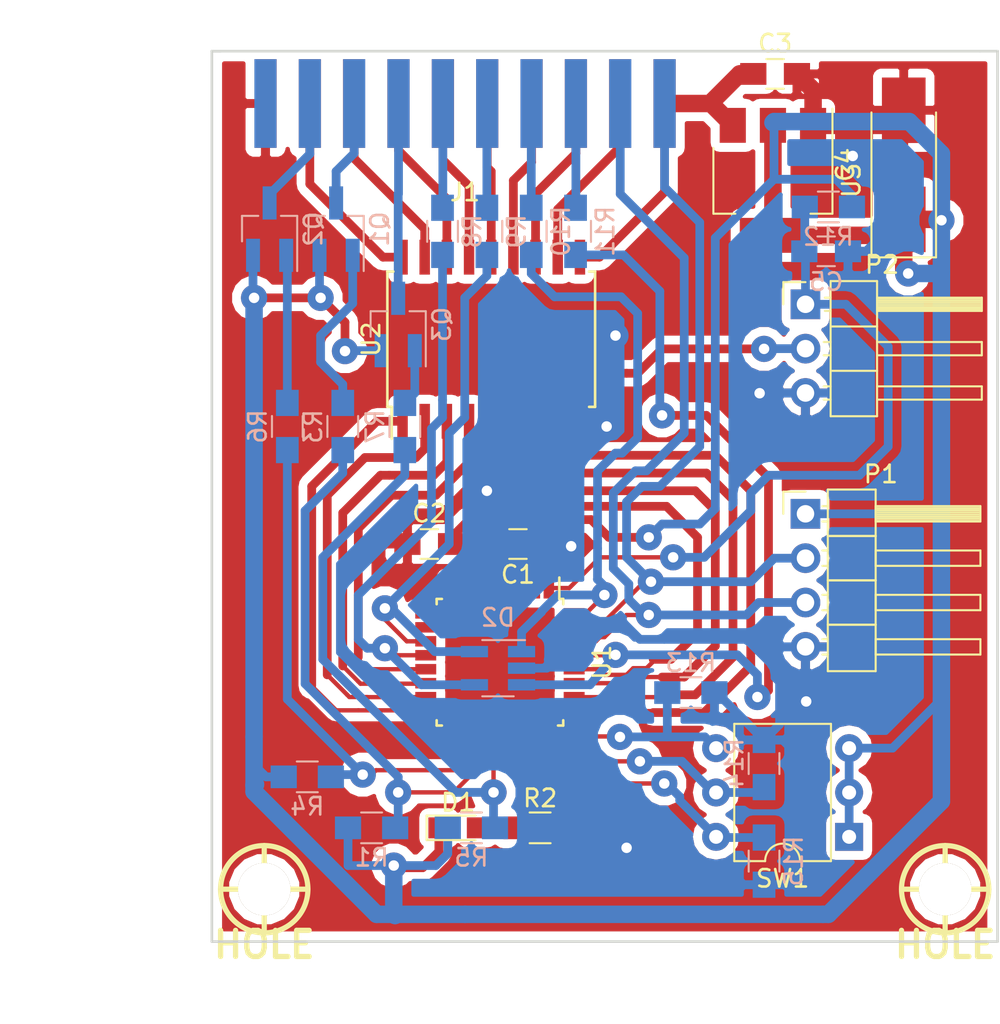
<source format=kicad_pcb>
(kicad_pcb (version 4) (host pcbnew 4.0.7)

  (general
    (links 93)
    (no_connects 0)
    (area 95.424999 25.924999 140.575001 77.075001)
    (thickness 1.6)
    (drawings 9)
    (tracks 536)
    (zones 0)
    (modules 34)
    (nets 46)
  )

  (page A4)
  (layers
    (0 F.Cu signal)
    (31 B.Cu signal)
    (32 B.Adhes user)
    (33 F.Adhes user)
    (34 B.Paste user)
    (35 F.Paste user)
    (36 B.SilkS user)
    (37 F.SilkS user)
    (38 B.Mask user)
    (39 F.Mask user)
    (40 Dwgs.User user)
    (41 Cmts.User user)
    (42 Eco1.User user)
    (43 Eco2.User user)
    (44 Edge.Cuts user)
    (45 Margin user)
    (46 B.CrtYd user)
    (47 F.CrtYd user)
    (48 B.Fab user)
    (49 F.Fab user)
  )

  (setup
    (last_trace_width 0.25)
    (user_trace_width 0.5)
    (user_trace_width 1)
    (user_trace_width 2.5)
    (trace_clearance 0.2)
    (zone_clearance 0.508)
    (zone_45_only yes)
    (trace_min 0.2)
    (segment_width 0.2)
    (edge_width 0.15)
    (via_size 1.5)
    (via_drill 0.6)
    (via_min_size 0.4)
    (via_min_drill 0.3)
    (user_via 1.2 0.6)
    (user_via 1.5 0.6)
    (user_via 2 0.8)
    (uvia_size 0.3)
    (uvia_drill 0.1)
    (uvias_allowed no)
    (uvia_min_size 0.2)
    (uvia_min_drill 0.1)
    (pcb_text_width 0.3)
    (pcb_text_size 1.5 1.5)
    (mod_edge_width 0.15)
    (mod_text_size 0.000001 0.000001)
    (mod_text_width 0.15)
    (pad_size 1.4 1.4)
    (pad_drill 0.6)
    (pad_to_mask_clearance 0.2)
    (aux_axis_origin 0 0)
    (visible_elements FFFFFF7F)
    (pcbplotparams
      (layerselection 0x00030_80000001)
      (usegerberextensions false)
      (excludeedgelayer true)
      (linewidth 0.100000)
      (plotframeref false)
      (viasonmask false)
      (mode 1)
      (useauxorigin false)
      (hpglpennumber 1)
      (hpglpenspeed 20)
      (hpglpendiameter 15)
      (hpglpenoverlay 2)
      (psnegative false)
      (psa4output false)
      (plotreference true)
      (plotvalue true)
      (plotinvisibletext false)
      (padsonsilk false)
      (subtractmaskfromsilk false)
      (outputformat 1)
      (mirror false)
      (drillshape 0)
      (scaleselection 1)
      (outputdirectory ""))
  )

  (net 0 "")
  (net 1 GND)
  (net 2 "Net-(C1-Pad2)")
  (net 3 +5V)
  (net 4 /NRST)
  (net 5 +12V)
  (net 6 "Net-(D1-Pad2)")
  (net 7 /PD4)
  (net 8 /PD7)
  (net 9 /PB4)
  (net 10 /PB5)
  (net 11 /S1P1)
  (net 12 /S1P2)
  (net 13 /S1P3)
  (net 14 /S1P4)
  (net 15 /S2P1)
  (net 16 /S2P2)
  (net 17 /S2P3)
  (net 18 /S2P4)
  (net 19 /M1E1)
  (net 20 /M1E2)
  (net 21 /OUT1)
  (net 22 /OUT2)
  (net 23 /OUT3)
  (net 24 /M2E1)
  (net 25 /M2E2)
  (net 26 /SWIM/PD1)
  (net 27 /PD6)
  (net 28 /PD5)
  (net 29 "Net-(Q1-Pad1)")
  (net 30 "Net-(Q3-Pad1)")
  (net 31 /PC4)
  (net 32 /PC2)
  (net 33 /PC1)
  (net 34 /PC3)
  (net 35 /PC5)
  (net 36 /PC6)
  (net 37 /PC7)
  (net 38 /PB3)
  (net 39 /PB2)
  (net 40 /PB1)
  (net 41 /PB0)
  (net 42 /PD0)
  (net 43 /PD2)
  (net 44 /PD3)
  (net 45 "Net-(Q2-Pad1)")

  (net_class Default "This is the default net class."
    (clearance 0.2)
    (trace_width 0.25)
    (via_dia 1.5)
    (via_drill 0.6)
    (uvia_dia 0.3)
    (uvia_drill 0.1)
    (add_net +5V)
    (add_net /M1E1)
    (add_net /M1E2)
    (add_net /M2E1)
    (add_net /M2E2)
    (add_net /NRST)
    (add_net /OUT1)
    (add_net /OUT2)
    (add_net /OUT3)
    (add_net /PB0)
    (add_net /PB1)
    (add_net /PB2)
    (add_net /PB3)
    (add_net /PB4)
    (add_net /PB5)
    (add_net /PC1)
    (add_net /PC2)
    (add_net /PC3)
    (add_net /PC4)
    (add_net /PC5)
    (add_net /PC6)
    (add_net /PC7)
    (add_net /PD0)
    (add_net /PD2)
    (add_net /PD3)
    (add_net /PD4)
    (add_net /PD5)
    (add_net /PD6)
    (add_net /PD7)
    (add_net /SWIM/PD1)
    (add_net GND)
    (add_net "Net-(C1-Pad2)")
    (add_net "Net-(D1-Pad2)")
    (add_net "Net-(Q1-Pad1)")
    (add_net "Net-(Q2-Pad1)")
    (add_net "Net-(Q3-Pad1)")
  )

  (net_class 0.5 ""
    (clearance 0.3)
    (trace_width 0.5)
    (via_dia 1.2)
    (via_drill 0.6)
    (uvia_dia 0.3)
    (uvia_drill 0.1)
  )

  (net_class 1 ""
    (clearance 0.5)
    (trace_width 1)
    (via_dia 2)
    (via_drill 0.8)
    (uvia_dia 0.3)
    (uvia_drill 0.1)
    (add_net +12V)
    (add_net /S1P1)
    (add_net /S1P2)
    (add_net /S1P3)
    (add_net /S1P4)
    (add_net /S2P1)
    (add_net /S2P2)
    (add_net /S2P3)
    (add_net /S2P4)
  )

  (net_class 2.5 ""
    (clearance 1)
    (trace_width 2.5)
    (via_dia 2.5)
    (via_drill 1)
    (uvia_dia 0.3)
    (uvia_drill 0.1)
  )

  (module Resistors_SMD.pretty:R_0805_HandSoldering (layer F.Cu) (tedit 58AADA1D) (tstamp 599AD9C3)
    (at 114.3 70.485)
    (descr "Resistor SMD 0805, hand soldering")
    (tags "resistor 0805")
    (path /52FB0DE2)
    (attr smd)
    (fp_text reference R2 (at 0 -1.7) (layer F.SilkS)
      (effects (font (size 1 1) (thickness 0.15)))
    )
    (fp_text value 470 (at 0 1.75) (layer F.Fab)
      (effects (font (size 1 1) (thickness 0.15)))
    )
    (fp_text user %R (at 0 -1.7) (layer F.Fab)
      (effects (font (size 1 1) (thickness 0.15)))
    )
    (fp_line (start -1 0.62) (end -1 -0.62) (layer F.Fab) (width 0.1))
    (fp_line (start 1 0.62) (end -1 0.62) (layer F.Fab) (width 0.1))
    (fp_line (start 1 -0.62) (end 1 0.62) (layer F.Fab) (width 0.1))
    (fp_line (start -1 -0.62) (end 1 -0.62) (layer F.Fab) (width 0.1))
    (fp_line (start 0.6 0.88) (end -0.6 0.88) (layer F.SilkS) (width 0.12))
    (fp_line (start -0.6 -0.88) (end 0.6 -0.88) (layer F.SilkS) (width 0.12))
    (fp_line (start -2.35 -0.9) (end 2.35 -0.9) (layer F.CrtYd) (width 0.05))
    (fp_line (start -2.35 -0.9) (end -2.35 0.9) (layer F.CrtYd) (width 0.05))
    (fp_line (start 2.35 0.9) (end 2.35 -0.9) (layer F.CrtYd) (width 0.05))
    (fp_line (start 2.35 0.9) (end -2.35 0.9) (layer F.CrtYd) (width 0.05))
    (pad 1 smd rect (at -1.35 0) (size 1.5 1.3) (layers F.Cu F.Paste F.Mask)
      (net 6 "Net-(D1-Pad2)"))
    (pad 2 smd rect (at 1.35 0) (size 1.5 1.3) (layers F.Cu F.Paste F.Mask)
      (net 31 /PC4))
    (model Resistors_SMD.3dshapes/R_0805.wrl
      (at (xyz 0 0 0))
      (scale (xyz 1 1 1))
      (rotate (xyz 0 0 0))
    )
  )

  (module Capacitors_SMD.pretty:C_0805_HandSoldering (layer F.Cu) (tedit 58AA84A8) (tstamp 599AD83E)
    (at 113.03 54.229 180)
    (descr "Capacitor SMD 0805, hand soldering")
    (tags "capacitor 0805")
    (path /52FB0413)
    (attr smd)
    (fp_text reference C1 (at 0 -1.75 180) (layer F.SilkS)
      (effects (font (size 1 1) (thickness 0.15)))
    )
    (fp_text value 1u (at 0 1.75 180) (layer F.Fab)
      (effects (font (size 1 1) (thickness 0.15)))
    )
    (fp_text user %R (at 0 -1.75 180) (layer F.Fab)
      (effects (font (size 1 1) (thickness 0.15)))
    )
    (fp_line (start -1 0.62) (end -1 -0.62) (layer F.Fab) (width 0.1))
    (fp_line (start 1 0.62) (end -1 0.62) (layer F.Fab) (width 0.1))
    (fp_line (start 1 -0.62) (end 1 0.62) (layer F.Fab) (width 0.1))
    (fp_line (start -1 -0.62) (end 1 -0.62) (layer F.Fab) (width 0.1))
    (fp_line (start 0.5 -0.85) (end -0.5 -0.85) (layer F.SilkS) (width 0.12))
    (fp_line (start -0.5 0.85) (end 0.5 0.85) (layer F.SilkS) (width 0.12))
    (fp_line (start -2.25 -0.88) (end 2.25 -0.88) (layer F.CrtYd) (width 0.05))
    (fp_line (start -2.25 -0.88) (end -2.25 0.87) (layer F.CrtYd) (width 0.05))
    (fp_line (start 2.25 0.87) (end 2.25 -0.88) (layer F.CrtYd) (width 0.05))
    (fp_line (start 2.25 0.87) (end -2.25 0.87) (layer F.CrtYd) (width 0.05))
    (pad 1 smd rect (at -1.25 0 180) (size 1.5 1.25) (layers F.Cu F.Paste F.Mask)
      (net 1 GND))
    (pad 2 smd rect (at 1.25 0 180) (size 1.5 1.25) (layers F.Cu F.Paste F.Mask)
      (net 2 "Net-(C1-Pad2)"))
    (model Capacitors_SMD.3dshapes/C_0805.wrl
      (at (xyz 0 0 0))
      (scale (xyz 1 1 1))
      (rotate (xyz 0 0 0))
    )
  )

  (module Capacitors_SMD.pretty:C_0805_HandSoldering (layer F.Cu) (tedit 58AA84A8) (tstamp 599AD84F)
    (at 107.95 54.229)
    (descr "Capacitor SMD 0805, hand soldering")
    (tags "capacitor 0805")
    (path /52FB0426)
    (attr smd)
    (fp_text reference C2 (at 0 -1.75) (layer F.SilkS)
      (effects (font (size 1 1) (thickness 0.15)))
    )
    (fp_text value 0.1 (at 0 1.75) (layer F.Fab)
      (effects (font (size 1 1) (thickness 0.15)))
    )
    (fp_text user %R (at 0 -1.75) (layer F.Fab)
      (effects (font (size 1 1) (thickness 0.15)))
    )
    (fp_line (start -1 0.62) (end -1 -0.62) (layer F.Fab) (width 0.1))
    (fp_line (start 1 0.62) (end -1 0.62) (layer F.Fab) (width 0.1))
    (fp_line (start 1 -0.62) (end 1 0.62) (layer F.Fab) (width 0.1))
    (fp_line (start -1 -0.62) (end 1 -0.62) (layer F.Fab) (width 0.1))
    (fp_line (start 0.5 -0.85) (end -0.5 -0.85) (layer F.SilkS) (width 0.12))
    (fp_line (start -0.5 0.85) (end 0.5 0.85) (layer F.SilkS) (width 0.12))
    (fp_line (start -2.25 -0.88) (end 2.25 -0.88) (layer F.CrtYd) (width 0.05))
    (fp_line (start -2.25 -0.88) (end -2.25 0.87) (layer F.CrtYd) (width 0.05))
    (fp_line (start 2.25 0.87) (end 2.25 -0.88) (layer F.CrtYd) (width 0.05))
    (fp_line (start 2.25 0.87) (end -2.25 0.87) (layer F.CrtYd) (width 0.05))
    (pad 1 smd rect (at -1.25 0) (size 1.5 1.25) (layers F.Cu F.Paste F.Mask)
      (net 1 GND))
    (pad 2 smd rect (at 1.25 0) (size 1.5 1.25) (layers F.Cu F.Paste F.Mask)
      (net 3 +5V))
    (model Capacitors_SMD.3dshapes/C_0805.wrl
      (at (xyz 0 0 0))
      (scale (xyz 1 1 1))
      (rotate (xyz 0 0 0))
    )
  )

  (module Capacitors_SMD.pretty:C_0805_HandSoldering (layer F.Cu) (tedit 58AA84A8) (tstamp 599AD860)
    (at 127.762 27.305)
    (descr "Capacitor SMD 0805, hand soldering")
    (tags "capacitor 0805")
    (path /59852CFD)
    (attr smd)
    (fp_text reference C3 (at 0 -1.75) (layer F.SilkS)
      (effects (font (size 1 1) (thickness 0.15)))
    )
    (fp_text value 0.1 (at 0 1.75) (layer F.Fab)
      (effects (font (size 1 1) (thickness 0.15)))
    )
    (fp_text user %R (at 0 -1.75) (layer F.Fab)
      (effects (font (size 1 1) (thickness 0.15)))
    )
    (fp_line (start -1 0.62) (end -1 -0.62) (layer F.Fab) (width 0.1))
    (fp_line (start 1 0.62) (end -1 0.62) (layer F.Fab) (width 0.1))
    (fp_line (start 1 -0.62) (end 1 0.62) (layer F.Fab) (width 0.1))
    (fp_line (start -1 -0.62) (end 1 -0.62) (layer F.Fab) (width 0.1))
    (fp_line (start 0.5 -0.85) (end -0.5 -0.85) (layer F.SilkS) (width 0.12))
    (fp_line (start -0.5 0.85) (end 0.5 0.85) (layer F.SilkS) (width 0.12))
    (fp_line (start -2.25 -0.88) (end 2.25 -0.88) (layer F.CrtYd) (width 0.05))
    (fp_line (start -2.25 -0.88) (end -2.25 0.87) (layer F.CrtYd) (width 0.05))
    (fp_line (start 2.25 0.87) (end 2.25 -0.88) (layer F.CrtYd) (width 0.05))
    (fp_line (start 2.25 0.87) (end -2.25 0.87) (layer F.CrtYd) (width 0.05))
    (pad 1 smd rect (at -1.25 0) (size 1.5 1.25) (layers F.Cu F.Paste F.Mask)
      (net 5 +12V))
    (pad 2 smd rect (at 1.25 0) (size 1.5 1.25) (layers F.Cu F.Paste F.Mask)
      (net 1 GND))
    (model Capacitors_SMD.3dshapes/C_0805.wrl
      (at (xyz 0 0 0))
      (scale (xyz 1 1 1))
      (rotate (xyz 0 0 0))
    )
  )

  (module LEDs.pretty:LED_0805 (layer F.Cu) (tedit 57FE93EC) (tstamp 599AD899)
    (at 109.601 70.485)
    (descr "LED 0805 smd package")
    (tags "LED led 0805 SMD smd SMT smt smdled SMDLED smtled SMTLED")
    (path /52FB0DD3)
    (attr smd)
    (fp_text reference D1 (at 0 -1.45) (layer F.SilkS)
      (effects (font (size 1 1) (thickness 0.15)))
    )
    (fp_text value LED (at 0 1.55) (layer F.Fab)
      (effects (font (size 1 1) (thickness 0.15)))
    )
    (fp_line (start -1.8 -0.7) (end -1.8 0.7) (layer F.SilkS) (width 0.12))
    (fp_line (start -0.4 -0.4) (end -0.4 0.4) (layer F.Fab) (width 0.1))
    (fp_line (start -0.4 0) (end 0.2 -0.4) (layer F.Fab) (width 0.1))
    (fp_line (start 0.2 0.4) (end -0.4 0) (layer F.Fab) (width 0.1))
    (fp_line (start 0.2 -0.4) (end 0.2 0.4) (layer F.Fab) (width 0.1))
    (fp_line (start 1 0.6) (end -1 0.6) (layer F.Fab) (width 0.1))
    (fp_line (start 1 -0.6) (end 1 0.6) (layer F.Fab) (width 0.1))
    (fp_line (start -1 -0.6) (end 1 -0.6) (layer F.Fab) (width 0.1))
    (fp_line (start -1 0.6) (end -1 -0.6) (layer F.Fab) (width 0.1))
    (fp_line (start -1.8 0.7) (end 1 0.7) (layer F.SilkS) (width 0.12))
    (fp_line (start -1.8 -0.7) (end 1 -0.7) (layer F.SilkS) (width 0.12))
    (fp_line (start 1.95 -0.85) (end 1.95 0.85) (layer F.CrtYd) (width 0.05))
    (fp_line (start 1.95 0.85) (end -1.95 0.85) (layer F.CrtYd) (width 0.05))
    (fp_line (start -1.95 0.85) (end -1.95 -0.85) (layer F.CrtYd) (width 0.05))
    (fp_line (start -1.95 -0.85) (end 1.95 -0.85) (layer F.CrtYd) (width 0.05))
    (pad 2 smd rect (at 1.1 0 180) (size 1.2 1.2) (layers F.Cu F.Paste F.Mask)
      (net 6 "Net-(D1-Pad2)"))
    (pad 1 smd rect (at -1.1 0 180) (size 1.2 1.2) (layers F.Cu F.Paste F.Mask)
      (net 3 +5V))
    (model LEDs.3dshapes/LED_0805.wrl
      (at (xyz 0 0 0))
      (scale (xyz 1 1 1))
      (rotate (xyz 0 0 180))
    )
  )

  (module TO_SOT_Packages_SMD.pretty:SOT-23-5_HandSoldering placed (layer B.Cu) (tedit 583F3A3F) (tstamp 599AD8A2)
    (at 111.887 61.341 180)
    (descr "5-pin SOT23 package")
    (tags "SOT-23-5 hand-soldering")
    (path /59840D28)
    (attr smd)
    (fp_text reference D2 (at 0 2.9 180) (layer B.SilkS)
      (effects (font (size 1 1) (thickness 0.15)) (justify mirror))
    )
    (fp_text value SP0504BAHT (at 0 -2.9 180) (layer B.Fab)
      (effects (font (size 1 1) (thickness 0.15)) (justify mirror))
    )
    (fp_line (start -0.9 -1.61) (end 0.9 -1.61) (layer B.SilkS) (width 0.12))
    (fp_line (start 0.9 1.61) (end -1.55 1.61) (layer B.SilkS) (width 0.12))
    (fp_line (start -0.9 0.9) (end -0.25 1.55) (layer B.Fab) (width 0.1))
    (fp_line (start 0.9 1.55) (end -0.25 1.55) (layer B.Fab) (width 0.1))
    (fp_line (start -0.9 0.9) (end -0.9 -1.55) (layer B.Fab) (width 0.1))
    (fp_line (start 0.9 -1.55) (end -0.9 -1.55) (layer B.Fab) (width 0.1))
    (fp_line (start 0.9 1.55) (end 0.9 -1.55) (layer B.Fab) (width 0.1))
    (fp_line (start -2.38 1.8) (end 2.38 1.8) (layer B.CrtYd) (width 0.05))
    (fp_line (start -2.38 1.8) (end -2.38 -1.8) (layer B.CrtYd) (width 0.05))
    (fp_line (start 2.38 -1.8) (end 2.38 1.8) (layer B.CrtYd) (width 0.05))
    (fp_line (start 2.38 -1.8) (end -2.38 -1.8) (layer B.CrtYd) (width 0.05))
    (pad 1 smd rect (at -1.35 0.95 180) (size 1.56 0.65) (layers B.Cu B.Paste B.Mask)
      (net 8 /PD7))
    (pad 2 smd rect (at -1.35 0 180) (size 1.56 0.65) (layers B.Cu B.Paste B.Mask)
      (net 1 GND))
    (pad 3 smd rect (at -1.35 -0.95 180) (size 1.56 0.65) (layers B.Cu B.Paste B.Mask)
      (net 7 /PD4))
    (pad 4 smd rect (at 1.35 -0.95 180) (size 1.56 0.65) (layers B.Cu B.Paste B.Mask)
      (net 9 /PB4))
    (pad 5 smd rect (at 1.35 0.95 180) (size 1.56 0.65) (layers B.Cu B.Paste B.Mask)
      (net 10 /PB5))
    (model TO_SOT_Packages_SMD.3dshapes\SOT-23-5.wrl
      (at (xyz 0 0 0))
      (scale (xyz 1 1 1))
      (rotate (xyz 0 0 0))
    )
  )

  (module TO_SOT_Packages_SMD.pretty:SOT-23_Handsoldering placed (layer B.Cu) (tedit 583F3954) (tstamp 599AD994)
    (at 102.616 36.195 90)
    (descr "SOT-23, Handsoldering")
    (tags SOT-23)
    (path /59834381)
    (attr smd)
    (fp_text reference Q1 (at 0 2.5 90) (layer B.SilkS)
      (effects (font (size 1 1) (thickness 0.15)) (justify mirror))
    )
    (fp_text value AO3401 (at 0 -2.5 90) (layer B.Fab)
      (effects (font (size 1 1) (thickness 0.15)) (justify mirror))
    )
    (fp_line (start 0.76 -1.58) (end 0.76 -0.65) (layer B.SilkS) (width 0.12))
    (fp_line (start 0.76 1.58) (end 0.76 0.65) (layer B.SilkS) (width 0.12))
    (fp_line (start -2.7 1.75) (end 2.7 1.75) (layer B.CrtYd) (width 0.05))
    (fp_line (start 2.7 1.75) (end 2.7 -1.75) (layer B.CrtYd) (width 0.05))
    (fp_line (start 2.7 -1.75) (end -2.7 -1.75) (layer B.CrtYd) (width 0.05))
    (fp_line (start -2.7 -1.75) (end -2.7 1.75) (layer B.CrtYd) (width 0.05))
    (fp_line (start 0.76 1.58) (end -2.4 1.58) (layer B.SilkS) (width 0.12))
    (fp_line (start -0.7 0.95) (end -0.7 -1.5) (layer B.Fab) (width 0.1))
    (fp_line (start -0.15 1.52) (end 0.7 1.52) (layer B.Fab) (width 0.1))
    (fp_line (start -0.7 0.95) (end -0.15 1.52) (layer B.Fab) (width 0.1))
    (fp_line (start 0.7 1.52) (end 0.7 -1.52) (layer B.Fab) (width 0.1))
    (fp_line (start -0.7 -1.52) (end 0.7 -1.52) (layer B.Fab) (width 0.1))
    (fp_line (start 0.76 -1.58) (end -0.7 -1.58) (layer B.SilkS) (width 0.12))
    (pad 1 smd rect (at -1.5 0.95 90) (size 1.9 0.8) (layers B.Cu B.Paste B.Mask)
      (net 29 "Net-(Q1-Pad1)"))
    (pad 2 smd rect (at -1.5 -0.95 90) (size 1.9 0.8) (layers B.Cu B.Paste B.Mask)
      (net 3 +5V))
    (pad 3 smd rect (at 1.5 0 90) (size 1.9 0.8) (layers B.Cu B.Paste B.Mask)
      (net 22 /OUT2))
    (model TO_SOT_Packages_SMD.3dshapes\SOT-23_Handsoldering.wrl
      (at (xyz 0 0 0))
      (scale (xyz 1 1 1))
      (rotate (xyz 0 0 90))
    )
  )

  (module TO_SOT_Packages_SMD.pretty:SOT-23_Handsoldering placed (layer B.Cu) (tedit 583F3954) (tstamp 599AD99B)
    (at 98.806 36.195 90)
    (descr "SOT-23, Handsoldering")
    (tags SOT-23)
    (path /5987675E)
    (attr smd)
    (fp_text reference Q2 (at 0 2.5 90) (layer B.SilkS)
      (effects (font (size 1 1) (thickness 0.15)) (justify mirror))
    )
    (fp_text value AO3401 (at 0 -2.5 90) (layer B.Fab)
      (effects (font (size 1 1) (thickness 0.15)) (justify mirror))
    )
    (fp_line (start 0.76 -1.58) (end 0.76 -0.65) (layer B.SilkS) (width 0.12))
    (fp_line (start 0.76 1.58) (end 0.76 0.65) (layer B.SilkS) (width 0.12))
    (fp_line (start -2.7 1.75) (end 2.7 1.75) (layer B.CrtYd) (width 0.05))
    (fp_line (start 2.7 1.75) (end 2.7 -1.75) (layer B.CrtYd) (width 0.05))
    (fp_line (start 2.7 -1.75) (end -2.7 -1.75) (layer B.CrtYd) (width 0.05))
    (fp_line (start -2.7 -1.75) (end -2.7 1.75) (layer B.CrtYd) (width 0.05))
    (fp_line (start 0.76 1.58) (end -2.4 1.58) (layer B.SilkS) (width 0.12))
    (fp_line (start -0.7 0.95) (end -0.7 -1.5) (layer B.Fab) (width 0.1))
    (fp_line (start -0.15 1.52) (end 0.7 1.52) (layer B.Fab) (width 0.1))
    (fp_line (start -0.7 0.95) (end -0.15 1.52) (layer B.Fab) (width 0.1))
    (fp_line (start 0.7 1.52) (end 0.7 -1.52) (layer B.Fab) (width 0.1))
    (fp_line (start -0.7 -1.52) (end 0.7 -1.52) (layer B.Fab) (width 0.1))
    (fp_line (start 0.76 -1.58) (end -0.7 -1.58) (layer B.SilkS) (width 0.12))
    (pad 1 smd rect (at -1.5 0.95 90) (size 1.9 0.8) (layers B.Cu B.Paste B.Mask)
      (net 45 "Net-(Q2-Pad1)"))
    (pad 2 smd rect (at -1.5 -0.95 90) (size 1.9 0.8) (layers B.Cu B.Paste B.Mask)
      (net 3 +5V))
    (pad 3 smd rect (at 1.5 0 90) (size 1.9 0.8) (layers B.Cu B.Paste B.Mask)
      (net 21 /OUT1))
    (model TO_SOT_Packages_SMD.3dshapes\SOT-23_Handsoldering.wrl
      (at (xyz 0 0 0))
      (scale (xyz 1 1 1))
      (rotate (xyz 0 0 90))
    )
  )

  (module TO_SOT_Packages_SMD.pretty:SOT-23_Handsoldering placed (layer B.Cu) (tedit 583F3954) (tstamp 599AD9A2)
    (at 106.172 41.656 90)
    (descr "SOT-23, Handsoldering")
    (tags SOT-23)
    (path /59875BDE)
    (attr smd)
    (fp_text reference Q3 (at 0 2.5 90) (layer B.SilkS)
      (effects (font (size 1 1) (thickness 0.15)) (justify mirror))
    )
    (fp_text value AO3401 (at 0 -2.5 90) (layer B.Fab)
      (effects (font (size 1 1) (thickness 0.15)) (justify mirror))
    )
    (fp_line (start 0.76 -1.58) (end 0.76 -0.65) (layer B.SilkS) (width 0.12))
    (fp_line (start 0.76 1.58) (end 0.76 0.65) (layer B.SilkS) (width 0.12))
    (fp_line (start -2.7 1.75) (end 2.7 1.75) (layer B.CrtYd) (width 0.05))
    (fp_line (start 2.7 1.75) (end 2.7 -1.75) (layer B.CrtYd) (width 0.05))
    (fp_line (start 2.7 -1.75) (end -2.7 -1.75) (layer B.CrtYd) (width 0.05))
    (fp_line (start -2.7 -1.75) (end -2.7 1.75) (layer B.CrtYd) (width 0.05))
    (fp_line (start 0.76 1.58) (end -2.4 1.58) (layer B.SilkS) (width 0.12))
    (fp_line (start -0.7 0.95) (end -0.7 -1.5) (layer B.Fab) (width 0.1))
    (fp_line (start -0.15 1.52) (end 0.7 1.52) (layer B.Fab) (width 0.1))
    (fp_line (start -0.7 0.95) (end -0.15 1.52) (layer B.Fab) (width 0.1))
    (fp_line (start 0.7 1.52) (end 0.7 -1.52) (layer B.Fab) (width 0.1))
    (fp_line (start -0.7 -1.52) (end 0.7 -1.52) (layer B.Fab) (width 0.1))
    (fp_line (start 0.76 -1.58) (end -0.7 -1.58) (layer B.SilkS) (width 0.12))
    (pad 1 smd rect (at -1.5 0.95 90) (size 1.9 0.8) (layers B.Cu B.Paste B.Mask)
      (net 30 "Net-(Q3-Pad1)"))
    (pad 2 smd rect (at -1.5 -0.95 90) (size 1.9 0.8) (layers B.Cu B.Paste B.Mask)
      (net 3 +5V))
    (pad 3 smd rect (at 1.5 0 90) (size 1.9 0.8) (layers B.Cu B.Paste B.Mask)
      (net 23 /OUT3))
    (model TO_SOT_Packages_SMD.3dshapes\SOT-23_Handsoldering.wrl
      (at (xyz 0 0 0))
      (scale (xyz 1 1 1))
      (rotate (xyz 0 0 90))
    )
  )

  (module Resistors_SMD.pretty:R_0805_HandSoldering placed (layer B.Cu) (tedit 58AADA1D) (tstamp 599AD9BD)
    (at 104.648 70.485)
    (descr "Resistor SMD 0805, hand soldering")
    (tags "resistor 0805")
    (path /5984439B)
    (attr smd)
    (fp_text reference R1 (at 0 1.7) (layer B.SilkS)
      (effects (font (size 1 1) (thickness 0.15)) (justify mirror))
    )
    (fp_text value 10k (at 0 -1.75) (layer B.Fab)
      (effects (font (size 1 1) (thickness 0.15)) (justify mirror))
    )
    (fp_text user %R (at 0 1.7) (layer B.Fab)
      (effects (font (size 1 1) (thickness 0.15)) (justify mirror))
    )
    (fp_line (start -1 -0.62) (end -1 0.62) (layer B.Fab) (width 0.1))
    (fp_line (start 1 -0.62) (end -1 -0.62) (layer B.Fab) (width 0.1))
    (fp_line (start 1 0.62) (end 1 -0.62) (layer B.Fab) (width 0.1))
    (fp_line (start -1 0.62) (end 1 0.62) (layer B.Fab) (width 0.1))
    (fp_line (start 0.6 -0.88) (end -0.6 -0.88) (layer B.SilkS) (width 0.12))
    (fp_line (start -0.6 0.88) (end 0.6 0.88) (layer B.SilkS) (width 0.12))
    (fp_line (start -2.35 0.9) (end 2.35 0.9) (layer B.CrtYd) (width 0.05))
    (fp_line (start -2.35 0.9) (end -2.35 -0.9) (layer B.CrtYd) (width 0.05))
    (fp_line (start 2.35 -0.9) (end 2.35 0.9) (layer B.CrtYd) (width 0.05))
    (fp_line (start 2.35 -0.9) (end -2.35 -0.9) (layer B.CrtYd) (width 0.05))
    (pad 1 smd rect (at -1.35 0) (size 1.5 1.3) (layers B.Cu B.Paste B.Mask)
      (net 3 +5V))
    (pad 2 smd rect (at 1.35 0) (size 1.5 1.3) (layers B.Cu B.Paste B.Mask)
      (net 32 /PC2))
    (model Resistors_SMD.3dshapes/R_0805.wrl
      (at (xyz 0 0 0))
      (scale (xyz 1 1 1))
      (rotate (xyz 0 0 0))
    )
  )

  (module Resistors_SMD.pretty:R_0805_HandSoldering (layer B.Cu) (tedit 58AADA1D) (tstamp 599AD9C9)
    (at 102.997 47.498 270)
    (descr "Resistor SMD 0805, hand soldering")
    (tags "resistor 0805")
    (path /59836A36)
    (attr smd)
    (fp_text reference R3 (at 0 1.7 270) (layer B.SilkS)
      (effects (font (size 1 1) (thickness 0.15)) (justify mirror))
    )
    (fp_text value 330 (at 0 -1.75 270) (layer B.Fab)
      (effects (font (size 1 1) (thickness 0.15)) (justify mirror))
    )
    (fp_text user %R (at 0 1.7 270) (layer B.Fab)
      (effects (font (size 1 1) (thickness 0.15)) (justify mirror))
    )
    (fp_line (start -1 -0.62) (end -1 0.62) (layer B.Fab) (width 0.1))
    (fp_line (start 1 -0.62) (end -1 -0.62) (layer B.Fab) (width 0.1))
    (fp_line (start 1 0.62) (end 1 -0.62) (layer B.Fab) (width 0.1))
    (fp_line (start -1 0.62) (end 1 0.62) (layer B.Fab) (width 0.1))
    (fp_line (start 0.6 -0.88) (end -0.6 -0.88) (layer B.SilkS) (width 0.12))
    (fp_line (start -0.6 0.88) (end 0.6 0.88) (layer B.SilkS) (width 0.12))
    (fp_line (start -2.35 0.9) (end 2.35 0.9) (layer B.CrtYd) (width 0.05))
    (fp_line (start -2.35 0.9) (end -2.35 -0.9) (layer B.CrtYd) (width 0.05))
    (fp_line (start 2.35 -0.9) (end 2.35 0.9) (layer B.CrtYd) (width 0.05))
    (fp_line (start 2.35 -0.9) (end -2.35 -0.9) (layer B.CrtYd) (width 0.05))
    (pad 1 smd rect (at -1.35 0 270) (size 1.5 1.3) (layers B.Cu B.Paste B.Mask)
      (net 29 "Net-(Q1-Pad1)"))
    (pad 2 smd rect (at 1.35 0 270) (size 1.5 1.3) (layers B.Cu B.Paste B.Mask)
      (net 32 /PC2))
    (model Resistors_SMD.3dshapes/R_0805.wrl
      (at (xyz 0 0 0))
      (scale (xyz 1 1 1))
      (rotate (xyz 0 0 0))
    )
  )

  (module Resistors_SMD.pretty:R_0805_HandSoldering (layer B.Cu) (tedit 58AADA1D) (tstamp 599AD9CF)
    (at 100.965 67.564)
    (descr "Resistor SMD 0805, hand soldering")
    (tags "resistor 0805")
    (path /5987676A)
    (attr smd)
    (fp_text reference R4 (at 0 1.7) (layer B.SilkS)
      (effects (font (size 1 1) (thickness 0.15)) (justify mirror))
    )
    (fp_text value 10k (at 0 -1.75) (layer B.Fab)
      (effects (font (size 1 1) (thickness 0.15)) (justify mirror))
    )
    (fp_text user %R (at 0 1.7) (layer B.Fab)
      (effects (font (size 1 1) (thickness 0.15)) (justify mirror))
    )
    (fp_line (start -1 -0.62) (end -1 0.62) (layer B.Fab) (width 0.1))
    (fp_line (start 1 -0.62) (end -1 -0.62) (layer B.Fab) (width 0.1))
    (fp_line (start 1 0.62) (end 1 -0.62) (layer B.Fab) (width 0.1))
    (fp_line (start -1 0.62) (end 1 0.62) (layer B.Fab) (width 0.1))
    (fp_line (start 0.6 -0.88) (end -0.6 -0.88) (layer B.SilkS) (width 0.12))
    (fp_line (start -0.6 0.88) (end 0.6 0.88) (layer B.SilkS) (width 0.12))
    (fp_line (start -2.35 0.9) (end 2.35 0.9) (layer B.CrtYd) (width 0.05))
    (fp_line (start -2.35 0.9) (end -2.35 -0.9) (layer B.CrtYd) (width 0.05))
    (fp_line (start 2.35 -0.9) (end 2.35 0.9) (layer B.CrtYd) (width 0.05))
    (fp_line (start 2.35 -0.9) (end -2.35 -0.9) (layer B.CrtYd) (width 0.05))
    (pad 1 smd rect (at -1.35 0) (size 1.5 1.3) (layers B.Cu B.Paste B.Mask)
      (net 3 +5V))
    (pad 2 smd rect (at 1.35 0) (size 1.5 1.3) (layers B.Cu B.Paste B.Mask)
      (net 33 /PC1))
    (model Resistors_SMD.3dshapes/R_0805.wrl
      (at (xyz 0 0 0))
      (scale (xyz 1 1 1))
      (rotate (xyz 0 0 0))
    )
  )

  (module Resistors_SMD.pretty:R_0805_HandSoldering placed (layer B.Cu) (tedit 58AADA1D) (tstamp 599AD9D5)
    (at 110.363 70.485)
    (descr "Resistor SMD 0805, hand soldering")
    (tags "resistor 0805")
    (path /59875BEA)
    (attr smd)
    (fp_text reference R5 (at 0 1.7) (layer B.SilkS)
      (effects (font (size 1 1) (thickness 0.15)) (justify mirror))
    )
    (fp_text value 10k (at 0 -1.75) (layer B.Fab)
      (effects (font (size 1 1) (thickness 0.15)) (justify mirror))
    )
    (fp_text user %R (at 0 1.7) (layer B.Fab)
      (effects (font (size 1 1) (thickness 0.15)) (justify mirror))
    )
    (fp_line (start -1 -0.62) (end -1 0.62) (layer B.Fab) (width 0.1))
    (fp_line (start 1 -0.62) (end -1 -0.62) (layer B.Fab) (width 0.1))
    (fp_line (start 1 0.62) (end 1 -0.62) (layer B.Fab) (width 0.1))
    (fp_line (start -1 0.62) (end 1 0.62) (layer B.Fab) (width 0.1))
    (fp_line (start 0.6 -0.88) (end -0.6 -0.88) (layer B.SilkS) (width 0.12))
    (fp_line (start -0.6 0.88) (end 0.6 0.88) (layer B.SilkS) (width 0.12))
    (fp_line (start -2.35 0.9) (end 2.35 0.9) (layer B.CrtYd) (width 0.05))
    (fp_line (start -2.35 0.9) (end -2.35 -0.9) (layer B.CrtYd) (width 0.05))
    (fp_line (start 2.35 -0.9) (end 2.35 0.9) (layer B.CrtYd) (width 0.05))
    (fp_line (start 2.35 -0.9) (end -2.35 -0.9) (layer B.CrtYd) (width 0.05))
    (pad 1 smd rect (at -1.35 0) (size 1.5 1.3) (layers B.Cu B.Paste B.Mask)
      (net 3 +5V))
    (pad 2 smd rect (at 1.35 0) (size 1.5 1.3) (layers B.Cu B.Paste B.Mask)
      (net 34 /PC3))
    (model Resistors_SMD.3dshapes/R_0805.wrl
      (at (xyz 0 0 0))
      (scale (xyz 1 1 1))
      (rotate (xyz 0 0 0))
    )
  )

  (module Resistors_SMD.pretty:R_0805_HandSoldering placed (layer B.Cu) (tedit 58AADA1D) (tstamp 599AD9DB)
    (at 99.822 47.498 270)
    (descr "Resistor SMD 0805, hand soldering")
    (tags "resistor 0805")
    (path /59876764)
    (attr smd)
    (fp_text reference R6 (at 0 1.7 270) (layer B.SilkS)
      (effects (font (size 1 1) (thickness 0.15)) (justify mirror))
    )
    (fp_text value 330 (at 0 -1.75 270) (layer B.Fab)
      (effects (font (size 1 1) (thickness 0.15)) (justify mirror))
    )
    (fp_text user %R (at 0 1.7 270) (layer B.Fab)
      (effects (font (size 1 1) (thickness 0.15)) (justify mirror))
    )
    (fp_line (start -1 -0.62) (end -1 0.62) (layer B.Fab) (width 0.1))
    (fp_line (start 1 -0.62) (end -1 -0.62) (layer B.Fab) (width 0.1))
    (fp_line (start 1 0.62) (end 1 -0.62) (layer B.Fab) (width 0.1))
    (fp_line (start -1 0.62) (end 1 0.62) (layer B.Fab) (width 0.1))
    (fp_line (start 0.6 -0.88) (end -0.6 -0.88) (layer B.SilkS) (width 0.12))
    (fp_line (start -0.6 0.88) (end 0.6 0.88) (layer B.SilkS) (width 0.12))
    (fp_line (start -2.35 0.9) (end 2.35 0.9) (layer B.CrtYd) (width 0.05))
    (fp_line (start -2.35 0.9) (end -2.35 -0.9) (layer B.CrtYd) (width 0.05))
    (fp_line (start 2.35 -0.9) (end 2.35 0.9) (layer B.CrtYd) (width 0.05))
    (fp_line (start 2.35 -0.9) (end -2.35 -0.9) (layer B.CrtYd) (width 0.05))
    (pad 1 smd rect (at -1.35 0 270) (size 1.5 1.3) (layers B.Cu B.Paste B.Mask)
      (net 45 "Net-(Q2-Pad1)"))
    (pad 2 smd rect (at 1.35 0 270) (size 1.5 1.3) (layers B.Cu B.Paste B.Mask)
      (net 33 /PC1))
    (model Resistors_SMD.3dshapes/R_0805.wrl
      (at (xyz 0 0 0))
      (scale (xyz 1 1 1))
      (rotate (xyz 0 0 0))
    )
  )

  (module Resistors_SMD.pretty:R_0805_HandSoldering placed (layer B.Cu) (tedit 58AADA1D) (tstamp 599AD9E1)
    (at 106.553 47.498 270)
    (descr "Resistor SMD 0805, hand soldering")
    (tags "resistor 0805")
    (path /59875BE4)
    (attr smd)
    (fp_text reference R7 (at 0 1.7 270) (layer B.SilkS)
      (effects (font (size 1 1) (thickness 0.15)) (justify mirror))
    )
    (fp_text value 330 (at 0 -1.75 270) (layer B.Fab)
      (effects (font (size 1 1) (thickness 0.15)) (justify mirror))
    )
    (fp_text user %R (at 0 1.7 270) (layer B.Fab)
      (effects (font (size 1 1) (thickness 0.15)) (justify mirror))
    )
    (fp_line (start -1 -0.62) (end -1 0.62) (layer B.Fab) (width 0.1))
    (fp_line (start 1 -0.62) (end -1 -0.62) (layer B.Fab) (width 0.1))
    (fp_line (start 1 0.62) (end 1 -0.62) (layer B.Fab) (width 0.1))
    (fp_line (start -1 0.62) (end 1 0.62) (layer B.Fab) (width 0.1))
    (fp_line (start 0.6 -0.88) (end -0.6 -0.88) (layer B.SilkS) (width 0.12))
    (fp_line (start -0.6 0.88) (end 0.6 0.88) (layer B.SilkS) (width 0.12))
    (fp_line (start -2.35 0.9) (end 2.35 0.9) (layer B.CrtYd) (width 0.05))
    (fp_line (start -2.35 0.9) (end -2.35 -0.9) (layer B.CrtYd) (width 0.05))
    (fp_line (start 2.35 -0.9) (end 2.35 0.9) (layer B.CrtYd) (width 0.05))
    (fp_line (start 2.35 -0.9) (end -2.35 -0.9) (layer B.CrtYd) (width 0.05))
    (pad 1 smd rect (at -1.35 0 270) (size 1.5 1.3) (layers B.Cu B.Paste B.Mask)
      (net 30 "Net-(Q3-Pad1)"))
    (pad 2 smd rect (at 1.35 0 270) (size 1.5 1.3) (layers B.Cu B.Paste B.Mask)
      (net 34 /PC3))
    (model Resistors_SMD.3dshapes/R_0805.wrl
      (at (xyz 0 0 0))
      (scale (xyz 1 1 1))
      (rotate (xyz 0 0 0))
    )
  )

  (module Resistors_SMD.pretty:R_0805_HandSoldering placed (layer B.Cu) (tedit 58AADA1D) (tstamp 599AD9E7)
    (at 108.712 36.322 90)
    (descr "Resistor SMD 0805, hand soldering")
    (tags "resistor 0805")
    (path /5985D588)
    (attr smd)
    (fp_text reference R8 (at 0 1.7 90) (layer B.SilkS)
      (effects (font (size 1 1) (thickness 0.15)) (justify mirror))
    )
    (fp_text value 220 (at 0 -1.75 90) (layer B.Fab)
      (effects (font (size 1 1) (thickness 0.15)) (justify mirror))
    )
    (fp_text user %R (at 0 1.7 90) (layer B.Fab)
      (effects (font (size 1 1) (thickness 0.15)) (justify mirror))
    )
    (fp_line (start -1 -0.62) (end -1 0.62) (layer B.Fab) (width 0.1))
    (fp_line (start 1 -0.62) (end -1 -0.62) (layer B.Fab) (width 0.1))
    (fp_line (start 1 0.62) (end 1 -0.62) (layer B.Fab) (width 0.1))
    (fp_line (start -1 0.62) (end 1 0.62) (layer B.Fab) (width 0.1))
    (fp_line (start 0.6 -0.88) (end -0.6 -0.88) (layer B.SilkS) (width 0.12))
    (fp_line (start -0.6 0.88) (end 0.6 0.88) (layer B.SilkS) (width 0.12))
    (fp_line (start -2.35 0.9) (end 2.35 0.9) (layer B.CrtYd) (width 0.05))
    (fp_line (start -2.35 0.9) (end -2.35 -0.9) (layer B.CrtYd) (width 0.05))
    (fp_line (start 2.35 -0.9) (end 2.35 0.9) (layer B.CrtYd) (width 0.05))
    (fp_line (start 2.35 -0.9) (end -2.35 -0.9) (layer B.CrtYd) (width 0.05))
    (pad 1 smd rect (at -1.35 0 90) (size 1.5 1.3) (layers B.Cu B.Paste B.Mask)
      (net 9 /PB4))
    (pad 2 smd rect (at 1.35 0 90) (size 1.5 1.3) (layers B.Cu B.Paste B.Mask)
      (net 19 /M1E1))
    (model Resistors_SMD.3dshapes/R_0805.wrl
      (at (xyz 0 0 0))
      (scale (xyz 1 1 1))
      (rotate (xyz 0 0 0))
    )
  )

  (module Resistors_SMD.pretty:R_0805_HandSoldering placed (layer B.Cu) (tedit 58AADA1D) (tstamp 599AD9ED)
    (at 111.252 36.322 90)
    (descr "Resistor SMD 0805, hand soldering")
    (tags "resistor 0805")
    (path /5985DB8B)
    (attr smd)
    (fp_text reference R9 (at 0 1.7 90) (layer B.SilkS)
      (effects (font (size 1 1) (thickness 0.15)) (justify mirror))
    )
    (fp_text value 220 (at 0 -1.75 90) (layer B.Fab)
      (effects (font (size 1 1) (thickness 0.15)) (justify mirror))
    )
    (fp_text user %R (at 0 1.7 90) (layer B.Fab)
      (effects (font (size 1 1) (thickness 0.15)) (justify mirror))
    )
    (fp_line (start -1 -0.62) (end -1 0.62) (layer B.Fab) (width 0.1))
    (fp_line (start 1 -0.62) (end -1 -0.62) (layer B.Fab) (width 0.1))
    (fp_line (start 1 0.62) (end 1 -0.62) (layer B.Fab) (width 0.1))
    (fp_line (start -1 0.62) (end 1 0.62) (layer B.Fab) (width 0.1))
    (fp_line (start 0.6 -0.88) (end -0.6 -0.88) (layer B.SilkS) (width 0.12))
    (fp_line (start -0.6 0.88) (end 0.6 0.88) (layer B.SilkS) (width 0.12))
    (fp_line (start -2.35 0.9) (end 2.35 0.9) (layer B.CrtYd) (width 0.05))
    (fp_line (start -2.35 0.9) (end -2.35 -0.9) (layer B.CrtYd) (width 0.05))
    (fp_line (start 2.35 -0.9) (end 2.35 0.9) (layer B.CrtYd) (width 0.05))
    (fp_line (start 2.35 -0.9) (end -2.35 -0.9) (layer B.CrtYd) (width 0.05))
    (pad 1 smd rect (at -1.35 0 90) (size 1.5 1.3) (layers B.Cu B.Paste B.Mask)
      (net 10 /PB5))
    (pad 2 smd rect (at 1.35 0 90) (size 1.5 1.3) (layers B.Cu B.Paste B.Mask)
      (net 20 /M1E2))
    (model Resistors_SMD.3dshapes/R_0805.wrl
      (at (xyz 0 0 0))
      (scale (xyz 1 1 1))
      (rotate (xyz 0 0 0))
    )
  )

  (module Resistors_SMD.pretty:R_0805_HandSoldering placed (layer B.Cu) (tedit 58AADA1D) (tstamp 599AD9F3)
    (at 113.792 36.322 90)
    (descr "Resistor SMD 0805, hand soldering")
    (tags "resistor 0805")
    (path /5985DB91)
    (attr smd)
    (fp_text reference R10 (at 0 1.7 90) (layer B.SilkS)
      (effects (font (size 1 1) (thickness 0.15)) (justify mirror))
    )
    (fp_text value 220 (at 0 -1.75 90) (layer B.Fab)
      (effects (font (size 1 1) (thickness 0.15)) (justify mirror))
    )
    (fp_text user %R (at 0 1.7 90) (layer B.Fab)
      (effects (font (size 1 1) (thickness 0.15)) (justify mirror))
    )
    (fp_line (start -1 -0.62) (end -1 0.62) (layer B.Fab) (width 0.1))
    (fp_line (start 1 -0.62) (end -1 -0.62) (layer B.Fab) (width 0.1))
    (fp_line (start 1 0.62) (end 1 -0.62) (layer B.Fab) (width 0.1))
    (fp_line (start -1 0.62) (end 1 0.62) (layer B.Fab) (width 0.1))
    (fp_line (start 0.6 -0.88) (end -0.6 -0.88) (layer B.SilkS) (width 0.12))
    (fp_line (start -0.6 0.88) (end 0.6 0.88) (layer B.SilkS) (width 0.12))
    (fp_line (start -2.35 0.9) (end 2.35 0.9) (layer B.CrtYd) (width 0.05))
    (fp_line (start -2.35 0.9) (end -2.35 -0.9) (layer B.CrtYd) (width 0.05))
    (fp_line (start 2.35 -0.9) (end 2.35 0.9) (layer B.CrtYd) (width 0.05))
    (fp_line (start 2.35 -0.9) (end -2.35 -0.9) (layer B.CrtYd) (width 0.05))
    (pad 1 smd rect (at -1.35 0 90) (size 1.5 1.3) (layers B.Cu B.Paste B.Mask)
      (net 8 /PD7))
    (pad 2 smd rect (at 1.35 0 90) (size 1.5 1.3) (layers B.Cu B.Paste B.Mask)
      (net 24 /M2E1))
    (model Resistors_SMD.3dshapes/R_0805.wrl
      (at (xyz 0 0 0))
      (scale (xyz 1 1 1))
      (rotate (xyz 0 0 0))
    )
  )

  (module Resistors_SMD.pretty:R_0805_HandSoldering placed (layer B.Cu) (tedit 58AADA1D) (tstamp 599AD9F9)
    (at 116.332 36.322 90)
    (descr "Resistor SMD 0805, hand soldering")
    (tags "resistor 0805")
    (path /5985DA29)
    (attr smd)
    (fp_text reference R11 (at 0 1.7 90) (layer B.SilkS)
      (effects (font (size 1 1) (thickness 0.15)) (justify mirror))
    )
    (fp_text value 220 (at 0 -1.75 90) (layer B.Fab)
      (effects (font (size 1 1) (thickness 0.15)) (justify mirror))
    )
    (fp_text user %R (at 0 1.7 90) (layer B.Fab)
      (effects (font (size 1 1) (thickness 0.15)) (justify mirror))
    )
    (fp_line (start -1 -0.62) (end -1 0.62) (layer B.Fab) (width 0.1))
    (fp_line (start 1 -0.62) (end -1 -0.62) (layer B.Fab) (width 0.1))
    (fp_line (start 1 0.62) (end 1 -0.62) (layer B.Fab) (width 0.1))
    (fp_line (start -1 0.62) (end 1 0.62) (layer B.Fab) (width 0.1))
    (fp_line (start 0.6 -0.88) (end -0.6 -0.88) (layer B.SilkS) (width 0.12))
    (fp_line (start -0.6 0.88) (end 0.6 0.88) (layer B.SilkS) (width 0.12))
    (fp_line (start -2.35 0.9) (end 2.35 0.9) (layer B.CrtYd) (width 0.05))
    (fp_line (start -2.35 0.9) (end -2.35 -0.9) (layer B.CrtYd) (width 0.05))
    (fp_line (start 2.35 -0.9) (end 2.35 0.9) (layer B.CrtYd) (width 0.05))
    (fp_line (start 2.35 -0.9) (end -2.35 -0.9) (layer B.CrtYd) (width 0.05))
    (pad 1 smd rect (at -1.35 0 90) (size 1.5 1.3) (layers B.Cu B.Paste B.Mask)
      (net 7 /PD4))
    (pad 2 smd rect (at 1.35 0 90) (size 1.5 1.3) (layers B.Cu B.Paste B.Mask)
      (net 25 /M2E2))
    (model Resistors_SMD.3dshapes/R_0805.wrl
      (at (xyz 0 0 0))
      (scale (xyz 1 1 1))
      (rotate (xyz 0 0 0))
    )
  )

  (module Resistors_SMD.pretty:R_0805_HandSoldering (layer B.Cu) (tedit 58AADA1D) (tstamp 599AD9FF)
    (at 130.81 34.925)
    (descr "Resistor SMD 0805, hand soldering")
    (tags "resistor 0805")
    (path /52FB0EFD)
    (attr smd)
    (fp_text reference R12 (at 0 1.7) (layer B.SilkS)
      (effects (font (size 1 1) (thickness 0.15)) (justify mirror))
    )
    (fp_text value 10k (at 0 -1.75) (layer B.Fab)
      (effects (font (size 1 1) (thickness 0.15)) (justify mirror))
    )
    (fp_text user %R (at 0 1.7) (layer B.Fab)
      (effects (font (size 1 1) (thickness 0.15)) (justify mirror))
    )
    (fp_line (start -1 -0.62) (end -1 0.62) (layer B.Fab) (width 0.1))
    (fp_line (start 1 -0.62) (end -1 -0.62) (layer B.Fab) (width 0.1))
    (fp_line (start 1 0.62) (end 1 -0.62) (layer B.Fab) (width 0.1))
    (fp_line (start -1 0.62) (end 1 0.62) (layer B.Fab) (width 0.1))
    (fp_line (start 0.6 -0.88) (end -0.6 -0.88) (layer B.SilkS) (width 0.12))
    (fp_line (start -0.6 0.88) (end 0.6 0.88) (layer B.SilkS) (width 0.12))
    (fp_line (start -2.35 0.9) (end 2.35 0.9) (layer B.CrtYd) (width 0.05))
    (fp_line (start -2.35 0.9) (end -2.35 -0.9) (layer B.CrtYd) (width 0.05))
    (fp_line (start 2.35 -0.9) (end 2.35 0.9) (layer B.CrtYd) (width 0.05))
    (fp_line (start 2.35 -0.9) (end -2.35 -0.9) (layer B.CrtYd) (width 0.05))
    (pad 1 smd rect (at -1.35 0) (size 1.5 1.3) (layers B.Cu B.Paste B.Mask)
      (net 4 /NRST))
    (pad 2 smd rect (at 1.35 0) (size 1.5 1.3) (layers B.Cu B.Paste B.Mask)
      (net 3 +5V))
    (model Resistors_SMD.3dshapes/R_0805.wrl
      (at (xyz 0 0 0))
      (scale (xyz 1 1 1))
      (rotate (xyz 0 0 0))
    )
  )

  (module Resistors_SMD.pretty:R_0805_HandSoldering (layer B.Cu) (tedit 58AADA1D) (tstamp 599ADA05)
    (at 122.936 62.738 180)
    (descr "Resistor SMD 0805, hand soldering")
    (tags "resistor 0805")
    (path /598449A9)
    (attr smd)
    (fp_text reference R13 (at 0 1.7 180) (layer B.SilkS)
      (effects (font (size 1 1) (thickness 0.15)) (justify mirror))
    )
    (fp_text value 10k (at 0 -1.75 180) (layer B.Fab)
      (effects (font (size 1 1) (thickness 0.15)) (justify mirror))
    )
    (fp_text user %R (at 0 1.7 180) (layer B.Fab)
      (effects (font (size 1 1) (thickness 0.15)) (justify mirror))
    )
    (fp_line (start -1 -0.62) (end -1 0.62) (layer B.Fab) (width 0.1))
    (fp_line (start 1 -0.62) (end -1 -0.62) (layer B.Fab) (width 0.1))
    (fp_line (start 1 0.62) (end 1 -0.62) (layer B.Fab) (width 0.1))
    (fp_line (start -1 0.62) (end 1 0.62) (layer B.Fab) (width 0.1))
    (fp_line (start 0.6 -0.88) (end -0.6 -0.88) (layer B.SilkS) (width 0.12))
    (fp_line (start -0.6 0.88) (end 0.6 0.88) (layer B.SilkS) (width 0.12))
    (fp_line (start -2.35 0.9) (end 2.35 0.9) (layer B.CrtYd) (width 0.05))
    (fp_line (start -2.35 0.9) (end -2.35 -0.9) (layer B.CrtYd) (width 0.05))
    (fp_line (start 2.35 -0.9) (end 2.35 0.9) (layer B.CrtYd) (width 0.05))
    (fp_line (start 2.35 -0.9) (end -2.35 -0.9) (layer B.CrtYd) (width 0.05))
    (pad 1 smd rect (at -1.35 0 180) (size 1.5 1.3) (layers B.Cu B.Paste B.Mask)
      (net 1 GND))
    (pad 2 smd rect (at 1.35 0 180) (size 1.5 1.3) (layers B.Cu B.Paste B.Mask)
      (net 37 /PC7))
    (model Resistors_SMD.3dshapes/R_0805.wrl
      (at (xyz 0 0 0))
      (scale (xyz 1 1 1))
      (rotate (xyz 0 0 0))
    )
  )

  (module Resistors_SMD.pretty:R_0805_HandSoldering (layer B.Cu) (tedit 58AADA1D) (tstamp 599ADA0B)
    (at 127.127 66.802 270)
    (descr "Resistor SMD 0805, hand soldering")
    (tags "resistor 0805")
    (path /5984483E)
    (attr smd)
    (fp_text reference R14 (at 0 1.7 270) (layer B.SilkS)
      (effects (font (size 1 1) (thickness 0.15)) (justify mirror))
    )
    (fp_text value 10k (at 0 -1.75 270) (layer B.Fab)
      (effects (font (size 1 1) (thickness 0.15)) (justify mirror))
    )
    (fp_text user %R (at 0 1.7 270) (layer B.Fab)
      (effects (font (size 1 1) (thickness 0.15)) (justify mirror))
    )
    (fp_line (start -1 -0.62) (end -1 0.62) (layer B.Fab) (width 0.1))
    (fp_line (start 1 -0.62) (end -1 -0.62) (layer B.Fab) (width 0.1))
    (fp_line (start 1 0.62) (end 1 -0.62) (layer B.Fab) (width 0.1))
    (fp_line (start -1 0.62) (end 1 0.62) (layer B.Fab) (width 0.1))
    (fp_line (start 0.6 -0.88) (end -0.6 -0.88) (layer B.SilkS) (width 0.12))
    (fp_line (start -0.6 0.88) (end 0.6 0.88) (layer B.SilkS) (width 0.12))
    (fp_line (start -2.35 0.9) (end 2.35 0.9) (layer B.CrtYd) (width 0.05))
    (fp_line (start -2.35 0.9) (end -2.35 -0.9) (layer B.CrtYd) (width 0.05))
    (fp_line (start 2.35 -0.9) (end 2.35 0.9) (layer B.CrtYd) (width 0.05))
    (fp_line (start 2.35 -0.9) (end -2.35 -0.9) (layer B.CrtYd) (width 0.05))
    (pad 1 smd rect (at -1.35 0 270) (size 1.5 1.3) (layers B.Cu B.Paste B.Mask)
      (net 1 GND))
    (pad 2 smd rect (at 1.35 0 270) (size 1.5 1.3) (layers B.Cu B.Paste B.Mask)
      (net 36 /PC6))
    (model Resistors_SMD.3dshapes/R_0805.wrl
      (at (xyz 0 0 0))
      (scale (xyz 1 1 1))
      (rotate (xyz 0 0 0))
    )
  )

  (module Resistors_SMD.pretty:R_0805_HandSoldering (layer B.Cu) (tedit 58AADA1D) (tstamp 599ADA11)
    (at 127.127 72.39 90)
    (descr "Resistor SMD 0805, hand soldering")
    (tags "resistor 0805")
    (path /5984495E)
    (attr smd)
    (fp_text reference R15 (at 0 1.7 90) (layer B.SilkS)
      (effects (font (size 1 1) (thickness 0.15)) (justify mirror))
    )
    (fp_text value 10k (at 0 -1.75 90) (layer B.Fab)
      (effects (font (size 1 1) (thickness 0.15)) (justify mirror))
    )
    (fp_text user %R (at 0 1.7 90) (layer B.Fab)
      (effects (font (size 1 1) (thickness 0.15)) (justify mirror))
    )
    (fp_line (start -1 -0.62) (end -1 0.62) (layer B.Fab) (width 0.1))
    (fp_line (start 1 -0.62) (end -1 -0.62) (layer B.Fab) (width 0.1))
    (fp_line (start 1 0.62) (end 1 -0.62) (layer B.Fab) (width 0.1))
    (fp_line (start -1 0.62) (end 1 0.62) (layer B.Fab) (width 0.1))
    (fp_line (start 0.6 -0.88) (end -0.6 -0.88) (layer B.SilkS) (width 0.12))
    (fp_line (start -0.6 0.88) (end 0.6 0.88) (layer B.SilkS) (width 0.12))
    (fp_line (start -2.35 0.9) (end 2.35 0.9) (layer B.CrtYd) (width 0.05))
    (fp_line (start -2.35 0.9) (end -2.35 -0.9) (layer B.CrtYd) (width 0.05))
    (fp_line (start 2.35 -0.9) (end 2.35 0.9) (layer B.CrtYd) (width 0.05))
    (fp_line (start 2.35 -0.9) (end -2.35 -0.9) (layer B.CrtYd) (width 0.05))
    (pad 1 smd rect (at -1.35 0 90) (size 1.5 1.3) (layers B.Cu B.Paste B.Mask)
      (net 1 GND))
    (pad 2 smd rect (at 1.35 0 90) (size 1.5 1.3) (layers B.Cu B.Paste B.Mask)
      (net 35 /PC5))
    (model Resistors_SMD.3dshapes/R_0805.wrl
      (at (xyz 0 0 0))
      (scale (xyz 1 1 1))
      (rotate (xyz 0 0 0))
    )
  )

  (module Housings_DIP.pretty:DIP-6_W7.62mm placed (layer F.Cu) (tedit 586281B4) (tstamp 599ADA2D)
    (at 132 71 180)
    (descr "6-lead dip package, row spacing 7.62 mm (300 mils)")
    (tags "DIL DIP PDIP 2.54mm 7.62mm 300mil")
    (path /59834FF2)
    (fp_text reference SW1 (at 3.81 -2.39 180) (layer F.SilkS)
      (effects (font (size 1 1) (thickness 0.15)))
    )
    (fp_text value SW_DIP_x03 (at 3.81 7.47 180) (layer F.Fab)
      (effects (font (size 1 1) (thickness 0.15)))
    )
    (fp_arc (start 3.81 -1.39) (end 2.81 -1.39) (angle -180) (layer F.SilkS) (width 0.12))
    (fp_line (start 1.635 -1.27) (end 6.985 -1.27) (layer F.Fab) (width 0.1))
    (fp_line (start 6.985 -1.27) (end 6.985 6.35) (layer F.Fab) (width 0.1))
    (fp_line (start 6.985 6.35) (end 0.635 6.35) (layer F.Fab) (width 0.1))
    (fp_line (start 0.635 6.35) (end 0.635 -0.27) (layer F.Fab) (width 0.1))
    (fp_line (start 0.635 -0.27) (end 1.635 -1.27) (layer F.Fab) (width 0.1))
    (fp_line (start 2.81 -1.39) (end 1.04 -1.39) (layer F.SilkS) (width 0.12))
    (fp_line (start 1.04 -1.39) (end 1.04 6.47) (layer F.SilkS) (width 0.12))
    (fp_line (start 1.04 6.47) (end 6.58 6.47) (layer F.SilkS) (width 0.12))
    (fp_line (start 6.58 6.47) (end 6.58 -1.39) (layer F.SilkS) (width 0.12))
    (fp_line (start 6.58 -1.39) (end 4.81 -1.39) (layer F.SilkS) (width 0.12))
    (fp_line (start -1.1 -1.6) (end -1.1 6.6) (layer F.CrtYd) (width 0.05))
    (fp_line (start -1.1 6.6) (end 8.7 6.6) (layer F.CrtYd) (width 0.05))
    (fp_line (start 8.7 6.6) (end 8.7 -1.6) (layer F.CrtYd) (width 0.05))
    (fp_line (start 8.7 -1.6) (end -1.1 -1.6) (layer F.CrtYd) (width 0.05))
    (pad 1 thru_hole rect (at 0 0 180) (size 1.6 1.6) (drill 0.8) (layers *.Cu *.Mask)
      (net 3 +5V))
    (pad 4 thru_hole oval (at 7.62 5.08 180) (size 1.6 1.6) (drill 0.8) (layers *.Cu *.Mask)
      (net 37 /PC7))
    (pad 2 thru_hole oval (at 0 2.54 180) (size 1.6 1.6) (drill 0.8) (layers *.Cu *.Mask)
      (net 3 +5V))
    (pad 5 thru_hole oval (at 7.62 2.54 180) (size 1.6 1.6) (drill 0.8) (layers *.Cu *.Mask)
      (net 36 /PC6))
    (pad 3 thru_hole oval (at 0 5.08 180) (size 1.6 1.6) (drill 0.8) (layers *.Cu *.Mask)
      (net 3 +5V))
    (pad 6 thru_hole oval (at 7.62 0 180) (size 1.6 1.6) (drill 0.8) (layers *.Cu *.Mask)
      (net 35 /PC5))
    (model Housings_DIP.3dshapes/DIP-6_W7.62mm.wrl
      (at (xyz 0 0 0))
      (scale (xyz 1 1 1))
      (rotate (xyz 0 0 0))
    )
  )

  (module Housings_QFP.pretty:LQFP-32_7x7mm_Pitch0.8mm placed (layer F.Cu) (tedit 54130A77) (tstamp 599ADA51)
    (at 112 61 270)
    (descr "LQFP32: plastic low profile quad flat package; 32 leads; body 7 x 7 x 1.4 mm (see NXP sot358-1_po.pdf and sot358-1_fr.pdf)")
    (tags "QFP 0.8")
    (path /52FB03A2)
    (attr smd)
    (fp_text reference U1 (at 0 -5.85 270) (layer F.SilkS)
      (effects (font (size 1 1) (thickness 0.15)))
    )
    (fp_text value STM8S105K4T6C (at 0 5.85 270) (layer F.Fab)
      (effects (font (size 1 1) (thickness 0.15)))
    )
    (fp_text user %R (at 0 0 270) (layer F.Fab)
      (effects (font (size 1 1) (thickness 0.15)))
    )
    (fp_line (start -2.5 -3.5) (end 3.5 -3.5) (layer F.Fab) (width 0.15))
    (fp_line (start 3.5 -3.5) (end 3.5 3.5) (layer F.Fab) (width 0.15))
    (fp_line (start 3.5 3.5) (end -3.5 3.5) (layer F.Fab) (width 0.15))
    (fp_line (start -3.5 3.5) (end -3.5 -2.5) (layer F.Fab) (width 0.15))
    (fp_line (start -3.5 -2.5) (end -2.5 -3.5) (layer F.Fab) (width 0.15))
    (fp_line (start -5.1 -5.1) (end -5.1 5.1) (layer F.CrtYd) (width 0.05))
    (fp_line (start 5.1 -5.1) (end 5.1 5.1) (layer F.CrtYd) (width 0.05))
    (fp_line (start -5.1 -5.1) (end 5.1 -5.1) (layer F.CrtYd) (width 0.05))
    (fp_line (start -5.1 5.1) (end 5.1 5.1) (layer F.CrtYd) (width 0.05))
    (fp_line (start -3.625 -3.625) (end -3.625 -3.4) (layer F.SilkS) (width 0.15))
    (fp_line (start 3.625 -3.625) (end 3.625 -3.325) (layer F.SilkS) (width 0.15))
    (fp_line (start 3.625 3.625) (end 3.625 3.325) (layer F.SilkS) (width 0.15))
    (fp_line (start -3.625 3.625) (end -3.625 3.325) (layer F.SilkS) (width 0.15))
    (fp_line (start -3.625 -3.625) (end -3.325 -3.625) (layer F.SilkS) (width 0.15))
    (fp_line (start -3.625 3.625) (end -3.325 3.625) (layer F.SilkS) (width 0.15))
    (fp_line (start 3.625 3.625) (end 3.325 3.625) (layer F.SilkS) (width 0.15))
    (fp_line (start 3.625 -3.625) (end 3.325 -3.625) (layer F.SilkS) (width 0.15))
    (fp_line (start -3.625 -3.4) (end -4.85 -3.4) (layer F.SilkS) (width 0.15))
    (pad 1 smd rect (at -4.25 -2.8 270) (size 1.2 0.6) (layers F.Cu F.Paste F.Mask)
      (net 4 /NRST))
    (pad 2 smd rect (at -4.25 -2 270) (size 1.2 0.6) (layers F.Cu F.Paste F.Mask))
    (pad 3 smd rect (at -4.25 -1.2 270) (size 1.2 0.6) (layers F.Cu F.Paste F.Mask))
    (pad 4 smd rect (at -4.25 -0.4 270) (size 1.2 0.6) (layers F.Cu F.Paste F.Mask)
      (net 1 GND))
    (pad 5 smd rect (at -4.25 0.4 270) (size 1.2 0.6) (layers F.Cu F.Paste F.Mask)
      (net 2 "Net-(C1-Pad2)"))
    (pad 6 smd rect (at -4.25 1.2 270) (size 1.2 0.6) (layers F.Cu F.Paste F.Mask)
      (net 3 +5V))
    (pad 7 smd rect (at -4.25 2 270) (size 1.2 0.6) (layers F.Cu F.Paste F.Mask)
      (net 3 +5V))
    (pad 8 smd rect (at -4.25 2.8 270) (size 1.2 0.6) (layers F.Cu F.Paste F.Mask))
    (pad 9 smd rect (at -2.8 4.25) (size 1.2 0.6) (layers F.Cu F.Paste F.Mask)
      (net 3 +5V))
    (pad 10 smd rect (at -2 4.25) (size 1.2 0.6) (layers F.Cu F.Paste F.Mask)
      (net 1 GND))
    (pad 11 smd rect (at -1.2 4.25) (size 1.2 0.6) (layers F.Cu F.Paste F.Mask)
      (net 10 /PB5))
    (pad 12 smd rect (at -0.4 4.25) (size 1.2 0.6) (layers F.Cu F.Paste F.Mask)
      (net 9 /PB4))
    (pad 13 smd rect (at 0.4 4.25) (size 1.2 0.6) (layers F.Cu F.Paste F.Mask)
      (net 38 /PB3))
    (pad 14 smd rect (at 1.2 4.25) (size 1.2 0.6) (layers F.Cu F.Paste F.Mask)
      (net 39 /PB2))
    (pad 15 smd rect (at 2 4.25) (size 1.2 0.6) (layers F.Cu F.Paste F.Mask)
      (net 40 /PB1))
    (pad 16 smd rect (at 2.8 4.25) (size 1.2 0.6) (layers F.Cu F.Paste F.Mask)
      (net 41 /PB0))
    (pad 17 smd rect (at 4.25 2.8 270) (size 1.2 0.6) (layers F.Cu F.Paste F.Mask))
    (pad 18 smd rect (at 4.25 2 270) (size 1.2 0.6) (layers F.Cu F.Paste F.Mask)
      (net 33 /PC1))
    (pad 19 smd rect (at 4.25 1.2 270) (size 1.2 0.6) (layers F.Cu F.Paste F.Mask)
      (net 32 /PC2))
    (pad 20 smd rect (at 4.25 0.4 270) (size 1.2 0.6) (layers F.Cu F.Paste F.Mask)
      (net 34 /PC3))
    (pad 21 smd rect (at 4.25 -0.4 270) (size 1.2 0.6) (layers F.Cu F.Paste F.Mask)
      (net 31 /PC4))
    (pad 22 smd rect (at 4.25 -1.2 270) (size 1.2 0.6) (layers F.Cu F.Paste F.Mask)
      (net 35 /PC5))
    (pad 23 smd rect (at 4.25 -2 270) (size 1.2 0.6) (layers F.Cu F.Paste F.Mask)
      (net 36 /PC6))
    (pad 24 smd rect (at 4.25 -2.8 270) (size 1.2 0.6) (layers F.Cu F.Paste F.Mask)
      (net 37 /PC7))
    (pad 25 smd rect (at 2.8 -4.25) (size 1.2 0.6) (layers F.Cu F.Paste F.Mask)
      (net 42 /PD0))
    (pad 26 smd rect (at 2 -4.25) (size 1.2 0.6) (layers F.Cu F.Paste F.Mask)
      (net 26 /SWIM/PD1))
    (pad 27 smd rect (at 1.2 -4.25) (size 1.2 0.6) (layers F.Cu F.Paste F.Mask)
      (net 43 /PD2))
    (pad 28 smd rect (at 0.4 -4.25) (size 1.2 0.6) (layers F.Cu F.Paste F.Mask)
      (net 44 /PD3))
    (pad 29 smd rect (at -0.4 -4.25) (size 1.2 0.6) (layers F.Cu F.Paste F.Mask)
      (net 7 /PD4))
    (pad 30 smd rect (at -1.2 -4.25) (size 1.2 0.6) (layers F.Cu F.Paste F.Mask)
      (net 28 /PD5))
    (pad 31 smd rect (at -2 -4.25) (size 1.2 0.6) (layers F.Cu F.Paste F.Mask)
      (net 27 /PD6))
    (pad 32 smd rect (at -2.8 -4.25) (size 1.2 0.6) (layers F.Cu F.Paste F.Mask)
      (net 8 /PD7))
    (model Housings_QFP.3dshapes/LQFP-32_7x7mm_Pitch0.8mm.wrl
      (at (xyz 0 0 0))
      (scale (xyz 1 1 1))
      (rotate (xyz 0 0 0))
    )
  )

  (module Housings_SOIC.pretty:SOIC-18W_7.5x11.6mm_Pitch1.27mm placed (layer F.Cu) (tedit 5750353E) (tstamp 599ADA67)
    (at 111.5 42.5 90)
    (descr "18-Lead Plastic Small Outline (SO) - Wide, 7.50 mm Body [SOIC] (see Microchip Packaging Specification 00000049BS.pdf)")
    (tags "SOIC 1.27")
    (path /5983208A)
    (attr smd)
    (fp_text reference U2 (at 0 -6.875 90) (layer F.SilkS)
      (effects (font (size 1 1) (thickness 0.15)))
    )
    (fp_text value ULN2803A (at 0 6.875 90) (layer F.Fab)
      (effects (font (size 1 1) (thickness 0.15)))
    )
    (fp_line (start -2.75 -5.8) (end 3.75 -5.8) (layer F.Fab) (width 0.15))
    (fp_line (start 3.75 -5.8) (end 3.75 5.8) (layer F.Fab) (width 0.15))
    (fp_line (start 3.75 5.8) (end -3.75 5.8) (layer F.Fab) (width 0.15))
    (fp_line (start -3.75 5.8) (end -3.75 -4.8) (layer F.Fab) (width 0.15))
    (fp_line (start -3.75 -4.8) (end -2.75 -5.8) (layer F.Fab) (width 0.15))
    (fp_line (start -5.95 -6.15) (end -5.95 6.15) (layer F.CrtYd) (width 0.05))
    (fp_line (start 5.95 -6.15) (end 5.95 6.15) (layer F.CrtYd) (width 0.05))
    (fp_line (start -5.95 -6.15) (end 5.95 -6.15) (layer F.CrtYd) (width 0.05))
    (fp_line (start -5.95 6.15) (end 5.95 6.15) (layer F.CrtYd) (width 0.05))
    (fp_line (start -3.875 -5.95) (end -3.875 -5.7) (layer F.SilkS) (width 0.15))
    (fp_line (start 3.875 -5.95) (end 3.875 -5.605) (layer F.SilkS) (width 0.15))
    (fp_line (start 3.875 5.95) (end 3.875 5.605) (layer F.SilkS) (width 0.15))
    (fp_line (start -3.875 5.95) (end -3.875 5.605) (layer F.SilkS) (width 0.15))
    (fp_line (start -3.875 -5.95) (end 3.875 -5.95) (layer F.SilkS) (width 0.15))
    (fp_line (start -3.875 5.95) (end 3.875 5.95) (layer F.SilkS) (width 0.15))
    (fp_line (start -3.875 -5.7) (end -5.7 -5.7) (layer F.SilkS) (width 0.15))
    (pad 1 smd rect (at -4.7 -5.08 90) (size 2 0.6) (layers F.Cu F.Paste F.Mask)
      (net 41 /PB0))
    (pad 2 smd rect (at -4.7 -3.81 90) (size 2 0.6) (layers F.Cu F.Paste F.Mask)
      (net 40 /PB1))
    (pad 3 smd rect (at -4.7 -2.54 90) (size 2 0.6) (layers F.Cu F.Paste F.Mask)
      (net 39 /PB2))
    (pad 4 smd rect (at -4.7 -1.27 90) (size 2 0.6) (layers F.Cu F.Paste F.Mask)
      (net 38 /PB3))
    (pad 5 smd rect (at -4.7 0 90) (size 2 0.6) (layers F.Cu F.Paste F.Mask)
      (net 44 /PD3))
    (pad 6 smd rect (at -4.7 1.27 90) (size 2 0.6) (layers F.Cu F.Paste F.Mask)
      (net 43 /PD2))
    (pad 7 smd rect (at -4.7 2.54 90) (size 2 0.6) (layers F.Cu F.Paste F.Mask)
      (net 26 /SWIM/PD1))
    (pad 8 smd rect (at -4.7 3.81 90) (size 2 0.6) (layers F.Cu F.Paste F.Mask)
      (net 42 /PD0))
    (pad 9 smd rect (at -4.7 5.08 90) (size 2 0.6) (layers F.Cu F.Paste F.Mask)
      (net 1 GND))
    (pad 10 smd rect (at 4.7 5.08 90) (size 2 0.6) (layers F.Cu F.Paste F.Mask)
      (net 5 +12V))
    (pad 11 smd rect (at 4.7 3.81 90) (size 2 0.6) (layers F.Cu F.Paste F.Mask)
      (net 18 /S2P4))
    (pad 12 smd rect (at 4.7 2.54 90) (size 2 0.6) (layers F.Cu F.Paste F.Mask)
      (net 17 /S2P3))
    (pad 13 smd rect (at 4.7 1.27 90) (size 2 0.6) (layers F.Cu F.Paste F.Mask)
      (net 16 /S2P2))
    (pad 14 smd rect (at 4.7 0 90) (size 2 0.6) (layers F.Cu F.Paste F.Mask)
      (net 15 /S2P1))
    (pad 15 smd rect (at 4.7 -1.27 90) (size 2 0.6) (layers F.Cu F.Paste F.Mask)
      (net 14 /S1P4))
    (pad 16 smd rect (at 4.7 -2.54 90) (size 2 0.6) (layers F.Cu F.Paste F.Mask)
      (net 13 /S1P3))
    (pad 17 smd rect (at 4.7 -3.81 90) (size 2 0.6) (layers F.Cu F.Paste F.Mask)
      (net 12 /S1P2))
    (pad 18 smd rect (at 4.7 -5.08 90) (size 2 0.6) (layers F.Cu F.Paste F.Mask)
      (net 11 /S1P1))
    (model Housings_SOIC.3dshapes/SOIC-18_7.5x11.6mm_Pitch1.27mm.wrl
      (at (xyz 0 0 0))
      (scale (xyz 1 1 1))
      (rotate (xyz 0 0 0))
    )
  )

  (module TO_SOT_Packages_SMD.pretty:SOT-223 placed (layer F.Cu) (tedit 5883B228) (tstamp 599ADA6F)
    (at 127.635 33.401 270)
    (descr "module CMS SOT223 4 pins")
    (tags "CMS SOT")
    (path /598520BA)
    (attr smd)
    (fp_text reference U3 (at 0 -4.5 270) (layer F.SilkS)
      (effects (font (size 1 1) (thickness 0.15)))
    )
    (fp_text value LD1117S50CTR (at 0 4.5 270) (layer F.Fab)
      (effects (font (size 1 1) (thickness 0.15)))
    )
    (fp_line (start -1.85 -2.3) (end -0.8 -3.35) (layer F.Fab) (width 0.1))
    (fp_line (start 1.91 3.41) (end 1.91 2.15) (layer F.SilkS) (width 0.12))
    (fp_line (start 1.91 -3.41) (end 1.91 -2.15) (layer F.SilkS) (width 0.12))
    (fp_line (start 4.4 -3.6) (end -4.4 -3.6) (layer F.CrtYd) (width 0.05))
    (fp_line (start 4.4 3.6) (end 4.4 -3.6) (layer F.CrtYd) (width 0.05))
    (fp_line (start -4.4 3.6) (end 4.4 3.6) (layer F.CrtYd) (width 0.05))
    (fp_line (start -4.4 -3.6) (end -4.4 3.6) (layer F.CrtYd) (width 0.05))
    (fp_line (start -1.85 -2.3) (end -1.85 3.35) (layer F.Fab) (width 0.1))
    (fp_line (start -1.85 3.41) (end 1.91 3.41) (layer F.SilkS) (width 0.12))
    (fp_line (start -0.8 -3.35) (end 1.85 -3.35) (layer F.Fab) (width 0.1))
    (fp_line (start -4.1 -3.41) (end 1.91 -3.41) (layer F.SilkS) (width 0.12))
    (fp_line (start -1.85 3.35) (end 1.85 3.35) (layer F.Fab) (width 0.1))
    (fp_line (start 1.85 -3.35) (end 1.85 3.35) (layer F.Fab) (width 0.1))
    (pad 4 smd rect (at 3.15 0 270) (size 2 3.8) (layers F.Cu F.Paste F.Mask)
      (net 3 +5V))
    (pad 2 smd rect (at -3.15 0 270) (size 2 1.5) (layers F.Cu F.Paste F.Mask)
      (net 3 +5V))
    (pad 3 smd rect (at -3.15 2.3 270) (size 2 1.5) (layers F.Cu F.Paste F.Mask)
      (net 5 +12V))
    (pad 1 smd rect (at -3.15 -2.3 270) (size 2 1.5) (layers F.Cu F.Paste F.Mask)
      (net 1 GND))
    (model TO_SOT_Packages_SMD.3dshapes/SOT-223.wrl
      (at (xyz 0 0 0))
      (scale (xyz 0.4 0.4 0.4))
      (rotate (xyz 0 0 90))
    )
  )

  (module modules:Pin_header_2x10_side (layer F.Cu) (tedit 59898694) (tstamp 5990C1F1)
    (at 110 29)
    (path /5988822E)
    (fp_text reference J1 (at 0 5.08) (layer F.SilkS)
      (effects (font (size 1 1) (thickness 0.15)))
    )
    (fp_text value CONN_02X10 (at 0 -5.08) (layer F.Fab)
      (effects (font (size 1 1) (thickness 0.15)))
    )
    (pad 2 smd rect (at -11.43 0) (size 1.27 5.08) (layers B.Cu B.Paste B.Mask))
    (pad 1 smd rect (at -11.43 0) (size 1.27 5.08) (layers F.Cu F.Paste F.Mask)
      (net 1 GND))
    (pad 3 smd rect (at -8.89 0) (size 1.27 5.08) (layers F.Cu F.Paste F.Mask)
      (net 11 /S1P1))
    (pad 5 smd rect (at -6.35 0) (size 1.27 5.08) (layers F.Cu F.Paste F.Mask)
      (net 12 /S1P2))
    (pad 7 smd rect (at -3.81 0) (size 1.27 5.08) (layers F.Cu F.Paste F.Mask)
      (net 13 /S1P3))
    (pad 9 smd rect (at -1.27 0) (size 1.27 5.08) (layers F.Cu F.Paste F.Mask)
      (net 14 /S1P4))
    (pad 11 smd rect (at 1.27 0) (size 1.27 5.08) (layers F.Cu F.Paste F.Mask)
      (net 15 /S2P1))
    (pad 13 smd rect (at 3.81 0) (size 1.27 5.08) (layers F.Cu F.Paste F.Mask)
      (net 16 /S2P2))
    (pad 15 smd rect (at 6.35 0) (size 1.27 5.08) (layers F.Cu F.Paste F.Mask)
      (net 17 /S2P3))
    (pad 17 smd rect (at 8.89 0) (size 1.27 5.08) (layers F.Cu F.Paste F.Mask)
      (net 18 /S2P4))
    (pad 19 smd rect (at 11.43 0) (size 1.27 5.08) (layers F.Cu F.Paste F.Mask)
      (net 5 +12V))
    (pad 4 smd rect (at -8.89 0) (size 1.27 5.08) (layers B.Cu B.Paste B.Mask)
      (net 21 /OUT1))
    (pad 6 smd rect (at -6.35 0) (size 1.27 5.08) (layers B.Cu B.Paste B.Mask)
      (net 22 /OUT2))
    (pad 8 smd rect (at -3.81 0) (size 1.27 5.08) (layers B.Cu B.Paste B.Mask)
      (net 23 /OUT3))
    (pad 10 smd rect (at -1.27 0) (size 1.27 5.08) (layers B.Cu B.Paste B.Mask)
      (net 19 /M1E1))
    (pad 12 smd rect (at 1.27 0) (size 1.27 5.08) (layers B.Cu B.Paste B.Mask)
      (net 20 /M1E2))
    (pad 14 smd rect (at 3.81 0) (size 1.27 5.08) (layers B.Cu B.Paste B.Mask)
      (net 24 /M2E1))
    (pad 16 smd rect (at 6.35 0) (size 1.27 5.08) (layers B.Cu B.Paste B.Mask)
      (net 25 /M2E2))
    (pad 18 smd rect (at 8.89 0) (size 1.27 5.08) (layers B.Cu B.Paste B.Mask)
      (net 28 /PD5))
    (pad 20 smd rect (at 11.43 0) (size 1.27 5.08) (layers B.Cu B.Paste B.Mask)
      (net 27 /PD6))
  )

  (module Capacitors_Tantalum_SMD.pretty:CP_Tantalum_Case-C_EIA-6032-28_Hand (layer F.Cu) (tedit 57B6E980) (tstamp 5990C43F)
    (at 135.128 32.512 90)
    (descr "Tantalum capacitor, Case C, EIA 6032-28, 6.0x3.2x2.5mm, Hand soldering footprint")
    (tags "capacitor tantalum smd")
    (path /59852E21)
    (attr smd)
    (fp_text reference C4 (at 0 -3.35 90) (layer F.SilkS)
      (effects (font (size 1 1) (thickness 0.15)))
    )
    (fp_text value 47u (at 0 3.35 90) (layer F.Fab)
      (effects (font (size 1 1) (thickness 0.15)))
    )
    (fp_line (start -5.4 -2) (end -5.4 2) (layer F.CrtYd) (width 0.05))
    (fp_line (start -5.4 2) (end 5.4 2) (layer F.CrtYd) (width 0.05))
    (fp_line (start 5.4 2) (end 5.4 -2) (layer F.CrtYd) (width 0.05))
    (fp_line (start 5.4 -2) (end -5.4 -2) (layer F.CrtYd) (width 0.05))
    (fp_line (start -3 -1.6) (end -3 1.6) (layer F.Fab) (width 0.1))
    (fp_line (start -3 1.6) (end 3 1.6) (layer F.Fab) (width 0.1))
    (fp_line (start 3 1.6) (end 3 -1.6) (layer F.Fab) (width 0.1))
    (fp_line (start 3 -1.6) (end -3 -1.6) (layer F.Fab) (width 0.1))
    (fp_line (start -2.4 -1.6) (end -2.4 1.6) (layer F.Fab) (width 0.1))
    (fp_line (start -2.1 -1.6) (end -2.1 1.6) (layer F.Fab) (width 0.1))
    (fp_line (start -5.3 -1.85) (end 3 -1.85) (layer F.SilkS) (width 0.12))
    (fp_line (start -5.3 1.85) (end 3 1.85) (layer F.SilkS) (width 0.12))
    (fp_line (start -5.3 -1.85) (end -5.3 1.85) (layer F.SilkS) (width 0.12))
    (pad 1 smd rect (at -3.125 0 90) (size 3.75 2.5) (layers F.Cu F.Paste F.Mask)
      (net 3 +5V))
    (pad 2 smd rect (at 3.125 0 90) (size 3.75 2.5) (layers F.Cu F.Paste F.Mask)
      (net 1 GND))
    (model Capacitors_Tantalum_SMD.3dshapes/CP_Tantalum_Case-C_EIA-6032-28.wrl
      (at (xyz 0 0 0))
      (scale (xyz 1 1 1))
      (rotate (xyz 0 0 0))
    )
  )

  (module Capacitors_SMD.pretty:C_0805_HandSoldering (layer B.Cu) (tedit 58AA84A8) (tstamp 5990C451)
    (at 130.683 37.465)
    (descr "Capacitor SMD 0805, hand soldering")
    (tags "capacitor 0805")
    (path /52FB0F99)
    (attr smd)
    (fp_text reference C5 (at 0 1.75) (layer B.SilkS)
      (effects (font (size 1 1) (thickness 0.15)) (justify mirror))
    )
    (fp_text value 0.1 (at 0 -1.75) (layer B.Fab)
      (effects (font (size 1 1) (thickness 0.15)) (justify mirror))
    )
    (fp_text user %R (at 0 1.75) (layer B.Fab)
      (effects (font (size 1 1) (thickness 0.15)) (justify mirror))
    )
    (fp_line (start -1 -0.62) (end -1 0.62) (layer B.Fab) (width 0.1))
    (fp_line (start 1 -0.62) (end -1 -0.62) (layer B.Fab) (width 0.1))
    (fp_line (start 1 0.62) (end 1 -0.62) (layer B.Fab) (width 0.1))
    (fp_line (start -1 0.62) (end 1 0.62) (layer B.Fab) (width 0.1))
    (fp_line (start 0.5 0.85) (end -0.5 0.85) (layer B.SilkS) (width 0.12))
    (fp_line (start -0.5 -0.85) (end 0.5 -0.85) (layer B.SilkS) (width 0.12))
    (fp_line (start -2.25 0.88) (end 2.25 0.88) (layer B.CrtYd) (width 0.05))
    (fp_line (start -2.25 0.88) (end -2.25 -0.87) (layer B.CrtYd) (width 0.05))
    (fp_line (start 2.25 -0.87) (end 2.25 0.88) (layer B.CrtYd) (width 0.05))
    (fp_line (start 2.25 -0.87) (end -2.25 -0.87) (layer B.CrtYd) (width 0.05))
    (pad 1 smd rect (at -1.25 0) (size 1.5 1.25) (layers B.Cu B.Paste B.Mask)
      (net 4 /NRST))
    (pad 2 smd rect (at 1.25 0) (size 1.5 1.25) (layers B.Cu B.Paste B.Mask)
      (net 1 GND))
    (model Capacitors_SMD.3dshapes/C_0805.wrl
      (at (xyz 0 0 0))
      (scale (xyz 1 1 1))
      (rotate (xyz 0 0 0))
    )
  )

  (module Pin_Headers.pretty:Pin_Header_Angled_1x04_Pitch2.54mm (layer F.Cu) (tedit 5862ED52) (tstamp 5990C4BD)
    (at 129.5 52.5)
    (descr "Through hole angled pin header, 1x04, 2.54mm pitch, 6mm pin length, single row")
    (tags "Through hole angled pin header THT 1x04 2.54mm single row")
    (path /52FB4AA7)
    (fp_text reference P1 (at 4.315 -2.27) (layer F.SilkS)
      (effects (font (size 1 1) (thickness 0.15)))
    )
    (fp_text value UART (at 4.315 9.89) (layer F.Fab)
      (effects (font (size 1 1) (thickness 0.15)))
    )
    (fp_line (start 1.4 -1.27) (end 1.4 1.27) (layer F.Fab) (width 0.1))
    (fp_line (start 1.4 1.27) (end 3.9 1.27) (layer F.Fab) (width 0.1))
    (fp_line (start 3.9 1.27) (end 3.9 -1.27) (layer F.Fab) (width 0.1))
    (fp_line (start 3.9 -1.27) (end 1.4 -1.27) (layer F.Fab) (width 0.1))
    (fp_line (start 0 -0.32) (end 0 0.32) (layer F.Fab) (width 0.1))
    (fp_line (start 0 0.32) (end 9.9 0.32) (layer F.Fab) (width 0.1))
    (fp_line (start 9.9 0.32) (end 9.9 -0.32) (layer F.Fab) (width 0.1))
    (fp_line (start 9.9 -0.32) (end 0 -0.32) (layer F.Fab) (width 0.1))
    (fp_line (start 1.4 1.27) (end 1.4 3.81) (layer F.Fab) (width 0.1))
    (fp_line (start 1.4 3.81) (end 3.9 3.81) (layer F.Fab) (width 0.1))
    (fp_line (start 3.9 3.81) (end 3.9 1.27) (layer F.Fab) (width 0.1))
    (fp_line (start 3.9 1.27) (end 1.4 1.27) (layer F.Fab) (width 0.1))
    (fp_line (start 0 2.22) (end 0 2.86) (layer F.Fab) (width 0.1))
    (fp_line (start 0 2.86) (end 9.9 2.86) (layer F.Fab) (width 0.1))
    (fp_line (start 9.9 2.86) (end 9.9 2.22) (layer F.Fab) (width 0.1))
    (fp_line (start 9.9 2.22) (end 0 2.22) (layer F.Fab) (width 0.1))
    (fp_line (start 1.4 3.81) (end 1.4 6.35) (layer F.Fab) (width 0.1))
    (fp_line (start 1.4 6.35) (end 3.9 6.35) (layer F.Fab) (width 0.1))
    (fp_line (start 3.9 6.35) (end 3.9 3.81) (layer F.Fab) (width 0.1))
    (fp_line (start 3.9 3.81) (end 1.4 3.81) (layer F.Fab) (width 0.1))
    (fp_line (start 0 4.76) (end 0 5.4) (layer F.Fab) (width 0.1))
    (fp_line (start 0 5.4) (end 9.9 5.4) (layer F.Fab) (width 0.1))
    (fp_line (start 9.9 5.4) (end 9.9 4.76) (layer F.Fab) (width 0.1))
    (fp_line (start 9.9 4.76) (end 0 4.76) (layer F.Fab) (width 0.1))
    (fp_line (start 1.4 6.35) (end 1.4 8.89) (layer F.Fab) (width 0.1))
    (fp_line (start 1.4 8.89) (end 3.9 8.89) (layer F.Fab) (width 0.1))
    (fp_line (start 3.9 8.89) (end 3.9 6.35) (layer F.Fab) (width 0.1))
    (fp_line (start 3.9 6.35) (end 1.4 6.35) (layer F.Fab) (width 0.1))
    (fp_line (start 0 7.3) (end 0 7.94) (layer F.Fab) (width 0.1))
    (fp_line (start 0 7.94) (end 9.9 7.94) (layer F.Fab) (width 0.1))
    (fp_line (start 9.9 7.94) (end 9.9 7.3) (layer F.Fab) (width 0.1))
    (fp_line (start 9.9 7.3) (end 0 7.3) (layer F.Fab) (width 0.1))
    (fp_line (start 1.28 -1.39) (end 1.28 1.27) (layer F.SilkS) (width 0.12))
    (fp_line (start 1.28 1.27) (end 4.02 1.27) (layer F.SilkS) (width 0.12))
    (fp_line (start 4.02 1.27) (end 4.02 -1.39) (layer F.SilkS) (width 0.12))
    (fp_line (start 4.02 -1.39) (end 1.28 -1.39) (layer F.SilkS) (width 0.12))
    (fp_line (start 4.02 -0.44) (end 4.02 0.44) (layer F.SilkS) (width 0.12))
    (fp_line (start 4.02 0.44) (end 10.02 0.44) (layer F.SilkS) (width 0.12))
    (fp_line (start 10.02 0.44) (end 10.02 -0.44) (layer F.SilkS) (width 0.12))
    (fp_line (start 10.02 -0.44) (end 4.02 -0.44) (layer F.SilkS) (width 0.12))
    (fp_line (start 0.97 -0.44) (end 1.28 -0.44) (layer F.SilkS) (width 0.12))
    (fp_line (start 0.97 0.44) (end 1.28 0.44) (layer F.SilkS) (width 0.12))
    (fp_line (start 4.02 -0.32) (end 10.02 -0.32) (layer F.SilkS) (width 0.12))
    (fp_line (start 4.02 -0.2) (end 10.02 -0.2) (layer F.SilkS) (width 0.12))
    (fp_line (start 4.02 -0.08) (end 10.02 -0.08) (layer F.SilkS) (width 0.12))
    (fp_line (start 4.02 0.04) (end 10.02 0.04) (layer F.SilkS) (width 0.12))
    (fp_line (start 4.02 0.16) (end 10.02 0.16) (layer F.SilkS) (width 0.12))
    (fp_line (start 4.02 0.28) (end 10.02 0.28) (layer F.SilkS) (width 0.12))
    (fp_line (start 4.02 0.4) (end 10.02 0.4) (layer F.SilkS) (width 0.12))
    (fp_line (start 1.28 1.27) (end 1.28 3.81) (layer F.SilkS) (width 0.12))
    (fp_line (start 1.28 3.81) (end 4.02 3.81) (layer F.SilkS) (width 0.12))
    (fp_line (start 4.02 3.81) (end 4.02 1.27) (layer F.SilkS) (width 0.12))
    (fp_line (start 4.02 1.27) (end 1.28 1.27) (layer F.SilkS) (width 0.12))
    (fp_line (start 4.02 2.1) (end 4.02 2.98) (layer F.SilkS) (width 0.12))
    (fp_line (start 4.02 2.98) (end 10.02 2.98) (layer F.SilkS) (width 0.12))
    (fp_line (start 10.02 2.98) (end 10.02 2.1) (layer F.SilkS) (width 0.12))
    (fp_line (start 10.02 2.1) (end 4.02 2.1) (layer F.SilkS) (width 0.12))
    (fp_line (start 0.97 2.1) (end 1.28 2.1) (layer F.SilkS) (width 0.12))
    (fp_line (start 0.97 2.98) (end 1.28 2.98) (layer F.SilkS) (width 0.12))
    (fp_line (start 1.28 3.81) (end 1.28 6.35) (layer F.SilkS) (width 0.12))
    (fp_line (start 1.28 6.35) (end 4.02 6.35) (layer F.SilkS) (width 0.12))
    (fp_line (start 4.02 6.35) (end 4.02 3.81) (layer F.SilkS) (width 0.12))
    (fp_line (start 4.02 3.81) (end 1.28 3.81) (layer F.SilkS) (width 0.12))
    (fp_line (start 4.02 4.64) (end 4.02 5.52) (layer F.SilkS) (width 0.12))
    (fp_line (start 4.02 5.52) (end 10.02 5.52) (layer F.SilkS) (width 0.12))
    (fp_line (start 10.02 5.52) (end 10.02 4.64) (layer F.SilkS) (width 0.12))
    (fp_line (start 10.02 4.64) (end 4.02 4.64) (layer F.SilkS) (width 0.12))
    (fp_line (start 0.97 4.64) (end 1.28 4.64) (layer F.SilkS) (width 0.12))
    (fp_line (start 0.97 5.52) (end 1.28 5.52) (layer F.SilkS) (width 0.12))
    (fp_line (start 1.28 6.35) (end 1.28 9.01) (layer F.SilkS) (width 0.12))
    (fp_line (start 1.28 9.01) (end 4.02 9.01) (layer F.SilkS) (width 0.12))
    (fp_line (start 4.02 9.01) (end 4.02 6.35) (layer F.SilkS) (width 0.12))
    (fp_line (start 4.02 6.35) (end 1.28 6.35) (layer F.SilkS) (width 0.12))
    (fp_line (start 4.02 7.18) (end 4.02 8.06) (layer F.SilkS) (width 0.12))
    (fp_line (start 4.02 8.06) (end 10.02 8.06) (layer F.SilkS) (width 0.12))
    (fp_line (start 10.02 8.06) (end 10.02 7.18) (layer F.SilkS) (width 0.12))
    (fp_line (start 10.02 7.18) (end 4.02 7.18) (layer F.SilkS) (width 0.12))
    (fp_line (start 0.97 7.18) (end 1.28 7.18) (layer F.SilkS) (width 0.12))
    (fp_line (start 0.97 8.06) (end 1.28 8.06) (layer F.SilkS) (width 0.12))
    (fp_line (start -1.27 0) (end -1.27 -1.27) (layer F.SilkS) (width 0.12))
    (fp_line (start -1.27 -1.27) (end 0 -1.27) (layer F.SilkS) (width 0.12))
    (fp_line (start -1.6 -1.6) (end -1.6 9.2) (layer F.CrtYd) (width 0.05))
    (fp_line (start -1.6 9.2) (end 10.2 9.2) (layer F.CrtYd) (width 0.05))
    (fp_line (start 10.2 9.2) (end 10.2 -1.6) (layer F.CrtYd) (width 0.05))
    (fp_line (start 10.2 -1.6) (end -1.6 -1.6) (layer F.CrtYd) (width 0.05))
    (pad 1 thru_hole rect (at 0 0) (size 1.7 1.7) (drill 1) (layers *.Cu *.Mask)
      (net 3 +5V))
    (pad 2 thru_hole oval (at 0 2.54) (size 1.7 1.7) (drill 1) (layers *.Cu *.Mask)
      (net 27 /PD6))
    (pad 3 thru_hole oval (at 0 5.08) (size 1.7 1.7) (drill 1) (layers *.Cu *.Mask)
      (net 28 /PD5))
    (pad 4 thru_hole oval (at 0 7.62) (size 1.7 1.7) (drill 1) (layers *.Cu *.Mask)
      (net 1 GND))
    (model Pin_Headers.3dshapes/Pin_Header_Angled_1x04_Pitch2.54mm.wrl
      (at (xyz 0 -0.15 0))
      (scale (xyz 1 1 1))
      (rotate (xyz 0 0 90))
    )
  )

  (module modules:hole_3mm (layer F.Cu) (tedit 547491FA) (tstamp 59B6A32A)
    (at 98.5 74)
    (path /59B6D60D)
    (fp_text reference HOLE1 (at 0 -2.54) (layer F.SilkS) hide
      (effects (font (size 1.5 1.5) (thickness 0.3)))
    )
    (fp_text value HOLE (at 0 3.175) (layer F.SilkS)
      (effects (font (size 1.5 1.5) (thickness 0.3)))
    )
    (fp_line (start 0 2.5) (end 0 1.5) (layer F.SilkS) (width 0.3))
    (fp_line (start -2.5 0) (end -1.5 0) (layer F.SilkS) (width 0.3))
    (fp_line (start 2.5 0) (end 1.5 0) (layer F.SilkS) (width 0.3))
    (fp_line (start 0 -1.5) (end 0 -2.5) (layer F.SilkS) (width 0.3))
    (fp_circle (center 0 0) (end 2.5 0) (layer F.SilkS) (width 0.3))
    (pad "" thru_hole circle (at 0 0) (size 3 3) (drill 3) (layers *.Cu F.SilkS))
  )

  (module modules:hole_3mm (layer F.Cu) (tedit 547491FA) (tstamp 59B6A334)
    (at 137.5 74)
    (path /59B6BC5E)
    (fp_text reference HOLE2 (at 0 -2.54) (layer F.SilkS) hide
      (effects (font (size 1.5 1.5) (thickness 0.3)))
    )
    (fp_text value HOLE (at 0 3.175) (layer F.SilkS)
      (effects (font (size 1.5 1.5) (thickness 0.3)))
    )
    (fp_line (start 0 2.5) (end 0 1.5) (layer F.SilkS) (width 0.3))
    (fp_line (start -2.5 0) (end -1.5 0) (layer F.SilkS) (width 0.3))
    (fp_line (start 2.5 0) (end 1.5 0) (layer F.SilkS) (width 0.3))
    (fp_line (start 0 -1.5) (end 0 -2.5) (layer F.SilkS) (width 0.3))
    (fp_circle (center 0 0) (end 2.5 0) (layer F.SilkS) (width 0.3))
    (pad "" thru_hole circle (at 0 0) (size 3 3) (drill 3) (layers *.Cu F.SilkS))
  )

  (module Connector_PinHeader_2.54mm.pretty:PinHeader_1x03_P2.54mm_Horizontal (layer F.Cu) (tedit 59FED5CB) (tstamp 5BB2DD41)
    (at 129.5 40.5)
    (descr "Through hole angled pin header, 1x03, 2.54mm pitch, 6mm pin length, single row")
    (tags "Through hole angled pin header THT 1x03 2.54mm single row")
    (path /5BB234EF)
    (fp_text reference P2 (at 4.385 -2.27) (layer F.SilkS)
      (effects (font (size 1 1) (thickness 0.15)))
    )
    (fp_text value SWIM (at 4.385 7.35) (layer F.Fab)
      (effects (font (size 1 1) (thickness 0.15)))
    )
    (fp_line (start 2.135 -1.27) (end 4.04 -1.27) (layer F.Fab) (width 0.1))
    (fp_line (start 4.04 -1.27) (end 4.04 6.35) (layer F.Fab) (width 0.1))
    (fp_line (start 4.04 6.35) (end 1.5 6.35) (layer F.Fab) (width 0.1))
    (fp_line (start 1.5 6.35) (end 1.5 -0.635) (layer F.Fab) (width 0.1))
    (fp_line (start 1.5 -0.635) (end 2.135 -1.27) (layer F.Fab) (width 0.1))
    (fp_line (start -0.32 -0.32) (end 1.5 -0.32) (layer F.Fab) (width 0.1))
    (fp_line (start -0.32 -0.32) (end -0.32 0.32) (layer F.Fab) (width 0.1))
    (fp_line (start -0.32 0.32) (end 1.5 0.32) (layer F.Fab) (width 0.1))
    (fp_line (start 4.04 -0.32) (end 10.04 -0.32) (layer F.Fab) (width 0.1))
    (fp_line (start 10.04 -0.32) (end 10.04 0.32) (layer F.Fab) (width 0.1))
    (fp_line (start 4.04 0.32) (end 10.04 0.32) (layer F.Fab) (width 0.1))
    (fp_line (start -0.32 2.22) (end 1.5 2.22) (layer F.Fab) (width 0.1))
    (fp_line (start -0.32 2.22) (end -0.32 2.86) (layer F.Fab) (width 0.1))
    (fp_line (start -0.32 2.86) (end 1.5 2.86) (layer F.Fab) (width 0.1))
    (fp_line (start 4.04 2.22) (end 10.04 2.22) (layer F.Fab) (width 0.1))
    (fp_line (start 10.04 2.22) (end 10.04 2.86) (layer F.Fab) (width 0.1))
    (fp_line (start 4.04 2.86) (end 10.04 2.86) (layer F.Fab) (width 0.1))
    (fp_line (start -0.32 4.76) (end 1.5 4.76) (layer F.Fab) (width 0.1))
    (fp_line (start -0.32 4.76) (end -0.32 5.4) (layer F.Fab) (width 0.1))
    (fp_line (start -0.32 5.4) (end 1.5 5.4) (layer F.Fab) (width 0.1))
    (fp_line (start 4.04 4.76) (end 10.04 4.76) (layer F.Fab) (width 0.1))
    (fp_line (start 10.04 4.76) (end 10.04 5.4) (layer F.Fab) (width 0.1))
    (fp_line (start 4.04 5.4) (end 10.04 5.4) (layer F.Fab) (width 0.1))
    (fp_line (start 1.44 -1.33) (end 1.44 6.41) (layer F.SilkS) (width 0.12))
    (fp_line (start 1.44 6.41) (end 4.1 6.41) (layer F.SilkS) (width 0.12))
    (fp_line (start 4.1 6.41) (end 4.1 -1.33) (layer F.SilkS) (width 0.12))
    (fp_line (start 4.1 -1.33) (end 1.44 -1.33) (layer F.SilkS) (width 0.12))
    (fp_line (start 4.1 -0.38) (end 10.1 -0.38) (layer F.SilkS) (width 0.12))
    (fp_line (start 10.1 -0.38) (end 10.1 0.38) (layer F.SilkS) (width 0.12))
    (fp_line (start 10.1 0.38) (end 4.1 0.38) (layer F.SilkS) (width 0.12))
    (fp_line (start 4.1 -0.32) (end 10.1 -0.32) (layer F.SilkS) (width 0.12))
    (fp_line (start 4.1 -0.2) (end 10.1 -0.2) (layer F.SilkS) (width 0.12))
    (fp_line (start 4.1 -0.08) (end 10.1 -0.08) (layer F.SilkS) (width 0.12))
    (fp_line (start 4.1 0.04) (end 10.1 0.04) (layer F.SilkS) (width 0.12))
    (fp_line (start 4.1 0.16) (end 10.1 0.16) (layer F.SilkS) (width 0.12))
    (fp_line (start 4.1 0.28) (end 10.1 0.28) (layer F.SilkS) (width 0.12))
    (fp_line (start 1.11 -0.38) (end 1.44 -0.38) (layer F.SilkS) (width 0.12))
    (fp_line (start 1.11 0.38) (end 1.44 0.38) (layer F.SilkS) (width 0.12))
    (fp_line (start 1.44 1.27) (end 4.1 1.27) (layer F.SilkS) (width 0.12))
    (fp_line (start 4.1 2.16) (end 10.1 2.16) (layer F.SilkS) (width 0.12))
    (fp_line (start 10.1 2.16) (end 10.1 2.92) (layer F.SilkS) (width 0.12))
    (fp_line (start 10.1 2.92) (end 4.1 2.92) (layer F.SilkS) (width 0.12))
    (fp_line (start 1.042929 2.16) (end 1.44 2.16) (layer F.SilkS) (width 0.12))
    (fp_line (start 1.042929 2.92) (end 1.44 2.92) (layer F.SilkS) (width 0.12))
    (fp_line (start 1.44 3.81) (end 4.1 3.81) (layer F.SilkS) (width 0.12))
    (fp_line (start 4.1 4.7) (end 10.1 4.7) (layer F.SilkS) (width 0.12))
    (fp_line (start 10.1 4.7) (end 10.1 5.46) (layer F.SilkS) (width 0.12))
    (fp_line (start 10.1 5.46) (end 4.1 5.46) (layer F.SilkS) (width 0.12))
    (fp_line (start 1.042929 4.7) (end 1.44 4.7) (layer F.SilkS) (width 0.12))
    (fp_line (start 1.042929 5.46) (end 1.44 5.46) (layer F.SilkS) (width 0.12))
    (fp_line (start -1.27 0) (end -1.27 -1.27) (layer F.SilkS) (width 0.12))
    (fp_line (start -1.27 -1.27) (end 0 -1.27) (layer F.SilkS) (width 0.12))
    (fp_line (start -1.8 -1.8) (end -1.8 6.85) (layer F.CrtYd) (width 0.05))
    (fp_line (start -1.8 6.85) (end 10.55 6.85) (layer F.CrtYd) (width 0.05))
    (fp_line (start 10.55 6.85) (end 10.55 -1.8) (layer F.CrtYd) (width 0.05))
    (fp_line (start 10.55 -1.8) (end -1.8 -1.8) (layer F.CrtYd) (width 0.05))
    (fp_text user %R (at 2.77 2.54 90) (layer F.Fab)
      (effects (font (size 1 1) (thickness 0.15)))
    )
    (pad 1 thru_hole rect (at 0 0) (size 1.7 1.7) (drill 1) (layers *.Cu *.Mask)
      (net 4 /NRST))
    (pad 2 thru_hole oval (at 0 2.54) (size 1.7 1.7) (drill 1) (layers *.Cu *.Mask)
      (net 26 /SWIM/PD1))
    (pad 3 thru_hole oval (at 0 5.08) (size 1.7 1.7) (drill 1) (layers *.Cu *.Mask)
      (net 1 GND))
    (model ${KISYS3DMOD}/Connector_PinHeader_2.54mm.3dshapes/PinHeader_1x03_P2.54mm_Horizontal.wrl
      (at (xyz 0 0 0))
      (scale (xyz 1 1 1))
      (rotate (xyz 0 0 0))
    )
  )

  (dimension 51 (width 0.3) (layer Dwgs.User)
    (gr_text "51.000 mm" (at 89.65 51.5 270) (layer Dwgs.User)
      (effects (font (size 1.5 1.5) (thickness 0.3)))
    )
    (feature1 (pts (xy 95.5 77) (xy 88.3 77)))
    (feature2 (pts (xy 95.5 26) (xy 88.3 26)))
    (crossbar (pts (xy 91 26) (xy 91 77)))
    (arrow1a (pts (xy 91 77) (xy 90.413579 75.873496)))
    (arrow1b (pts (xy 91 77) (xy 91.586421 75.873496)))
    (arrow2a (pts (xy 91 26) (xy 90.413579 27.126504)))
    (arrow2b (pts (xy 91 26) (xy 91.586421 27.126504)))
  )
  (dimension 45 (width 0.3) (layer Dwgs.User)
    (gr_text "45.000 mm" (at 118 82.349999) (layer Dwgs.User)
      (effects (font (size 1.5 1.5) (thickness 0.3)))
    )
    (feature1 (pts (xy 140.5 77) (xy 140.5 83.699999)))
    (feature2 (pts (xy 95.5 77) (xy 95.5 83.699999)))
    (crossbar (pts (xy 95.5 80.999999) (xy 140.5 80.999999)))
    (arrow1a (pts (xy 140.5 80.999999) (xy 139.373496 81.58642)))
    (arrow1b (pts (xy 140.5 80.999999) (xy 139.373496 80.413578)))
    (arrow2a (pts (xy 95.5 80.999999) (xy 96.626504 81.58642)))
    (arrow2b (pts (xy 95.5 80.999999) (xy 96.626504 80.413578)))
  )
  (gr_line (start 140.5 77) (end 139.5 77) (angle 90) (layer Edge.Cuts) (width 0.15))
  (gr_line (start 140.5 26) (end 140.5 77) (angle 90) (layer Edge.Cuts) (width 0.15))
  (gr_line (start 139.5 26) (end 140.5 26) (angle 90) (layer Edge.Cuts) (width 0.15))
  (gr_line (start 95.5 26) (end 96 26) (angle 90) (layer Edge.Cuts) (width 0.15))
  (gr_line (start 95.5 77) (end 95.5 26) (angle 90) (layer Edge.Cuts) (width 0.15))
  (gr_line (start 139.5 77) (end 95.5 77) (angle 90) (layer Edge.Cuts) (width 0.15))
  (gr_line (start 95.5 26) (end 139.5 26) (angle 90) (layer Edge.Cuts) (width 0.15))

  (segment (start 118.618 42.291) (end 107.823 42.291) (width 0.25) (layer F.Cu) (net 1))
  (segment (start 121.365 73.74) (end 127.127 73.74) (width 0.25) (layer B.Cu) (net 1) (tstamp 59B68EAC))
  (segment (start 119.253 71.628) (end 121.365 73.74) (width 0.25) (layer B.Cu) (net 1) (tstamp 59B68EAB))
  (via (at 119.253 71.628) (size 1.5) (drill 0.6) (layers F.Cu B.Cu) (net 1))
  (segment (start 115.951 74.93) (end 119.253 71.628) (width 0.25) (layer F.Cu) (net 1) (tstamp 59B68EA7))
  (segment (start 103.886 74.93) (end 115.951 74.93) (width 0.25) (layer F.Cu) (net 1) (tstamp 59B68EA5))
  (segment (start 98.679 69.723) (end 103.886 74.93) (width 0.25) (layer F.Cu) (net 1) (tstamp 59B68EA3))
  (segment (start 98.679 49.911) (end 98.679 69.723) (width 0.25) (layer F.Cu) (net 1) (tstamp 59B68EA1))
  (segment (start 102.489 46.101) (end 98.679 49.911) (width 0.25) (layer F.Cu) (net 1) (tstamp 59B68E9F))
  (segment (start 104.013 46.101) (end 102.489 46.101) (width 0.25) (layer F.Cu) (net 1) (tstamp 59B68E9D))
  (segment (start 107.823 42.291) (end 104.013 46.101) (width 0.25) (layer F.Cu) (net 1) (tstamp 59B68E9A))
  (segment (start 118.11 47.498) (end 113.411 47.498) (width 0.5) (layer B.Cu) (net 1))
  (segment (start 118.11 47.498) (end 113.411 47.498) (width 0.5) (layer B.Cu) (net 1) (tstamp 59A7B28F))
  (via (at 118.11 47.498) (size 1.5) (drill 0.6) (layers F.Cu B.Cu) (net 1))
  (segment (start 113.411 47.498) (end 111.252 49.657) (width 0.5) (layer B.Cu) (net 1) (tstamp 59B68DEE))
  (segment (start 111.252 49.657) (end 111.252 51.181) (width 0.5) (layer B.Cu) (net 1) (tstamp 59B68DEF))
  (segment (start 107.188 52.705) (end 108.712 52.705) (width 0.5) (layer F.Cu) (net 1))
  (segment (start 110.236 51.181) (end 111.252 51.181) (width 0.5) (layer F.Cu) (net 1) (tstamp 59B68DE9))
  (segment (start 108.712 52.705) (end 110.236 51.181) (width 0.5) (layer F.Cu) (net 1) (tstamp 59B68DE7))
  (segment (start 111.252 51.181) (end 114.554 51.181) (width 0.5) (layer B.Cu) (net 1))
  (segment (start 115.951 54.229) (end 116.078 54.356) (width 0.5) (layer F.Cu) (net 1) (tstamp 59B6882B))
  (via (at 116.078 54.356) (size 1.5) (drill 0.6) (layers F.Cu B.Cu) (net 1))
  (segment (start 114.28 54.229) (end 115.951 54.229) (width 0.5) (layer F.Cu) (net 1))
  (segment (start 116.078 52.705) (end 116.078 54.356) (width 0.5) (layer B.Cu) (net 1) (tstamp 59B68DE2))
  (segment (start 114.554 51.181) (end 116.078 52.705) (width 0.5) (layer B.Cu) (net 1) (tstamp 59B68DDF))
  (segment (start 117.983 58.801) (end 119.126 58.801) (width 0.5) (layer B.Cu) (net 1))
  (segment (start 120.015 59.69) (end 121.412 59.69) (width 0.5) (layer B.Cu) (net 1) (tstamp 59B68985))
  (segment (start 119.126 58.801) (end 120.015 59.69) (width 0.5) (layer B.Cu) (net 1) (tstamp 59B68984))
  (segment (start 110.49 40.513) (end 116.84 40.513) (width 0.5) (layer F.Cu) (net 1))
  (segment (start 118.618 42.291) (end 116.078 44.831) (width 0.5) (layer B.Cu) (net 1) (tstamp 59A7B393))
  (via (at 118.618 42.291) (size 1.5) (drill 0.6) (layers F.Cu B.Cu) (net 1))
  (segment (start 116.84 40.513) (end 118.618 42.291) (width 0.5) (layer F.Cu) (net 1) (tstamp 59A7B38E))
  (segment (start 129.5 60.12) (end 129.5 63.206) (width 0.5) (layer B.Cu) (net 1))
  (via (at 129.54 63.246) (size 1.5) (drill 0.6) (layers F.Cu B.Cu) (net 1))
  (segment (start 129.5 63.206) (end 129.54 63.246) (width 0.5) (layer B.Cu) (net 1) (tstamp 59A7B104))
  (segment (start 129.5 45.58) (end 126.886 45.58) (width 0.5) (layer B.Cu) (net 1))
  (via (at 126.873 45.593) (size 1.5) (drill 0.6) (layers F.Cu B.Cu) (net 1))
  (segment (start 126.886 45.58) (end 126.873 45.593) (width 0.5) (layer B.Cu) (net 1) (tstamp 59A7B0FA))
  (segment (start 110.49 40.513) (end 105.283 40.513) (width 0.5) (layer F.Cu) (net 1) (tstamp 59A7B38C))
  (segment (start 105.283 40.513) (end 100.457 35.687) (width 0.5) (layer F.Cu) (net 1) (tstamp 5990D77F))
  (segment (start 100.457 35.687) (end 99.187 35.687) (width 0.5) (layer F.Cu) (net 1) (tstamp 5990D781))
  (segment (start 99.187 35.687) (end 98.57 35.07) (width 0.5) (layer F.Cu) (net 1) (tstamp 5990D783))
  (segment (start 98.57 35.07) (end 98.57 29) (width 0.5) (layer F.Cu) (net 1) (tstamp 5990D784))
  (segment (start 113.237 61.341) (end 114.681 61.341) (width 0.5) (layer B.Cu) (net 1))
  (segment (start 114.681 61.341) (end 117.221 58.801) (width 0.5) (layer B.Cu) (net 1) (tstamp 5990D772))
  (segment (start 117.221 58.801) (end 117.983 58.801) (width 0.5) (layer B.Cu) (net 1) (tstamp 5990D773))
  (segment (start 121.412 59.69) (end 127 59.69) (width 0.5) (layer B.Cu) (net 1) (tstamp 59B68988))
  (segment (start 127 59.69) (end 128.016 60.706) (width 0.5) (layer B.Cu) (net 1) (tstamp 5990D776))
  (segment (start 128.016 60.706) (end 128.016 64.563) (width 0.5) (layer B.Cu) (net 1) (tstamp 5990D777))
  (segment (start 128.016 64.563) (end 127.127 65.452) (width 0.5) (layer B.Cu) (net 1) (tstamp 5990D778))
  (segment (start 131.933 37.465) (end 132.969 37.465) (width 0.5) (layer B.Cu) (net 1))
  (segment (start 132.969 37.465) (end 135.001 35.433) (width 0.5) (layer B.Cu) (net 1) (tstamp 5990D75A))
  (segment (start 135.001 35.433) (end 135.001 33.528) (width 0.5) (layer B.Cu) (net 1) (tstamp 5990D75B))
  (segment (start 135.001 33.528) (end 133.477 32.004) (width 0.5) (layer B.Cu) (net 1) (tstamp 5990D75D))
  (segment (start 133.477 32.004) (end 132.207 32.004) (width 0.5) (layer B.Cu) (net 1) (tstamp 5990D75E))
  (via (at 132.207 32.004) (size 1.5) (drill 0.6) (layers F.Cu B.Cu) (net 1))
  (segment (start 132.207 32.004) (end 132.08 31.877) (width 0.5) (layer F.Cu) (net 1) (tstamp 5990D760))
  (segment (start 132.08 31.877) (end 132.08 30.251) (width 0.5) (layer F.Cu) (net 1) (tstamp 5990D761))
  (segment (start 111.252 51.181) (end 111.252 49.657) (width 0.5) (layer B.Cu) (net 1))
  (segment (start 111.252 49.657) (end 113.411 47.498) (width 0.5) (layer B.Cu) (net 1) (tstamp 5990D748))
  (segment (start 113.411 47.498) (end 116.078 44.831) (width 0.5) (layer B.Cu) (net 1) (tstamp 59A7B294))
  (segment (start 107.188 52.705) (end 106.934 52.705) (width 0.5) (layer F.Cu) (net 1) (tstamp 59B68DE5))
  (segment (start 106.934 52.705) (end 106.7 52.939) (width 0.5) (layer F.Cu) (net 1) (tstamp 5990D727))
  (segment (start 106.7 52.939) (end 106.7 54.229) (width 0.5) (layer F.Cu) (net 1) (tstamp 5990D728))
  (via (at 111.252 51.181) (size 1.5) (drill 0.6) (layers F.Cu B.Cu) (net 1))
  (segment (start 112.4 56.75) (end 112.4 55.875) (width 0.25) (layer F.Cu) (net 1))
  (segment (start 112.4 55.875) (end 112.903 55.372) (width 0.25) (layer F.Cu) (net 1) (tstamp 5990D714))
  (segment (start 112.903 55.372) (end 113.137 55.372) (width 0.25) (layer F.Cu) (net 1) (tstamp 5990D715))
  (segment (start 113.137 55.372) (end 114.28 54.229) (width 0.25) (layer F.Cu) (net 1) (tstamp 5990D716))
  (segment (start 129.935 30.251) (end 132.08 30.251) (width 1) (layer F.Cu) (net 1))
  (segment (start 132.08 30.251) (end 134.264 30.251) (width 1) (layer F.Cu) (net 1) (tstamp 5990D764))
  (segment (start 134.264 30.251) (end 135.128 29.387) (width 1) (layer F.Cu) (net 1) (tstamp 5990D591))
  (segment (start 129.935 30.251) (end 129.935 28.228) (width 1) (layer F.Cu) (net 1))
  (segment (start 129.935 28.228) (end 129.012 27.305) (width 1) (layer F.Cu) (net 1) (tstamp 5990D58E))
  (segment (start 127.127 65.452) (end 128.19 65.452) (width 0.5) (layer B.Cu) (net 1))
  (segment (start 128.19 65.452) (end 129.159 66.421) (width 0.5) (layer B.Cu) (net 1) (tstamp 5990CB80))
  (segment (start 129.159 66.421) (end 129.159 73.406) (width 0.5) (layer B.Cu) (net 1) (tstamp 5990CB81))
  (segment (start 129.159 73.406) (end 128.825 73.74) (width 0.5) (layer B.Cu) (net 1) (tstamp 5990CB82))
  (segment (start 128.825 73.74) (end 127.127 73.74) (width 0.5) (layer B.Cu) (net 1) (tstamp 5990CB83))
  (segment (start 124.286 62.738) (end 124.413 62.738) (width 0.5) (layer B.Cu) (net 1))
  (segment (start 124.413 62.738) (end 127.127 65.452) (width 0.5) (layer B.Cu) (net 1) (tstamp 5990CB7D))
  (segment (start 107.75 59) (end 111.307 59) (width 0.25) (layer F.Cu) (net 1))
  (segment (start 112.4 57.907) (end 112.4 56.75) (width 0.25) (layer F.Cu) (net 1) (tstamp 5990CA5B))
  (segment (start 111.307 59) (end 112.4 57.907) (width 0.25) (layer F.Cu) (net 1) (tstamp 5990CA5A))
  (segment (start 111.6 56.75) (end 111.6 54.409) (width 0.25) (layer F.Cu) (net 2))
  (segment (start 111.6 54.409) (end 111.78 54.229) (width 0.25) (layer F.Cu) (net 2) (tstamp 5990D711))
  (segment (start 130.5 75.438) (end 130.81 75.438) (width 1) (layer B.Cu) (net 3))
  (segment (start 130.81 75.438) (end 137.287 68.961) (width 1) (layer B.Cu) (net 3) (tstamp 59B6A375))
  (segment (start 105.918 72.644) (end 105.918 75.438) (width 1) (layer B.Cu) (net 3))
  (segment (start 106 75.5) (end 106 75.438) (width 1) (layer B.Cu) (net 3) (tstamp 59B6A370))
  (segment (start 105.98 75.5) (end 106 75.5) (width 1) (layer B.Cu) (net 3) (tstamp 59B6A36F))
  (segment (start 105.918 75.438) (end 105.98 75.5) (width 1) (layer B.Cu) (net 3) (tstamp 59B6A36E))
  (segment (start 110 75.438) (end 106 75.438) (width 1) (layer B.Cu) (net 3))
  (segment (start 137.287 68.961) (end 137.287 63.119) (width 1) (layer B.Cu) (net 3) (tstamp 59B6A378))
  (segment (start 110 75.438) (end 130.5 75.438) (width 1) (layer B.Cu) (net 3) (tstamp 59B6A364))
  (segment (start 106 75.438) (end 104.938 75.438) (width 1) (layer B.Cu) (net 3) (tstamp 59B6A371))
  (segment (start 97.917 65.278) (end 97.917 68) (width 1) (layer B.Cu) (net 3))
  (segment (start 104.938 75.438) (end 97.917 68.417) (width 1) (layer B.Cu) (net 3) (tstamp 59B6A366))
  (segment (start 97.917 68.417) (end 97.917 68.083) (width 1) (layer B.Cu) (net 3) (tstamp 59B6A368))
  (segment (start 97.917 68.083) (end 98 68) (width 1) (layer B.Cu) (net 3) (tstamp 59B6A369))
  (segment (start 98 68) (end 97.917 68) (width 1) (layer B.Cu) (net 3) (tstamp 59B6A36A))
  (segment (start 109.2 54.229) (end 109.2 53.868) (width 0.5) (layer F.Cu) (net 3))
  (segment (start 109.2 53.868) (end 110.236 52.832) (width 0.5) (layer F.Cu) (net 3) (tstamp 59B68E17))
  (segment (start 110.236 52.832) (end 117.221 52.832) (width 0.5) (layer F.Cu) (net 3) (tstamp 59B68E18))
  (segment (start 118.237 53.848) (end 120.523 53.848) (width 0.5) (layer F.Cu) (net 3) (tstamp 59B68DC8))
  (segment (start 117.221 52.832) (end 118.237 53.848) (width 0.5) (layer F.Cu) (net 3) (tstamp 59B68E1E))
  (segment (start 124.333 49.276) (end 124.333 52.197) (width 0.5) (layer B.Cu) (net 3))
  (via (at 120.523 53.848) (size 1.5) (drill 0.6) (layers F.Cu B.Cu) (net 3))
  (segment (start 124.333 36.703) (end 127.6985 33.3375) (width 0.5) (layer B.Cu) (net 3) (tstamp 59A7B2BA))
  (segment (start 124.333 47.879) (end 124.333 36.703) (width 0.5) (layer B.Cu) (net 3) (tstamp 59A7B2E9))
  (segment (start 124.333 49.276) (end 124.333 47.879) (width 0.5) (layer B.Cu) (net 3) (tstamp 59B68DB8))
  (segment (start 124.333 52.197) (end 123.444 53.086) (width 0.5) (layer B.Cu) (net 3) (tstamp 59B68DBA))
  (segment (start 123.444 53.086) (end 121.285 53.086) (width 0.5) (layer B.Cu) (net 3) (tstamp 59B68DBB))
  (segment (start 121.285 53.086) (end 120.523 53.848) (width 0.5) (layer B.Cu) (net 3) (tstamp 59B68DBC))
  (segment (start 110 56.75) (end 110 55.029) (width 0.25) (layer F.Cu) (net 3))
  (segment (start 110 55.029) (end 109.2 54.229) (width 0.25) (layer F.Cu) (net 3) (tstamp 59B68861))
  (segment (start 109.2 54.229) (end 109.2 53.741) (width 0.5) (layer F.Cu) (net 3))
  (segment (start 109.2 54.229) (end 109.601 54.229) (width 0.5) (layer F.Cu) (net 3))
  (via (at 105.918 72.644) (size 1.5) (drill 0.6) (layers F.Cu B.Cu) (net 3))
  (segment (start 105.918 72.644) (end 106.045 72.771) (width 0.5) (layer F.Cu) (net 3) (tstamp 5990D78A))
  (segment (start 106.045 72.771) (end 107.569 72.771) (width 0.5) (layer F.Cu) (net 3) (tstamp 5990D78B))
  (segment (start 107.569 72.771) (end 108.501 71.839) (width 0.5) (layer F.Cu) (net 3) (tstamp 5990D78C))
  (segment (start 108.501 71.839) (end 108.501 70.485) (width 0.5) (layer F.Cu) (net 3) (tstamp 5990D78D))
  (segment (start 132 65.92) (end 134.486 65.92) (width 0.5) (layer B.Cu) (net 3))
  (segment (start 134.486 65.92) (end 137.287 63.119) (width 0.5) (layer B.Cu) (net 3) (tstamp 5990D76C))
  (segment (start 129.5 52.5) (end 137.287 52.5) (width 0.5) (layer B.Cu) (net 3))
  (segment (start 137.287 52.5) (end 137.238 52.451) (width 0.5) (layer B.Cu) (net 3) (tstamp 5990D766))
  (segment (start 137.238 52.451) (end 137.033 52.451) (width 0.5) (layer B.Cu) (net 3) (tstamp 5990D767))
  (segment (start 137.033 52.451) (end 137.287 52.451) (width 0.5) (layer B.Cu) (net 3) (tstamp 5990D768))
  (segment (start 132.16 34.925) (end 132.16 34.243) (width 0.5) (layer B.Cu) (net 3))
  (segment (start 132.16 34.243) (end 131.2545 33.3375) (width 0.5) (layer B.Cu) (net 3) (tstamp 5990D754))
  (segment (start 131.2545 33.3375) (end 127.6985 33.3375) (width 0.5) (layer B.Cu) (net 3) (tstamp 5990D755))
  (segment (start 135.128 35.637) (end 137.237 35.637) (width 1) (layer F.Cu) (net 3))
  (via (at 137.287 35.687) (size 1.5) (drill 0.6) (layers F.Cu B.Cu) (net 3))
  (segment (start 137.237 35.637) (end 137.287 35.687) (width 1) (layer F.Cu) (net 3) (tstamp 5990D688))
  (segment (start 135.128 35.637) (end 135.128 38.481) (width 1) (layer F.Cu) (net 3))
  (segment (start 135.382 38.735) (end 137.287 38.735) (width 1) (layer B.Cu) (net 3) (tstamp 5990D683))
  (via (at 135.382 38.735) (size 1.5) (drill 0.6) (layers F.Cu B.Cu) (net 3))
  (segment (start 135.128 38.481) (end 135.382 38.735) (width 1) (layer F.Cu) (net 3) (tstamp 5990D681))
  (segment (start 137.287 63.119) (end 137.287 52.451) (width 1) (layer B.Cu) (net 3) (tstamp 5990D770))
  (segment (start 137.287 52.451) (end 137.287 38.735) (width 1) (layer B.Cu) (net 3) (tstamp 5990D769))
  (segment (start 135.4455 30.0355) (end 127.6985 30.0355) (width 1) (layer B.Cu) (net 3) (tstamp 5990D676))
  (segment (start 137.287 31.877) (end 135.4455 30.0355) (width 1) (layer B.Cu) (net 3) (tstamp 5990D675))
  (segment (start 137.287 35.687) (end 137.287 31.877) (width 1) (layer B.Cu) (net 3) (tstamp 5990D68D))
  (segment (start 137.287 38.735) (end 137.287 35.687) (width 1) (layer B.Cu) (net 3) (tstamp 5990D686))
  (segment (start 135.128 35.637) (end 135.94 35.637) (width 1) (layer F.Cu) (net 3))
  (segment (start 127.6985 30.0355) (end 127.6985 33.3375) (width 0.5) (layer B.Cu) (net 3))
  (segment (start 127.6985 30.0355) (end 127.635 30.099) (width 1) (layer B.Cu) (net 3) (tstamp 5990D660))
  (segment (start 135.128 35.637) (end 135.967 35.637) (width 1) (layer F.Cu) (net 3))
  (segment (start 99.615 67.564) (end 98.599 67.564) (width 0.5) (layer B.Cu) (net 3))
  (segment (start 98.599 67.564) (end 98.472 67.437) (width 0.5) (layer B.Cu) (net 3) (tstamp 5990D630))
  (segment (start 97.917 40.132) (end 97.917 65.278) (width 1) (layer B.Cu) (net 3))
  (segment (start 127.635 30.251) (end 127.635 36.551) (width 1) (layer F.Cu) (net 3))
  (segment (start 127.635 36.551) (end 134.214 36.551) (width 1) (layer F.Cu) (net 3))
  (segment (start 134.214 36.551) (end 135.128 35.637) (width 1) (layer F.Cu) (net 3) (tstamp 5990D594))
  (segment (start 97.917 65.278) (end 97.917 66.882) (width 0.5) (layer B.Cu) (net 3) (tstamp 5990D608))
  (segment (start 97.917 66.882) (end 98.472 67.437) (width 0.5) (layer B.Cu) (net 3) (tstamp 5990D489))
  (segment (start 103.298 70.485) (end 103.298 72.644) (width 0.5) (layer B.Cu) (net 3))
  (segment (start 109.013 70.485) (end 109.013 71.962) (width 0.5) (layer B.Cu) (net 3))
  (segment (start 108.331 72.644) (end 105.918 72.644) (width 0.5) (layer B.Cu) (net 3) (tstamp 5990D47E))
  (segment (start 105.918 72.644) (end 103.298 72.644) (width 0.5) (layer B.Cu) (net 3) (tstamp 5990D787))
  (segment (start 109.013 71.962) (end 108.331 72.644) (width 0.5) (layer B.Cu) (net 3) (tstamp 5990D47D))
  (segment (start 101.727 40.132) (end 97.917 40.132) (width 0.5) (layer F.Cu) (net 3))
  (segment (start 97.856 40.071) (end 97.917 40.132) (width 0.5) (layer B.Cu) (net 3) (tstamp 5990D3BD))
  (via (at 97.917 40.132) (size 1.5) (drill 0.6) (layers F.Cu B.Cu) (net 3))
  (segment (start 97.856 40.071) (end 97.856 37.695) (width 0.5) (layer B.Cu) (net 3))
  (segment (start 101.727 40.132) (end 103.124 41.529) (width 0.5) (layer F.Cu) (net 3) (tstamp 5990D3C2))
  (segment (start 103.124 41.529) (end 103.124 43.18) (width 0.5) (layer F.Cu) (net 3) (tstamp 5990D3C3))
  (segment (start 101.666 37.695) (end 101.666 40.071) (width 0.5) (layer B.Cu) (net 3))
  (via (at 101.727 40.132) (size 1.5) (drill 0.6) (layers F.Cu B.Cu) (net 3))
  (segment (start 101.666 40.071) (end 101.727 40.132) (width 0.5) (layer B.Cu) (net 3) (tstamp 5990D3B9))
  (segment (start 105.222 43.156) (end 103.148 43.156) (width 0.5) (layer B.Cu) (net 3))
  (via (at 103.124 43.18) (size 1.5) (drill 0.6) (layers F.Cu B.Cu) (net 3))
  (segment (start 103.148 43.156) (end 103.124 43.18) (width 0.5) (layer B.Cu) (net 3) (tstamp 5990D3B5))
  (segment (start 132 71) (end 132 68.46) (width 0.5) (layer B.Cu) (net 3))
  (segment (start 132 68.46) (end 132 65.92) (width 0.5) (layer B.Cu) (net 3) (tstamp 5990CAF2))
  (segment (start 109.9695 56.7195) (end 110 56.75) (width 0.25) (layer F.Cu) (net 3) (tstamp 5990C875))
  (segment (start 110 56.75) (end 110 57.894) (width 0.25) (layer F.Cu) (net 3))
  (segment (start 109.694 58.2) (end 107.75 58.2) (width 0.25) (layer F.Cu) (net 3) (tstamp 5990C872))
  (segment (start 110 57.894) (end 109.694 58.2) (width 0.25) (layer F.Cu) (net 3) (tstamp 5990C871))
  (segment (start 110 56.75) (end 110.8 56.75) (width 0.25) (layer F.Cu) (net 3))
  (segment (start 121.92 54.991) (end 123.698 54.991) (width 0.5) (layer B.Cu) (net 4))
  (segment (start 126.365 52.324) (end 126.365 51.308) (width 0.5) (layer B.Cu) (net 4) (tstamp 59B68D57))
  (segment (start 123.698 54.991) (end 126.365 52.324) (width 0.5) (layer B.Cu) (net 4) (tstamp 59B68D55))
  (segment (start 121.92 54.991) (end 117.729 54.991) (width 0.25) (layer F.Cu) (net 4))
  (segment (start 115.97 56.75) (end 114.8 56.75) (width 0.25) (layer F.Cu) (net 4) (tstamp 59B68D4E))
  (segment (start 117.729 54.991) (end 115.97 56.75) (width 0.25) (layer F.Cu) (net 4) (tstamp 59B68D4A))
  (segment (start 126.365 51.308) (end 127.381 50.292) (width 0.5) (layer B.Cu) (net 4) (tstamp 59B68D5D))
  (segment (start 127.381 50.292) (end 131.191 50.292) (width 0.5) (layer B.Cu) (net 4) (tstamp 5990D048))
  (segment (start 131.813 40.5) (end 129.5 40.5) (width 0.5) (layer B.Cu) (net 4) (tstamp 5990CF3A))
  (segment (start 134.239 42.926) (end 131.813 40.5) (width 0.5) (layer B.Cu) (net 4) (tstamp 5990CF39))
  (segment (start 134.239 48.641) (end 134.239 42.926) (width 0.5) (layer B.Cu) (net 4) (tstamp 5990CF38))
  (segment (start 132.588 50.292) (end 134.239 48.641) (width 0.5) (layer B.Cu) (net 4) (tstamp 5990CF36))
  (segment (start 131.191 50.292) (end 132.588 50.292) (width 0.5) (layer B.Cu) (net 4) (tstamp 5990D04C))
  (segment (start 129.46 34.925) (end 129.46 37.438) (width 0.5) (layer B.Cu) (net 4))
  (segment (start 129.46 37.438) (end 129.5 37.478) (width 0.5) (layer B.Cu) (net 4) (tstamp 5990CF61))
  (segment (start 129.5 37.478) (end 129.5 40.5) (width 0.5) (layer B.Cu) (net 4) (tstamp 5990CF62))
  (via (at 121.92 54.991) (size 1.5) (drill 0.6) (layers F.Cu B.Cu) (net 4))
  (segment (start 116.58 37.8) (end 117.7 37.8) (width 0.5) (layer F.Cu) (net 5))
  (segment (start 121.43 34.07) (end 121.43 29) (width 0.5) (layer F.Cu) (net 5) (tstamp 5990D650))
  (segment (start 117.7 37.8) (end 121.43 34.07) (width 0.5) (layer F.Cu) (net 5) (tstamp 5990D64F))
  (segment (start 126.512 27.305) (end 125.73 27.305) (width 1) (layer F.Cu) (net 5))
  (segment (start 125.73 27.305) (end 124.035 29) (width 1) (layer F.Cu) (net 5) (tstamp 5990D589))
  (segment (start 121.43 29) (end 124.035 29) (width 1) (layer F.Cu) (net 5))
  (segment (start 124.035 29) (end 124.084 29) (width 1) (layer F.Cu) (net 5) (tstamp 5990D58C))
  (segment (start 124.084 29) (end 125.335 30.251) (width 1) (layer F.Cu) (net 5) (tstamp 5990D586))
  (segment (start 112.95 70.485) (end 110.701 70.485) (width 0.5) (layer F.Cu) (net 6))
  (segment (start 116.25 60.6) (end 118.597 60.6) (width 0.25) (layer F.Cu) (net 7))
  (segment (start 118.597 60.6) (end 118.618 60.579) (width 0.25) (layer F.Cu) (net 7) (tstamp 59B69084))
  (segment (start 126.746 62.992) (end 127 62.992) (width 0.5) (layer F.Cu) (net 7))
  (segment (start 127.381 62.611) (end 127.381 57.912) (width 0.5) (layer F.Cu) (net 7) (tstamp 59B688B4))
  (segment (start 127 62.992) (end 127.381 62.611) (width 0.5) (layer F.Cu) (net 7) (tstamp 59B688B0))
  (segment (start 118.618 60.579) (end 125.603 60.579) (width 0.5) (layer B.Cu) (net 7))
  (segment (start 126.746 61.722) (end 126.746 62.992) (width 0.5) (layer B.Cu) (net 7) (tstamp 59B688AC))
  (segment (start 125.603 60.579) (end 126.746 61.722) (width 0.5) (layer B.Cu) (net 7) (tstamp 59B688A8))
  (segment (start 121.285 46.863) (end 123.825 46.863) (width 0.5) (layer F.Cu) (net 7))
  (segment (start 127.381 50.419) (end 127.381 57.912) (width 0.5) (layer F.Cu) (net 7) (tstamp 59B687EB))
  (segment (start 123.825 46.863) (end 127.381 50.419) (width 0.5) (layer F.Cu) (net 7) (tstamp 59B687E7))
  (segment (start 121.158 46.736) (end 121.158 39.751) (width 0.5) (layer B.Cu) (net 7) (tstamp 59A7B372))
  (segment (start 121.285 46.863) (end 121.158 46.736) (width 0.5) (layer B.Cu) (net 7) (tstamp 59A7B371))
  (via (at 121.285 46.863) (size 1.5) (drill 0.6) (layers F.Cu B.Cu) (net 7))
  (segment (start 119.079 37.672) (end 116.332 37.672) (width 0.5) (layer B.Cu) (net 7) (tstamp 59A7B32B))
  (segment (start 121.158 39.751) (end 119.079 37.672) (width 0.5) (layer B.Cu) (net 7) (tstamp 59A7B326))
  (via (at 126.746 62.992) (size 1.5) (drill 0.6) (layers F.Cu B.Cu) (net 7))
  (segment (start 117.16 62.291) (end 118.618 60.579) (width 0.5) (layer B.Cu) (net 7) (tstamp 5990CC05))
  (via (at 118.618 60.579) (size 1.5) (drill 0.6) (layers F.Cu B.Cu) (net 7))
  (segment (start 117.16 62.291) (end 113.237 62.291) (width 0.5) (layer B.Cu) (net 7))
  (segment (start 118.597 60.6) (end 118.618 60.579) (width 0.25) (layer F.Cu) (net 7) (tstamp 5990CC0A))
  (segment (start 117.590479 54.102) (end 117.590479 50.049521) (width 0.5) (layer B.Cu) (net 8))
  (segment (start 118.618 49.022) (end 118.999 49.022) (width 0.5) (layer B.Cu) (net 8) (tstamp 59B68B7D))
  (segment (start 117.590479 50.049521) (end 118.618 49.022) (width 0.5) (layer B.Cu) (net 8) (tstamp 59B68B7A))
  (segment (start 117.590479 54.482804) (end 117.590479 54.102) (width 0.5) (layer B.Cu) (net 8))
  (segment (start 116.25 58.2) (end 116.933 58.2) (width 0.25) (layer F.Cu) (net 8))
  (segment (start 116.933 58.2) (end 117.983 57.15) (width 0.25) (layer F.Cu) (net 8) (tstamp 59B689B4))
  (segment (start 117.983 57.15) (end 117.983 56.642) (width 0.5) (layer B.Cu) (net 8))
  (segment (start 115.1255 40.0685) (end 118.9355 40.0685) (width 0.5) (layer B.Cu) (net 8))
  (segment (start 113.792 38.735) (end 115.1255 40.0685) (width 0.5) (layer B.Cu) (net 8) (tstamp 5990D742))
  (segment (start 113.792 37.672) (end 113.792 38.735) (width 0.5) (layer B.Cu) (net 8))
  (segment (start 118.9355 40.0685) (end 119.888 41.021) (width 0.5) (layer B.Cu) (net 8) (tstamp 59A7B337))
  (segment (start 119.888 41.021) (end 119.888 48.133) (width 0.5) (layer B.Cu) (net 8) (tstamp 59A7B338))
  (segment (start 117.586038 56.245097) (end 117.590479 54.482804) (width 0.5) (layer B.Cu) (net 8) (tstamp 59B689B1))
  (segment (start 118.999 49.022) (end 119.888 48.133) (width 0.5) (layer B.Cu) (net 8) (tstamp 59B689E8))
  (segment (start 117.983 56.642) (end 117.586038 56.245038) (width 0.5) (layer B.Cu) (net 8) (tstamp 59B689AE))
  (segment (start 117.586038 56.245038) (end 117.586038 56.245097) (width 0.5) (layer B.Cu) (net 8) (tstamp 59B689B0))
  (segment (start 114.3805 58.1195) (end 114.3805 58.0855) (width 0.5) (layer B.Cu) (net 8))
  (segment (start 115.316 57.15) (end 117.983 57.15) (width 0.5) (layer B.Cu) (net 8) (tstamp 59B689AB))
  (segment (start 114.3805 58.0855) (end 115.316 57.15) (width 0.5) (layer B.Cu) (net 8) (tstamp 59B689AA))
  (segment (start 113.237 60.391) (end 113.237 59.263) (width 0.5) (layer B.Cu) (net 8))
  (segment (start 113.237 59.263) (end 114.3805 58.1195) (width 0.5) (layer B.Cu) (net 8) (tstamp 5990CDD3))
  (segment (start 116.25 58.2) (end 116.3 58.2) (width 0.25) (layer F.Cu) (net 8))
  (via (at 117.983 57.15) (size 1.5) (drill 0.6) (layers F.Cu B.Cu) (net 8))
  (segment (start 108.712 45.974) (end 108.712 46.99) (width 0.5) (layer B.Cu) (net 9))
  (segment (start 108.077 52.959) (end 105.029 56.007) (width 0.5) (layer B.Cu) (net 9) (tstamp 5990D5A3))
  (segment (start 108.077 47.625) (end 108.077 52.959) (width 0.5) (layer B.Cu) (net 9) (tstamp 5990D5A2))
  (segment (start 108.712 46.99) (end 108.077 47.625) (width 0.5) (layer B.Cu) (net 9) (tstamp 5990D5A1))
  (segment (start 105.41 60.198) (end 104.394 60.198) (width 0.5) (layer B.Cu) (net 9))
  (segment (start 108.712 45.974) (end 108.712 37.672) (width 0.5) (layer B.Cu) (net 9) (tstamp 5990D59F))
  (segment (start 103.886 57.15) (end 105.029 56.007) (width 0.5) (layer B.Cu) (net 9) (tstamp 5990CFF4))
  (segment (start 103.886 59.69) (end 103.886 57.15) (width 0.5) (layer B.Cu) (net 9) (tstamp 5990CFF3))
  (segment (start 104.394 60.198) (end 103.886 59.69) (width 0.5) (layer B.Cu) (net 9) (tstamp 5990CFF2))
  (via (at 105.41 60.198) (size 1.5) (drill 0.6) (layers F.Cu B.Cu) (net 9))
  (segment (start 110.537 62.291) (end 107.503 62.291) (width 0.5) (layer B.Cu) (net 9))
  (segment (start 107.503 62.291) (end 105.41 60.198) (width 0.5) (layer B.Cu) (net 9) (tstamp 5990CC2B))
  (segment (start 105.812 60.6) (end 105.41 60.198) (width 0.25) (layer F.Cu) (net 9) (tstamp 5990CC35))
  (segment (start 105.812 60.6) (end 107.75 60.6) (width 0.25) (layer F.Cu) (net 9))
  (segment (start 109.093 52.324) (end 109.093 54.229) (width 0.5) (layer B.Cu) (net 10))
  (segment (start 109.093 54.229) (end 105.41 57.912) (width 0.5) (layer B.Cu) (net 10) (tstamp 59B68C5E))
  (segment (start 105.41 57.912) (end 105.41 58.547) (width 0.25) (layer F.Cu) (net 10))
  (via (at 105.41 57.912) (size 1.5) (drill 0.6) (layers F.Cu B.Cu) (net 10))
  (segment (start 105.41 58.547) (end 106.663 59.8) (width 0.25) (layer F.Cu) (net 10) (tstamp 59B68C48))
  (segment (start 106.663 59.8) (end 107.75 59.8) (width 0.25) (layer F.Cu) (net 10) (tstamp 59B68C49))
  (segment (start 105.41 57.912) (end 105.791 57.912) (width 0.5) (layer B.Cu) (net 10))
  (segment (start 108.27 60.391) (end 110.537 60.391) (width 0.5) (layer B.Cu) (net 10) (tstamp 59B68C3C))
  (segment (start 105.791 57.912) (end 108.27 60.391) (width 0.5) (layer B.Cu) (net 10) (tstamp 59B68C3A))
  (segment (start 111.252 37.672) (end 111.252 38.862) (width 0.5) (layer B.Cu) (net 10))
  (segment (start 111.252 38.862) (end 109.982 40.132) (width 0.5) (layer B.Cu) (net 10) (tstamp 5990D732))
  (segment (start 109.982 40.132) (end 109.982 46.99) (width 0.5) (layer B.Cu) (net 10) (tstamp 5990D733))
  (segment (start 109.982 46.99) (end 109.728 47.244) (width 0.5) (layer B.Cu) (net 10) (tstamp 5990D734))
  (segment (start 109.093 47.879) (end 109.728 47.244) (width 0.5) (layer B.Cu) (net 10) (tstamp 5990D5AA))
  (segment (start 109.093 52.324) (end 109.093 47.879) (width 0.5) (layer B.Cu) (net 10) (tstamp 59B68C5C))
  (segment (start 106.42 37.8) (end 105.3 37.8) (width 0.5) (layer F.Cu) (net 11))
  (segment (start 101.11 33.61) (end 101.11 29) (width 0.5) (layer F.Cu) (net 11) (tstamp 5990C830))
  (segment (start 105.3 37.8) (end 101.11 33.61) (width 0.5) (layer F.Cu) (net 11) (tstamp 5990C82F))
  (segment (start 103.65 29) (end 103.65 32.15) (width 0.5) (layer F.Cu) (net 12))
  (segment (start 107.69 36.19) (end 107.69 37.8) (width 0.5) (layer F.Cu) (net 12) (tstamp 5990C847))
  (segment (start 103.65 32.15) (end 107.69 36.19) (width 0.5) (layer F.Cu) (net 12) (tstamp 5990C845))
  (segment (start 106.19 29) (end 106.19 31.69) (width 0.5) (layer F.Cu) (net 13))
  (segment (start 108.96 34.46) (end 108.96 37.8) (width 0.5) (layer F.Cu) (net 13) (tstamp 5990C841))
  (segment (start 106.19 31.69) (end 108.96 34.46) (width 0.5) (layer F.Cu) (net 13) (tstamp 5990C83F))
  (segment (start 108.73 29) (end 108.73 32.23) (width 0.5) (layer F.Cu) (net 14))
  (segment (start 110.23 33.73) (end 110.23 37.8) (width 0.5) (layer F.Cu) (net 14) (tstamp 5990C83C))
  (segment (start 108.73 32.23) (end 110.23 33.73) (width 0.5) (layer F.Cu) (net 14) (tstamp 5990C83B))
  (segment (start 111.27 29) (end 111.27 32.657) (width 0.5) (layer F.Cu) (net 15))
  (segment (start 111.5 32.887) (end 111.5 37.8) (width 0.5) (layer F.Cu) (net 15) (tstamp 5990C84D))
  (segment (start 111.27 32.657) (end 111.5 32.887) (width 0.5) (layer F.Cu) (net 15) (tstamp 5990C84C))
  (segment (start 113.81 29) (end 113.81 32.367) (width 0.5) (layer F.Cu) (net 16))
  (segment (start 112.77 33.407) (end 112.77 37.8) (width 0.5) (layer F.Cu) (net 16) (tstamp 5990C851))
  (segment (start 113.81 32.367) (end 112.77 33.407) (width 0.5) (layer F.Cu) (net 16) (tstamp 5990C850))
  (segment (start 116.35 29) (end 116.35 31.859) (width 0.5) (layer F.Cu) (net 17))
  (segment (start 114.04 34.169) (end 114.04 37.8) (width 0.5) (layer F.Cu) (net 17) (tstamp 5990C856))
  (segment (start 116.35 31.859) (end 114.04 34.169) (width 0.5) (layer F.Cu) (net 17) (tstamp 5990C854))
  (segment (start 118.89 29) (end 118.89 31.478) (width 0.5) (layer F.Cu) (net 18))
  (segment (start 118.89 31.478) (end 115.31 35.058) (width 0.5) (layer F.Cu) (net 18) (tstamp 5990C85A))
  (segment (start 115.31 35.058) (end 115.31 37.8) (width 0.5) (layer F.Cu) (net 18) (tstamp 5990C85C))
  (segment (start 108.73 29) (end 108.73 34.954) (width 0.5) (layer B.Cu) (net 19))
  (segment (start 108.73 34.954) (end 108.712 34.972) (width 0.5) (layer B.Cu) (net 19) (tstamp 5990CFB7))
  (segment (start 111.252 34.972) (end 111.252 29.018) (width 0.5) (layer B.Cu) (net 20))
  (segment (start 111.252 29.018) (end 111.27 29) (width 0.5) (layer B.Cu) (net 20) (tstamp 5990CFBA))
  (segment (start 101.11 29) (end 101.11 31.89) (width 0.5) (layer B.Cu) (net 21))
  (segment (start 101.11 31.89) (end 98.806 34.194) (width 0.5) (layer B.Cu) (net 21) (tstamp 5990D641))
  (segment (start 98.806 34.194) (end 98.806 34.695) (width 0.5) (layer B.Cu) (net 21) (tstamp 5990D642))
  (segment (start 102.616 34.695) (end 102.616 32.884) (width 0.5) (layer B.Cu) (net 22))
  (segment (start 103.65 31.85) (end 103.65 29) (width 0.5) (layer B.Cu) (net 22) (tstamp 5990D646))
  (segment (start 102.616 32.884) (end 103.65 31.85) (width 0.5) (layer B.Cu) (net 22) (tstamp 5990D645))
  (segment (start 106.172 40.156) (end 106.172 34.172) (width 0.5) (layer B.Cu) (net 23))
  (segment (start 106.19 34.154) (end 106.19 29) (width 0.5) (layer B.Cu) (net 23) (tstamp 5990D64A))
  (segment (start 106.172 34.172) (end 106.19 34.154) (width 0.5) (layer B.Cu) (net 23) (tstamp 5990D649))
  (segment (start 113.792 34.972) (end 113.792 29.018) (width 0.5) (layer B.Cu) (net 24))
  (segment (start 113.792 29.018) (end 113.81 29) (width 0.5) (layer B.Cu) (net 24) (tstamp 5990CFBD))
  (segment (start 116.35 29) (end 116.35 34.954) (width 0.5) (layer B.Cu) (net 25))
  (segment (start 116.35 34.954) (end 116.332 34.972) (width 0.5) (layer B.Cu) (net 25) (tstamp 5990CFC1))
  (segment (start 119.253 44.45) (end 119.888 44.45) (width 0.5) (layer F.Cu) (net 26))
  (segment (start 121.285 43.053) (end 127.127 43.053) (width 0.5) (layer F.Cu) (net 26) (tstamp 59B68FB4))
  (segment (start 119.888 44.45) (end 121.285 43.053) (width 0.5) (layer F.Cu) (net 26) (tstamp 59B68FB3))
  (segment (start 116.25 63) (end 121.15 63) (width 0.25) (layer F.Cu) (net 26))
  (segment (start 114.04 49.016) (end 115.189 50.165) (width 0.5) (layer F.Cu) (net 26) (tstamp 59B68CD6))
  (segment (start 115.189 50.165) (end 123.825 50.165) (width 0.5) (layer F.Cu) (net 26) (tstamp 59B68CD8))
  (segment (start 123.825 50.165) (end 125.349 51.689) (width 0.5) (layer F.Cu) (net 26) (tstamp 59B68CDC))
  (segment (start 125.349 51.689) (end 125.349 60.706) (width 0.5) (layer F.Cu) (net 26) (tstamp 59B68CE2))
  (segment (start 125.349 60.706) (end 123.19 62.865) (width 0.5) (layer F.Cu) (net 26) (tstamp 59B68CE6))
  (segment (start 123.19 62.865) (end 121.285 62.865) (width 0.5) (layer F.Cu) (net 26) (tstamp 59B68CEB))
  (segment (start 114.04 49.016) (end 114.04 47.2) (width 0.5) (layer F.Cu) (net 26))
  (segment (start 121.15 63) (end 121.285 62.865) (width 0.25) (layer F.Cu) (net 26) (tstamp 59B68CF2))
  (segment (start 114.681 44.45) (end 119.253 44.45) (width 0.5) (layer F.Cu) (net 26))
  (segment (start 114.04 47.2) (end 114.04 45.091) (width 0.5) (layer F.Cu) (net 26))
  (segment (start 127.14 43.04) (end 129.5 43.04) (width 0.5) (layer B.Cu) (net 26) (tstamp 5990CF2A))
  (via (at 127.127 43.053) (size 1.5) (drill 0.6) (layers F.Cu B.Cu) (net 26))
  (segment (start 127.127 43.053) (end 127.14 43.04) (width 0.5) (layer B.Cu) (net 26) (tstamp 5990CF29))
  (segment (start 114.04 45.091) (end 114.681 44.45) (width 0.5) (layer F.Cu) (net 26) (tstamp 5990CF24))
  (segment (start 119.253 53.721) (end 119.253 54.991) (width 0.5) (layer B.Cu) (net 27))
  (segment (start 119.253 54.991) (end 120.65 56.388) (width 0.5) (layer B.Cu) (net 27) (tstamp 59B68AD7))
  (segment (start 119.888 51.181) (end 120.142 50.927) (width 0.5) (layer B.Cu) (net 27))
  (segment (start 121.158 50.927) (end 121.793 50.292) (width 0.5) (layer B.Cu) (net 27) (tstamp 59B68A98))
  (segment (start 120.142 50.927) (end 121.158 50.927) (width 0.5) (layer B.Cu) (net 27) (tstamp 59B68A95))
  (segment (start 123.444 48.387) (end 123.444 48.641) (width 0.5) (layer B.Cu) (net 27))
  (segment (start 123.444 48.641) (end 121.793 50.292) (width 0.5) (layer B.Cu) (net 27) (tstamp 59B68A18))
  (segment (start 121.43 33.528) (end 121.43 33.8) (width 0.5) (layer B.Cu) (net 27))
  (segment (start 121.43 33.8) (end 122.174 34.544) (width 0.5) (layer B.Cu) (net 27) (tstamp 59B67C5B))
  (segment (start 123.444 47.879) (end 123.444 48.387) (width 0.5) (layer B.Cu) (net 27))
  (segment (start 123.444 35.814) (end 123.444 47.879) (width 0.5) (layer B.Cu) (net 27) (tstamp 59A7B2D7))
  (segment (start 122.174 34.544) (end 123.444 35.814) (width 0.5) (layer B.Cu) (net 27) (tstamp 59B67C5E))
  (segment (start 121.43 33.528) (end 121.43 29) (width 0.5) (layer B.Cu) (net 27) (tstamp 59B67C59))
  (segment (start 119.253 51.816) (end 119.888 51.181) (width 0.5) (layer B.Cu) (net 27) (tstamp 59A7B1F1))
  (segment (start 119.253 51.943) (end 119.253 53.721) (width 0.5) (layer B.Cu) (net 27) (tstamp 59A7B1EF))
  (segment (start 119.253 51.943) (end 119.253 51.816) (width 0.5) (layer B.Cu) (net 27))
  (segment (start 120.65 56.388) (end 126.365 56.388) (width 0.5) (layer B.Cu) (net 27))
  (segment (start 117.657 59) (end 120.269 56.388) (width 0.25) (layer F.Cu) (net 27) (tstamp 5990D0AE))
  (segment (start 120.269 56.388) (end 120.65 56.388) (width 0.25) (layer F.Cu) (net 27) (tstamp 5990D0B0))
  (via (at 120.65 56.388) (size 1.5) (drill 0.6) (layers F.Cu B.Cu) (net 27))
  (segment (start 116.25 59) (end 117.657 59) (width 0.25) (layer F.Cu) (net 27))
  (segment (start 127.713 55.04) (end 129.5 55.04) (width 0.5) (layer B.Cu) (net 27) (tstamp 5990D0C3))
  (segment (start 126.365 56.388) (end 127.713 55.04) (width 0.5) (layer B.Cu) (net 27) (tstamp 5990D0C2))
  (segment (start 120.523 58.293) (end 119.253 58.293) (width 0.25) (layer F.Cu) (net 28))
  (segment (start 117.983 59.563) (end 117.729 59.563) (width 0.25) (layer F.Cu) (net 28) (tstamp 59B6907E))
  (segment (start 119.253 58.293) (end 117.983 59.563) (width 0.25) (layer F.Cu) (net 28) (tstamp 59B6907B))
  (segment (start 116.25 59.8) (end 117.492 59.8) (width 0.25) (layer F.Cu) (net 28))
  (segment (start 117.492 59.8) (end 117.729 59.563) (width 0.25) (layer F.Cu) (net 28) (tstamp 59B6906D))
  (segment (start 119.761 50.038) (end 118.491 51.308) (width 0.5) (layer B.Cu) (net 28))
  (segment (start 118.491 51.308) (end 118.491 51.689) (width 0.5) (layer B.Cu) (net 28) (tstamp 59B68B69))
  (segment (start 118.491 53.721) (end 118.491 51.689) (width 0.5) (layer B.Cu) (net 28))
  (segment (start 118.491 51.689) (end 118.491 51.308) (width 0.5) (layer B.Cu) (net 28) (tstamp 59B68B6C))
  (segment (start 119.38 56.896) (end 119.38 56.515) (width 0.5) (layer B.Cu) (net 28))
  (segment (start 118.491 55.626) (end 118.491 54.991) (width 0.5) (layer B.Cu) (net 28) (tstamp 59B68ACE))
  (segment (start 119.38 56.515) (end 118.491 55.626) (width 0.5) (layer B.Cu) (net 28) (tstamp 59B68ACD))
  (segment (start 120.269 50.038) (end 119.761 50.038) (width 0.5) (layer B.Cu) (net 28))
  (segment (start 122.555 46.228) (end 122.555 47.879) (width 0.5) (layer B.Cu) (net 28))
  (segment (start 122.555 47.879) (end 121.412 49.022) (width 0.5) (layer B.Cu) (net 28) (tstamp 59B68AAF))
  (segment (start 120.396 50.038) (end 120.269 50.038) (width 0.5) (layer B.Cu) (net 28) (tstamp 59B68AA2))
  (segment (start 121.412 49.022) (end 120.396 50.038) (width 0.5) (layer B.Cu) (net 28) (tstamp 59B68AB2))
  (segment (start 118.89 29) (end 118.89 34.181) (width 0.5) (layer B.Cu) (net 28))
  (segment (start 122.555 46.228) (end 122.555 37.846) (width 0.5) (layer B.Cu) (net 28) (tstamp 59B68AAD))
  (segment (start 122.555 37.846) (end 118.89 34.181) (width 0.5) (layer B.Cu) (net 28) (tstamp 59A7B2F8))
  (segment (start 120.269 58.293) (end 120.523 58.293) (width 0.5) (layer B.Cu) (net 28) (tstamp 5990D0E3))
  (segment (start 119.38 57.404) (end 120.269 58.293) (width 0.5) (layer B.Cu) (net 28) (tstamp 5990D0E2))
  (segment (start 119.38 56.896) (end 119.38 57.404) (width 0.5) (layer B.Cu) (net 28) (tstamp 59B68ACB))
  (segment (start 118.491 54.991) (end 118.491 53.721) (width 0.5) (layer B.Cu) (net 28) (tstamp 59B68AD1))
  (segment (start 118.89 31.387) (end 118.89 29) (width 0.5) (layer B.Cu) (net 28) (tstamp 5990D0CD))
  (segment (start 120.523 58.293) (end 126.111 58.293) (width 0.5) (layer B.Cu) (net 28))
  (segment (start 126.824 57.58) (end 129.5 57.58) (width 0.5) (layer B.Cu) (net 28) (tstamp 5990D0BF))
  (segment (start 126.111 58.293) (end 126.824 57.58) (width 0.5) (layer B.Cu) (net 28) (tstamp 5990D0BE))
  (via (at 120.523 58.293) (size 1.5) (drill 0.6) (layers F.Cu B.Cu) (net 28))
  (segment (start 103.566 37.695) (end 103.566 40.452) (width 0.5) (layer B.Cu) (net 29))
  (segment (start 102.997 45.085) (end 102.997 46.148) (width 0.5) (layer B.Cu) (net 29) (tstamp 5990D3F3))
  (segment (start 101.727 43.815) (end 102.997 45.085) (width 0.5) (layer B.Cu) (net 29) (tstamp 5990D3F2))
  (segment (start 101.727 42.291) (end 101.727 43.815) (width 0.5) (layer B.Cu) (net 29) (tstamp 5990D3F1))
  (segment (start 103.566 40.452) (end 101.727 42.291) (width 0.5) (layer B.Cu) (net 29) (tstamp 5990D3F0))
  (segment (start 107.122 43.156) (end 107.122 45.579) (width 0.5) (layer B.Cu) (net 30))
  (segment (start 107.122 45.579) (end 106.553 46.148) (width 0.5) (layer B.Cu) (net 30) (tstamp 5990D3EB))
  (segment (start 113.411 68.58) (end 113.411 68.199) (width 0.25) (layer F.Cu) (net 31))
  (segment (start 115.65 69.262) (end 115.349 68.961) (width 0.5) (layer F.Cu) (net 31) (tstamp 5990D4FD))
  (segment (start 115.349 68.961) (end 113.792 68.961) (width 0.5) (layer F.Cu) (net 31) (tstamp 5990D4FE))
  (segment (start 113.792 68.961) (end 113.411 68.58) (width 0.5) (layer F.Cu) (net 31) (tstamp 5990D4FF))
  (segment (start 115.65 70.485) (end 115.65 69.262) (width 0.5) (layer F.Cu) (net 31))
  (segment (start 112.4 67.188) (end 112.4 65.25) (width 0.25) (layer F.Cu) (net 31) (tstamp 5990D503))
  (segment (start 113.411 68.199) (end 112.4 67.188) (width 0.25) (layer F.Cu) (net 31) (tstamp 5990D502))
  (segment (start 102.997 48.848) (end 102.997 50.165) (width 0.5) (layer B.Cu) (net 32))
  (segment (start 100.838 62.23) (end 104.267 65.659) (width 0.5) (layer B.Cu) (net 32) (tstamp 59B68BCF))
  (segment (start 100.838 52.324) (end 100.838 62.23) (width 0.5) (layer B.Cu) (net 32) (tstamp 59B68BC0))
  (segment (start 102.997 50.165) (end 100.838 52.324) (width 0.5) (layer B.Cu) (net 32) (tstamp 59B68BBF))
  (segment (start 106.172 68.453) (end 106.172 70.311) (width 0.5) (layer B.Cu) (net 32))
  (segment (start 106.172 70.311) (end 105.998 70.485) (width 0.5) (layer B.Cu) (net 32) (tstamp 5990D477))
  (segment (start 106.172 68.453) (end 109.347 68.453) (width 0.25) (layer F.Cu) (net 32))
  (segment (start 104.267 65.659) (end 106.172 67.564) (width 0.5) (layer B.Cu) (net 32) (tstamp 59B68BDE))
  (segment (start 106.172 67.564) (end 106.172 68.453) (width 0.5) (layer B.Cu) (net 32) (tstamp 5990D424))
  (via (at 106.172 68.453) (size 1.5) (drill 0.6) (layers F.Cu B.Cu) (net 32))
  (segment (start 110.8 67) (end 110.8 65.25) (width 0.25) (layer F.Cu) (net 32) (tstamp 5990D43B))
  (segment (start 109.347 68.453) (end 110.8 67) (width 0.25) (layer F.Cu) (net 32) (tstamp 5990D439))
  (segment (start 99.822 53.467) (end 99.822 63.119) (width 0.5) (layer B.Cu) (net 33))
  (segment (start 99.822 63.119) (end 104.14 67.437) (width 0.5) (layer B.Cu) (net 33) (tstamp 59B68BA5))
  (segment (start 104.14 67.437) (end 102.442 67.437) (width 0.5) (layer B.Cu) (net 33))
  (segment (start 102.442 67.437) (end 102.315 67.564) (width 0.5) (layer B.Cu) (net 33) (tstamp 5990D62D))
  (segment (start 104.14 67.437) (end 104.648 67.437) (width 0.25) (layer F.Cu) (net 33))
  (via (at 104.14 67.437) (size 1.5) (drill 0.6) (layers F.Cu B.Cu) (net 33))
  (segment (start 110 66.784) (end 110 65.25) (width 0.25) (layer F.Cu) (net 33) (tstamp 5990D436))
  (segment (start 109.601 67.183) (end 110 66.784) (width 0.25) (layer F.Cu) (net 33) (tstamp 5990D435))
  (segment (start 104.902 67.183) (end 109.601 67.183) (width 0.25) (layer F.Cu) (net 33) (tstamp 5990D434))
  (segment (start 104.648 67.437) (end 104.902 67.183) (width 0.25) (layer F.Cu) (net 33) (tstamp 5990D433))
  (segment (start 99.822 48.848) (end 99.822 53.467) (width 0.5) (layer B.Cu) (net 33))
  (segment (start 106.553 48.848) (end 106.553 50.292) (width 0.5) (layer B.Cu) (net 34))
  (segment (start 101.854 60.833) (end 109.474 68.453) (width 0.5) (layer B.Cu) (net 34) (tstamp 59B68BF6))
  (segment (start 101.854 54.991) (end 101.854 60.833) (width 0.5) (layer B.Cu) (net 34) (tstamp 59B68BE9))
  (segment (start 106.553 50.292) (end 101.854 54.991) (width 0.5) (layer B.Cu) (net 34) (tstamp 59B68BE6))
  (segment (start 111.633 68.453) (end 111.633 70.405) (width 0.5) (layer B.Cu) (net 34))
  (segment (start 111.633 70.405) (end 111.713 70.485) (width 0.5) (layer B.Cu) (net 34) (tstamp 5990D47A))
  (segment (start 109.474 68.453) (end 111.633 68.453) (width 0.5) (layer B.Cu) (net 34) (tstamp 59B68BFF))
  (via (at 111.633 68.453) (size 1.5) (drill 0.6) (layers F.Cu B.Cu) (net 34))
  (segment (start 111.633 65.283) (end 111.633 68.453) (width 0.25) (layer F.Cu) (net 34))
  (segment (start 111.633 65.283) (end 111.6 65.25) (width 0.25) (layer F.Cu) (net 34) (tstamp 5990D43F))
  (segment (start 127.127 71.04) (end 124.42 71.04) (width 0.5) (layer B.Cu) (net 35))
  (segment (start 124.42 71.04) (end 124.38 71) (width 0.5) (layer B.Cu) (net 35) (tstamp 5990CB86))
  (segment (start 121.412 67.945) (end 121.539 67.945) (width 0.5) (layer B.Cu) (net 35))
  (segment (start 113.2 66.718) (end 114.427 67.945) (width 0.25) (layer F.Cu) (net 35) (tstamp 5990CADF))
  (segment (start 114.427 67.945) (end 121.412 67.945) (width 0.25) (layer F.Cu) (net 35) (tstamp 5990CAE0))
  (via (at 121.412 67.945) (size 1.5) (drill 0.6) (layers F.Cu B.Cu) (net 35))
  (segment (start 113.2 65.25) (end 113.2 66.718) (width 0.25) (layer F.Cu) (net 35))
  (segment (start 122.301 68.921) (end 124.38 71) (width 0.5) (layer B.Cu) (net 35) (tstamp 5990CAEF))
  (segment (start 122.301 68.707) (end 122.301 68.921) (width 0.5) (layer B.Cu) (net 35) (tstamp 5990CAEE))
  (segment (start 121.539 67.945) (end 122.301 68.707) (width 0.5) (layer B.Cu) (net 35) (tstamp 5990CAED))
  (segment (start 124.38 68.46) (end 126.819 68.46) (width 0.5) (layer B.Cu) (net 36))
  (segment (start 126.819 68.46) (end 127.127 68.152) (width 0.5) (layer B.Cu) (net 36) (tstamp 5990CB89))
  (segment (start 120.015 66.675) (end 122.428 66.675) (width 0.5) (layer B.Cu) (net 36))
  (segment (start 114 66.629) (end 114.046 66.675) (width 0.25) (layer F.Cu) (net 36) (tstamp 5990CADA))
  (segment (start 114.046 66.675) (end 120.015 66.675) (width 0.25) (layer F.Cu) (net 36) (tstamp 5990CADB))
  (via (at 120.015 66.675) (size 1.5) (drill 0.6) (layers F.Cu B.Cu) (net 36))
  (segment (start 114 65.25) (end 114 66.629) (width 0.25) (layer F.Cu) (net 36))
  (segment (start 122.428 66.675) (end 124.213 68.46) (width 0.5) (layer B.Cu) (net 36) (tstamp 5990CAE9))
  (segment (start 124.213 68.46) (end 124.38 68.46) (width 0.5) (layer B.Cu) (net 36) (tstamp 5990CAEA))
  (segment (start 121.586 62.738) (end 121.586 65.278) (width 0.5) (layer B.Cu) (net 37))
  (segment (start 121.586 65.278) (end 121.539 65.278) (width 0.5) (layer B.Cu) (net 37) (tstamp 5990CB8D))
  (segment (start 118.872 65.278) (end 121.539 65.278) (width 0.5) (layer B.Cu) (net 37))
  (segment (start 121.539 65.278) (end 123.738 65.278) (width 0.5) (layer B.Cu) (net 37) (tstamp 5990CB90))
  (segment (start 118.844 65.25) (end 118.872 65.278) (width 0.25) (layer F.Cu) (net 37) (tstamp 5990CAD3))
  (via (at 118.872 65.278) (size 1.5) (drill 0.6) (layers F.Cu B.Cu) (net 37))
  (segment (start 114.8 65.25) (end 118.844 65.25) (width 0.25) (layer F.Cu) (net 37))
  (segment (start 123.738 65.278) (end 124.38 65.92) (width 0.5) (layer B.Cu) (net 37) (tstamp 5990CAE6))
  (segment (start 103.886 60.706) (end 103.886 60.833) (width 0.25) (layer F.Cu) (net 38))
  (segment (start 108.331 51.435) (end 105.791 51.435) (width 0.5) (layer F.Cu) (net 38) (tstamp 59B67D1C))
  (segment (start 105.791 51.435) (end 103.886 53.34) (width 0.5) (layer F.Cu) (net 38) (tstamp 59B67D1D))
  (segment (start 103.886 53.34) (end 103.886 60.706) (width 0.5) (layer F.Cu) (net 38) (tstamp 59B67D1E))
  (segment (start 108.966 50.8) (end 108.331 51.435) (width 0.5) (layer F.Cu) (net 38))
  (segment (start 104.453 61.4) (end 107.75 61.4) (width 0.25) (layer F.Cu) (net 38) (tstamp 59B67D2A))
  (segment (start 103.886 60.833) (end 104.453 61.4) (width 0.25) (layer F.Cu) (net 38) (tstamp 59B67D27))
  (segment (start 110.23 49.536) (end 110.23 47.2) (width 0.5) (layer F.Cu) (net 38) (tstamp 5990CA77))
  (segment (start 108.966 50.8) (end 110.23 49.536) (width 0.5) (layer F.Cu) (net 38) (tstamp 59B67D1A))
  (segment (start 102.997 61.214) (end 103.886 62.103) (width 0.25) (layer F.Cu) (net 39))
  (segment (start 105.156 50.292) (end 102.997 52.451) (width 0.5) (layer F.Cu) (net 39) (tstamp 59B67CF4))
  (segment (start 102.997 52.451) (end 102.997 61.214) (width 0.5) (layer F.Cu) (net 39) (tstamp 59B67CF6))
  (segment (start 105.664 50.292) (end 105.156 50.292) (width 0.5) (layer F.Cu) (net 39))
  (segment (start 104.013 62.23) (end 107.72 62.23) (width 0.25) (layer F.Cu) (net 39) (tstamp 59B67D03))
  (segment (start 103.886 62.103) (end 104.013 62.23) (width 0.25) (layer F.Cu) (net 39) (tstamp 59B67D02))
  (segment (start 107.72 62.23) (end 107.75 62.2) (width 0.25) (layer F.Cu) (net 39) (tstamp 59B67D06))
  (segment (start 108.96 47.2) (end 108.96 49.536) (width 0.5) (layer F.Cu) (net 39))
  (segment (start 108.204 50.292) (end 105.664 50.292) (width 0.5) (layer F.Cu) (net 39) (tstamp 5990CA7B))
  (segment (start 108.96 49.536) (end 108.204 50.292) (width 0.5) (layer F.Cu) (net 39) (tstamp 5990CA7A))
  (segment (start 102.108 61.722) (end 103.251 62.865) (width 0.25) (layer F.Cu) (net 40))
  (segment (start 104.267 49.276) (end 102.108 51.435) (width 0.5) (layer F.Cu) (net 40) (tstamp 59B67CD8))
  (segment (start 102.108 51.435) (end 102.108 61.722) (width 0.5) (layer F.Cu) (net 40) (tstamp 59B67CD9))
  (segment (start 107.188 49.276) (end 104.267 49.276) (width 0.5) (layer F.Cu) (net 40))
  (segment (start 104.394 62.992) (end 104.394 63) (width 0.25) (layer F.Cu) (net 40) (tstamp 59B67CEE))
  (segment (start 103.378 62.992) (end 104.394 62.992) (width 0.25) (layer F.Cu) (net 40) (tstamp 59B67CE9))
  (segment (start 103.251 62.865) (end 103.378 62.992) (width 0.25) (layer F.Cu) (net 40) (tstamp 59B67CE7))
  (segment (start 107.75 63) (end 104.394 63) (width 0.25) (layer F.Cu) (net 40))
  (segment (start 107.69 48.774) (end 107.69 47.2) (width 0.5) (layer F.Cu) (net 40) (tstamp 5990CA86))
  (segment (start 107.188 49.276) (end 107.69 48.774) (width 0.5) (layer F.Cu) (net 40) (tstamp 59B67CD6))
  (segment (start 101.219 62.357) (end 102.616 63.754) (width 0.25) (layer F.Cu) (net 41))
  (segment (start 104.946 47.2) (end 101.219 50.927) (width 0.5) (layer F.Cu) (net 41) (tstamp 59B67CB7))
  (segment (start 101.219 50.927) (end 101.219 62.357) (width 0.5) (layer F.Cu) (net 41) (tstamp 59B67CB9))
  (segment (start 106.42 47.2) (end 104.946 47.2) (width 0.5) (layer F.Cu) (net 41))
  (segment (start 102.616 63.754) (end 103.886 63.754) (width 0.25) (layer F.Cu) (net 41) (tstamp 59B67CC2))
  (segment (start 103.886 63.754) (end 107.704 63.754) (width 0.25) (layer F.Cu) (net 41) (tstamp 59B67CC8))
  (segment (start 107.704 63.754) (end 107.75 63.8) (width 0.25) (layer F.Cu) (net 41) (tstamp 5990CA90))
  (segment (start 116.25 63.8) (end 120.696 63.8) (width 0.25) (layer F.Cu) (net 42))
  (segment (start 115.31 49.016) (end 115.443 49.149) (width 0.5) (layer F.Cu) (net 42) (tstamp 59B68CA6))
  (segment (start 115.443 49.149) (end 124.333 49.149) (width 0.5) (layer F.Cu) (net 42) (tstamp 59B68CA8))
  (segment (start 124.333 49.149) (end 126.365 51.181) (width 0.5) (layer F.Cu) (net 42) (tstamp 59B68CAA))
  (segment (start 126.365 51.181) (end 126.365 61.214) (width 0.5) (layer F.Cu) (net 42) (tstamp 59B68CAF))
  (segment (start 126.365 61.214) (end 123.698 63.881) (width 0.5) (layer F.Cu) (net 42) (tstamp 59B68CB7))
  (segment (start 123.698 63.881) (end 120.777 63.881) (width 0.5) (layer F.Cu) (net 42) (tstamp 59B68CBF))
  (segment (start 115.31 49.016) (end 115.31 47.2) (width 0.5) (layer F.Cu) (net 42))
  (segment (start 120.696 63.8) (end 120.777 63.881) (width 0.25) (layer F.Cu) (net 42) (tstamp 59B68CC9))
  (segment (start 116.25 62.2) (end 119.537 62.2) (width 0.25) (layer F.Cu) (net 43))
  (segment (start 112.77 49.143) (end 114.808 51.181) (width 0.5) (layer F.Cu) (net 43) (tstamp 59B68CFC))
  (segment (start 114.808 51.181) (end 123.19 51.181) (width 0.5) (layer F.Cu) (net 43) (tstamp 59B68CFF))
  (segment (start 123.19 51.181) (end 124.333 52.324) (width 0.5) (layer F.Cu) (net 43) (tstamp 59B68D04))
  (segment (start 124.333 52.324) (end 124.333 60.071) (width 0.5) (layer F.Cu) (net 43) (tstamp 59B68D06))
  (segment (start 124.333 60.071) (end 122.555 61.849) (width 0.5) (layer F.Cu) (net 43) (tstamp 59B68D0B))
  (segment (start 122.555 61.849) (end 121.285 61.849) (width 0.5) (layer F.Cu) (net 43) (tstamp 59B68D0F))
  (segment (start 112.77 49.143) (end 112.77 47.2) (width 0.5) (layer F.Cu) (net 43))
  (segment (start 119.888 61.849) (end 121.285 61.849) (width 0.25) (layer F.Cu) (net 43) (tstamp 59B68D19))
  (segment (start 119.537 62.2) (end 119.888 61.849) (width 0.25) (layer F.Cu) (net 43) (tstamp 59B68D18))
  (segment (start 116.25 61.4) (end 117.661 61.4) (width 0.25) (layer F.Cu) (net 44))
  (segment (start 120.396 61.341) (end 120.904 60.833) (width 0.25) (layer F.Cu) (net 44) (tstamp 59B68E55))
  (segment (start 119.634 61.341) (end 120.396 61.341) (width 0.25) (layer F.Cu) (net 44) (tstamp 59B68E4F))
  (segment (start 119.253 61.722) (end 119.634 61.341) (width 0.25) (layer F.Cu) (net 44) (tstamp 59B68E4D))
  (segment (start 117.983 61.722) (end 119.253 61.722) (width 0.25) (layer F.Cu) (net 44) (tstamp 59B68E4B))
  (segment (start 117.661 61.4) (end 117.983 61.722) (width 0.25) (layer F.Cu) (net 44) (tstamp 59B68E4A))
  (segment (start 111.5 47.2) (end 111.5 49.27) (width 0.5) (layer F.Cu) (net 44))
  (segment (start 121.793 60.833) (end 120.904 60.833) (width 0.5) (layer F.Cu) (net 44) (tstamp 59B68E42))
  (segment (start 120.904 60.833) (end 120.777 60.833) (width 0.5) (layer F.Cu) (net 44) (tstamp 59B68E59))
  (segment (start 123.317 59.309) (end 121.793 60.833) (width 0.5) (layer F.Cu) (net 44) (tstamp 59B68E3A))
  (segment (start 123.317 53.848) (end 123.317 59.309) (width 0.5) (layer F.Cu) (net 44) (tstamp 59B68E35))
  (segment (start 121.539 52.07) (end 123.317 53.848) (width 0.5) (layer F.Cu) (net 44) (tstamp 59B68E2D))
  (segment (start 114.3 52.07) (end 121.539 52.07) (width 0.5) (layer F.Cu) (net 44) (tstamp 59B68E27))
  (segment (start 111.5 49.27) (end 114.3 52.07) (width 0.5) (layer F.Cu) (net 44) (tstamp 59B68E26))
  (segment (start 99.822 46.148) (end 99.822 37.761) (width 0.5) (layer B.Cu) (net 45))
  (segment (start 99.822 37.761) (end 99.756 37.695) (width 0.5) (layer B.Cu) (net 45) (tstamp 5990D3F6))

  (zone (net 1) (net_name GND) (layer B.Cu) (tstamp 5990D64D) (hatch edge 0.508)
    (connect_pads (clearance 0.508))
    (min_thickness 0.254)
    (fill yes (arc_segments 16) (thermal_gap 0.508) (thermal_bridge_width 0.508))
    (polygon
      (pts
        (xy 140 76.5) (xy 96 76.5) (xy 96 26.5) (xy 140 26.5)
      )
    )
    (filled_polygon
      (pts
        (xy 107.192 52.592421) (xy 104.40321 55.38121) (xy 104.403208 55.381213) (xy 103.26021 56.52421) (xy 103.068367 56.811325)
        (xy 103.068367 56.811326) (xy 103.000999 57.15) (xy 103.001 57.150005) (xy 103.001 59.689995) (xy 103.000999 59.69)
        (xy 103.047008 59.921298) (xy 103.068367 60.028675) (xy 103.148098 60.148001) (xy 103.26021 60.31579) (xy 103.768208 60.823787)
        (xy 103.76821 60.82379) (xy 104.004264 60.981515) (xy 104.055325 61.015633) (xy 104.322225 61.068723) (xy 104.624436 61.371461)
        (xy 105.133298 61.582759) (xy 105.543537 61.583117) (xy 106.877208 62.916787) (xy 106.87721 62.91679) (xy 107.164325 63.108633)
        (xy 107.196334 63.115) (xy 107.503 63.176001) (xy 107.503005 63.176) (xy 109.451791 63.176) (xy 109.50511 63.212431)
        (xy 109.757 63.26344) (xy 111.317 63.26344) (xy 111.552317 63.219162) (xy 111.768441 63.08009) (xy 111.888233 62.904768)
        (xy 111.99291 63.067441) (xy 112.20511 63.212431) (xy 112.457 63.26344) (xy 114.017 63.26344) (xy 114.252317 63.219162)
        (xy 114.319393 63.176) (xy 117.16 63.176) (xy 117.195119 63.169014) (xy 117.230685 63.173173) (xy 117.363392 63.135543)
        (xy 117.498675 63.108633) (xy 117.528448 63.088739) (xy 117.562897 63.078971) (xy 117.671092 62.993428) (xy 117.78579 62.91679)
        (xy 117.805685 62.887014) (xy 117.833772 62.864808) (xy 118.600945 61.963986) (xy 118.892285 61.96424) (xy 119.401515 61.753831)
        (xy 119.691852 61.464) (xy 120.711427 61.464) (xy 120.600683 61.484838) (xy 120.384559 61.62391) (xy 120.239569 61.83611)
        (xy 120.18856 62.088) (xy 120.18856 63.388) (xy 120.232838 63.623317) (xy 120.37191 63.839441) (xy 120.58411 63.984431)
        (xy 120.701 64.008102) (xy 120.701 64.393) (xy 119.945523 64.393) (xy 119.657564 64.104539) (xy 119.148702 63.893241)
        (xy 118.597715 63.89276) (xy 118.088485 64.103169) (xy 117.698539 64.492436) (xy 117.487241 65.001298) (xy 117.48676 65.552285)
        (xy 117.697169 66.061515) (xy 118.086436 66.451461) (xy 118.595298 66.662759) (xy 118.63001 66.662789) (xy 118.62976 66.949285)
        (xy 118.840169 67.458515) (xy 119.229436 67.848461) (xy 119.738298 68.059759) (xy 120.026899 68.060011) (xy 120.02676 68.219285)
        (xy 120.237169 68.728515) (xy 120.626436 69.118461) (xy 121.135298 69.329759) (xy 121.530426 69.330104) (xy 121.574019 69.395346)
        (xy 121.67521 69.54679) (xy 122.951983 70.823562) (xy 122.916887 71) (xy 123.02612 71.549151) (xy 123.337189 72.014698)
        (xy 123.802736 72.325767) (xy 124.351887 72.435) (xy 124.408113 72.435) (xy 124.957264 72.325767) (xy 125.422811 72.014698)
        (xy 125.482745 71.925) (xy 125.854962 71.925) (xy 125.873838 72.025317) (xy 126.01291 72.241441) (xy 126.22511 72.386431)
        (xy 126.25849 72.393191) (xy 126.117301 72.451673) (xy 125.938673 72.630302) (xy 125.842 72.863691) (xy 125.842 73.45425)
        (xy 126.00075 73.613) (xy 127 73.613) (xy 127 73.593) (xy 127.254 73.593) (xy 127.254 73.613)
        (xy 128.25325 73.613) (xy 128.412 73.45425) (xy 128.412 72.863691) (xy 128.315327 72.630302) (xy 128.136699 72.451673)
        (xy 128.000713 72.395346) (xy 128.012317 72.393162) (xy 128.228441 72.25409) (xy 128.373431 72.04189) (xy 128.42444 71.79)
        (xy 128.42444 70.29) (xy 128.380162 70.054683) (xy 128.24109 69.838559) (xy 128.02889 69.693569) (xy 127.777 69.64256)
        (xy 126.477 69.64256) (xy 126.241683 69.686838) (xy 126.025559 69.82591) (xy 125.880569 70.03811) (xy 125.856898 70.155)
        (xy 125.5362 70.155) (xy 125.422811 69.985302) (xy 125.040725 69.73) (xy 125.422811 69.474698) (xy 125.509473 69.345)
        (xy 126.007478 69.345) (xy 126.01291 69.353441) (xy 126.22511 69.498431) (xy 126.477 69.54944) (xy 127.777 69.54944)
        (xy 128.012317 69.505162) (xy 128.228441 69.36609) (xy 128.373431 69.15389) (xy 128.42444 68.902) (xy 128.42444 67.402)
        (xy 128.380162 67.166683) (xy 128.24109 66.950559) (xy 128.02889 66.805569) (xy 127.99551 66.798809) (xy 128.136699 66.740327)
        (xy 128.315327 66.561698) (xy 128.412 66.328309) (xy 128.412 65.73775) (xy 128.25325 65.579) (xy 127.254 65.579)
        (xy 127.254 65.599) (xy 127 65.599) (xy 127 65.579) (xy 126.00075 65.579) (xy 125.842 65.73775)
        (xy 125.842 65.914405) (xy 125.73388 65.370849) (xy 125.422811 64.905302) (xy 124.957264 64.594233) (xy 124.408113 64.485)
        (xy 124.351887 64.485) (xy 124.168218 64.521534) (xy 124.076675 64.460367) (xy 124.020484 64.44919) (xy 123.738 64.392999)
        (xy 123.737995 64.393) (xy 122.471 64.393) (xy 122.471 64.010038) (xy 122.571317 63.991162) (xy 122.787441 63.85209)
        (xy 122.932431 63.63989) (xy 122.939191 63.60651) (xy 122.997673 63.747699) (xy 123.176302 63.926327) (xy 123.409691 64.023)
        (xy 124.00025 64.023) (xy 124.159 63.86425) (xy 124.159 62.865) (xy 124.139 62.865) (xy 124.139 62.611)
        (xy 124.159 62.611) (xy 124.159 62.591) (xy 124.413 62.591) (xy 124.413 62.611) (xy 124.433 62.611)
        (xy 124.433 62.865) (xy 124.413 62.865) (xy 124.413 63.86425) (xy 124.57175 64.023) (xy 125.162309 64.023)
        (xy 125.395698 63.926327) (xy 125.563959 63.758066) (xy 125.571169 63.775515) (xy 125.960436 64.165461) (xy 126.070013 64.210961)
        (xy 125.938673 64.342302) (xy 125.842 64.575691) (xy 125.842 65.16625) (xy 126.00075 65.325) (xy 127 65.325)
        (xy 127 65.305) (xy 127.254 65.305) (xy 127.254 65.325) (xy 128.25325 65.325) (xy 128.412 65.16625)
        (xy 128.412 64.575691) (xy 128.315327 64.342302) (xy 128.136699 64.163673) (xy 127.90331 64.067) (xy 127.62952 64.067)
        (xy 127.919461 63.777564) (xy 128.130759 63.268702) (xy 128.13124 62.717715) (xy 127.920831 62.208485) (xy 127.631 61.918148)
        (xy 127.631 61.722005) (xy 127.631001 61.722) (xy 127.563633 61.383325) (xy 127.549728 61.362515) (xy 127.37179 61.09621)
        (xy 127.371787 61.096208) (xy 126.75247 60.47689) (xy 128.058524 60.47689) (xy 128.228355 60.886924) (xy 128.618642 61.315183)
        (xy 129.143108 61.561486) (xy 129.373 61.440819) (xy 129.373 60.247) (xy 129.627 60.247) (xy 129.627 61.440819)
        (xy 129.856892 61.561486) (xy 130.381358 61.315183) (xy 130.771645 60.886924) (xy 130.941476 60.47689) (xy 130.820155 60.247)
        (xy 129.627 60.247) (xy 129.373 60.247) (xy 128.179845 60.247) (xy 128.058524 60.47689) (xy 126.75247 60.47689)
        (xy 126.22879 59.95321) (xy 126.132378 59.88879) (xy 125.941675 59.761367) (xy 125.885484 59.75019) (xy 125.603 59.693999)
        (xy 125.602995 59.694) (xy 119.691523 59.694) (xy 119.403564 59.405539) (xy 118.894702 59.194241) (xy 118.343715 59.19376)
        (xy 117.834485 59.404169) (xy 117.444539 59.793436) (xy 117.233241 60.302298) (xy 117.232771 60.840592) (xy 116.75125 61.406)
        (xy 114.322209 61.406) (xy 114.26889 61.369569) (xy 114.13188 61.341824) (xy 114.252317 61.319162) (xy 114.415743 61.214)
        (xy 114.49325 61.214) (xy 114.652 61.05525) (xy 114.652 60.88969) (xy 114.636732 60.852829) (xy 114.66444 60.716)
        (xy 114.66444 60.066) (xy 114.620162 59.830683) (xy 114.48109 59.614559) (xy 114.276685 59.474895) (xy 115.006287 58.745292)
        (xy 115.00629 58.74529) (xy 115.074754 58.642826) (xy 115.682579 58.035) (xy 116.909477 58.035) (xy 117.197436 58.323461)
        (xy 117.706298 58.534759) (xy 118.257285 58.53524) (xy 118.766515 58.324831) (xy 118.908006 58.183586) (xy 119.137894 58.413474)
        (xy 119.13776 58.567285) (xy 119.348169 59.076515) (xy 119.737436 59.466461) (xy 120.246298 59.677759) (xy 120.797285 59.67824)
        (xy 121.306515 59.467831) (xy 121.596852 59.178) (xy 126.110995 59.178) (xy 126.111 59.178001) (xy 126.393484 59.12181)
        (xy 126.449675 59.110633) (xy 126.73679 58.91879) (xy 127.190579 58.465) (xy 128.310568 58.465) (xy 128.420853 58.630054)
        (xy 128.761553 58.857702) (xy 128.618642 58.924817) (xy 128.228355 59.353076) (xy 128.058524 59.76311) (xy 128.179845 59.993)
        (xy 129.373 59.993) (xy 129.373 59.973) (xy 129.627 59.973) (xy 129.627 59.993) (xy 130.820155 59.993)
        (xy 130.941476 59.76311) (xy 130.771645 59.353076) (xy 130.381358 58.924817) (xy 130.238447 58.857702) (xy 130.579147 58.630054)
        (xy 130.901054 58.148285) (xy 131.014093 57.58) (xy 130.901054 57.011715) (xy 130.579147 56.529946) (xy 130.249974 56.31)
        (xy 130.579147 56.090054) (xy 130.901054 55.608285) (xy 131.014093 55.04) (xy 130.901054 54.471715) (xy 130.579147 53.989946)
        (xy 130.537548 53.96215) (xy 130.585317 53.953162) (xy 130.801441 53.81409) (xy 130.946431 53.60189) (xy 130.990352 53.385)
        (xy 136.152 53.385) (xy 136.152 63.002421) (xy 134.11942 65.035) (xy 133.129473 65.035) (xy 133.042811 64.905302)
        (xy 132.577264 64.594233) (xy 132.028113 64.485) (xy 131.971887 64.485) (xy 131.422736 64.594233) (xy 130.957189 64.905302)
        (xy 130.64612 65.370849) (xy 130.536887 65.92) (xy 130.64612 66.469151) (xy 130.957189 66.934698) (xy 131.115 67.040144)
        (xy 131.115 67.339856) (xy 130.957189 67.445302) (xy 130.64612 67.910849) (xy 130.536887 68.46) (xy 130.64612 69.009151)
        (xy 130.957189 69.474698) (xy 131.101465 69.571101) (xy 130.964683 69.596838) (xy 130.748559 69.73591) (xy 130.603569 69.94811)
        (xy 130.55256 70.2) (xy 130.55256 71.8) (xy 130.596838 72.035317) (xy 130.73591 72.251441) (xy 130.94811 72.396431)
        (xy 131.2 72.44744) (xy 132.195428 72.44744) (xy 130.339868 74.303) (xy 128.412 74.303) (xy 128.412 74.02575)
        (xy 128.25325 73.867) (xy 127.254 73.867) (xy 127.254 73.887) (xy 127 73.887) (xy 127 73.867)
        (xy 126.00075 73.867) (xy 125.842 74.02575) (xy 125.842 74.303) (xy 107.053 74.303) (xy 107.053 73.529)
        (xy 108.330995 73.529) (xy 108.331 73.529001) (xy 108.613484 73.47281) (xy 108.669675 73.461633) (xy 108.95679 73.26979)
        (xy 109.638787 72.587792) (xy 109.63879 72.58779) (xy 109.830633 72.300675) (xy 109.88012 72.05189) (xy 109.898001 71.962)
        (xy 109.898 71.961995) (xy 109.898 71.757038) (xy 109.998317 71.738162) (xy 110.214441 71.59909) (xy 110.359431 71.38689)
        (xy 110.362081 71.373803) (xy 110.49891 71.586441) (xy 110.71111 71.731431) (xy 110.963 71.78244) (xy 112.463 71.78244)
        (xy 112.698317 71.738162) (xy 112.914441 71.59909) (xy 113.059431 71.38689) (xy 113.11044 71.135) (xy 113.11044 69.835)
        (xy 113.066162 69.599683) (xy 112.92709 69.383559) (xy 112.769249 69.275711) (xy 112.806461 69.238564) (xy 113.017759 68.729702)
        (xy 113.01824 68.178715) (xy 112.807831 67.669485) (xy 112.418564 67.279539) (xy 111.909702 67.068241) (xy 111.358715 67.06776)
        (xy 110.849485 67.278169) (xy 110.559148 67.568) (xy 109.840579 67.568) (xy 102.739 60.46642) (xy 102.739 55.35758)
        (xy 107.178787 50.917792) (xy 107.17879 50.91779) (xy 107.192 50.89802)
      )
    )
    (filled_polygon
      (pts
        (xy 112.538838 38.657317) (xy 112.67791 38.873441) (xy 112.89011 39.018431) (xy 112.966453 39.033891) (xy 112.974367 39.073675)
        (xy 113.090955 39.248162) (xy 113.16621 39.36079) (xy 114.499708 40.694287) (xy 114.49971 40.69429) (xy 114.786825 40.886133)
        (xy 114.843016 40.89731) (xy 115.1255 40.953501) (xy 115.125505 40.9535) (xy 118.56892 40.9535) (xy 119.003 41.387579)
        (xy 119.003 47.766421) (xy 118.63242 48.137) (xy 118.618005 48.137) (xy 118.618 48.136999) (xy 118.279325 48.204367)
        (xy 117.99221 48.39621) (xy 117.992208 48.396213) (xy 116.964689 49.423731) (xy 116.772846 49.710846) (xy 116.772846 49.710847)
        (xy 116.705478 50.049521) (xy 116.705479 50.049526) (xy 116.705479 54.481763) (xy 116.701041 56.242867) (xy 116.701254 56.24395)
        (xy 116.701037 56.245038) (xy 116.701038 56.245043) (xy 116.701038 56.245097) (xy 116.704997 56.265) (xy 115.316005 56.265)
        (xy 115.316 56.264999) (xy 115.033516 56.32119) (xy 114.977325 56.332367) (xy 114.69021 56.52421) (xy 114.690208 56.524213)
        (xy 113.75471 57.45971) (xy 113.686245 57.562176) (xy 112.61121 58.63721) (xy 112.419367 58.924325) (xy 112.419367 58.924326)
        (xy 112.351999 59.263) (xy 112.352 59.263005) (xy 112.352 59.438317) (xy 112.221683 59.462838) (xy 112.005559 59.60191)
        (xy 111.885767 59.777232) (xy 111.78109 59.614559) (xy 111.56889 59.469569) (xy 111.317 59.41856) (xy 109.757 59.41856)
        (xy 109.521683 59.462838) (xy 109.454607 59.506) (xy 108.636579 59.506) (xy 106.85208 57.7215) (xy 109.718787 54.854792)
        (xy 109.71879 54.85479) (xy 109.910633 54.567675) (xy 109.910634 54.567674) (xy 109.978001 54.229) (xy 109.978 54.228995)
        (xy 109.978 48.24558) (xy 110.353787 47.869792) (xy 110.35379 47.86979) (xy 110.607787 47.615792) (xy 110.60779 47.61579)
        (xy 110.799633 47.328675) (xy 110.816476 47.244) (xy 110.867001 46.99) (xy 110.867 46.989995) (xy 110.867 40.49858)
        (xy 111.877787 39.487792) (xy 111.87779 39.48779) (xy 112.069633 39.200675) (xy 112.084644 39.12521) (xy 112.103271 39.031568)
        (xy 112.137317 39.025162) (xy 112.353441 38.88609) (xy 112.498431 38.67389) (xy 112.520993 38.562477)
      )
    )
    (filled_polygon
      (pts
        (xy 128.06256 34.275) (xy 128.06256 35.575) (xy 128.106838 35.810317) (xy 128.24591 36.026441) (xy 128.45811 36.171431)
        (xy 128.575 36.195102) (xy 128.575 36.212882) (xy 128.447683 36.236838) (xy 128.231559 36.37591) (xy 128.086569 36.58811)
        (xy 128.03556 36.84) (xy 128.03556 38.09) (xy 128.079838 38.325317) (xy 128.21891 38.541441) (xy 128.43111 38.686431)
        (xy 128.615 38.72367) (xy 128.615 39.009146) (xy 128.414683 39.046838) (xy 128.198559 39.18591) (xy 128.053569 39.39811)
        (xy 128.00256 39.65) (xy 128.00256 41.35) (xy 128.046838 41.585317) (xy 128.18591 41.801441) (xy 128.39811 41.946431)
        (xy 128.465541 41.960086) (xy 128.420853 41.989946) (xy 128.310568 42.155) (xy 128.187545 42.155) (xy 127.912564 41.879539)
        (xy 127.403702 41.668241) (xy 126.852715 41.66776) (xy 126.343485 41.878169) (xy 125.953539 42.267436) (xy 125.742241 42.776298)
        (xy 125.74176 43.327285) (xy 125.952169 43.836515) (xy 126.341436 44.226461) (xy 126.850298 44.437759) (xy 127.401285 44.43824)
        (xy 127.910515 44.227831) (xy 128.213874 43.925) (xy 128.310568 43.925) (xy 128.420853 44.090054) (xy 128.761553 44.317702)
        (xy 128.618642 44.384817) (xy 128.228355 44.813076) (xy 128.058524 45.22311) (xy 128.179845 45.453) (xy 129.373 45.453)
        (xy 129.373 45.433) (xy 129.627 45.433) (xy 129.627 45.453) (xy 130.820155 45.453) (xy 130.941476 45.22311)
        (xy 130.771645 44.813076) (xy 130.381358 44.384817) (xy 130.238447 44.317702) (xy 130.579147 44.090054) (xy 130.901054 43.608285)
        (xy 131.014093 43.04) (xy 130.901054 42.471715) (xy 130.579147 41.989946) (xy 130.537548 41.96215) (xy 130.585317 41.953162)
        (xy 130.801441 41.81409) (xy 130.946431 41.60189) (xy 130.990352 41.385) (xy 131.44642 41.385) (xy 133.354 43.292579)
        (xy 133.354 48.274421) (xy 132.22142 49.407) (xy 127.381005 49.407) (xy 127.381 49.406999) (xy 127.098516 49.46319)
        (xy 127.042325 49.474367) (xy 126.75521 49.66621) (xy 126.755208 49.666213) (xy 125.73921 50.68221) (xy 125.547367 50.969325)
        (xy 125.547367 50.969326) (xy 125.479999 51.308) (xy 125.48 51.308005) (xy 125.48 51.957421) (xy 125.212434 52.224987)
        (xy 125.218001 52.197) (xy 125.218 52.196995) (xy 125.218 45.93689) (xy 128.058524 45.93689) (xy 128.228355 46.346924)
        (xy 128.618642 46.775183) (xy 129.143108 47.021486) (xy 129.373 46.900819) (xy 129.373 45.707) (xy 129.627 45.707)
        (xy 129.627 46.900819) (xy 129.856892 47.021486) (xy 130.381358 46.775183) (xy 130.771645 46.346924) (xy 130.941476 45.93689)
        (xy 130.820155 45.707) (xy 129.627 45.707) (xy 129.373 45.707) (xy 128.179845 45.707) (xy 128.058524 45.93689)
        (xy 125.218 45.93689) (xy 125.218 37.06958) (xy 128.065079 34.2225) (xy 128.073192 34.2225)
      )
    )
    (filled_polygon
      (pts
        (xy 136.152 32.347132) (xy 136.152 34.863042) (xy 136.113539 34.901436) (xy 135.902241 35.410298) (xy 135.90176 35.961285)
        (xy 136.112169 36.470515) (xy 136.152 36.510415) (xy 136.152 37.555076) (xy 135.658702 37.350241) (xy 135.107715 37.34976)
        (xy 134.598485 37.560169) (xy 134.208539 37.949436) (xy 133.997241 38.458298) (xy 133.99676 39.009285) (xy 134.207169 39.518515)
        (xy 134.596436 39.908461) (xy 135.105298 40.119759) (xy 135.656285 40.12024) (xy 136.152 39.915415) (xy 136.152 51.615)
        (xy 130.990854 51.615) (xy 130.953162 51.414683) (xy 130.81409 51.198559) (xy 130.782537 51.177) (xy 132.587995 51.177)
        (xy 132.588 51.177001) (xy 132.870484 51.12081) (xy 132.926675 51.109633) (xy 133.21379 50.91779) (xy 133.213791 50.917789)
        (xy 134.864787 49.266792) (xy 134.86479 49.26679) (xy 135.031025 49.018) (xy 135.056634 48.979674) (xy 135.124001 48.641)
        (xy 135.124 48.640995) (xy 135.124 42.926005) (xy 135.124001 42.926) (xy 135.056633 42.587325) (xy 134.949648 42.42721)
        (xy 134.86479 42.30021) (xy 134.864787 42.300208) (xy 132.43879 39.87421) (xy 132.410486 39.855298) (xy 132.151675 39.682367)
        (xy 132.095484 39.67119) (xy 131.813 39.614999) (xy 131.812995 39.615) (xy 130.990854 39.615) (xy 130.953162 39.414683)
        (xy 130.81409 39.198559) (xy 130.60189 39.053569) (xy 130.385 39.009648) (xy 130.385 38.699431) (xy 130.418317 38.693162)
        (xy 130.634441 38.55409) (xy 130.680969 38.485994) (xy 130.823302 38.628327) (xy 131.056691 38.725) (xy 131.64725 38.725)
        (xy 131.806 38.56625) (xy 131.806 37.592) (xy 132.06 37.592) (xy 132.06 38.56625) (xy 132.21875 38.725)
        (xy 132.809309 38.725) (xy 133.042698 38.628327) (xy 133.221327 38.449699) (xy 133.318 38.21631) (xy 133.318 37.75075)
        (xy 133.15925 37.592) (xy 132.06 37.592) (xy 131.806 37.592) (xy 131.786 37.592) (xy 131.786 37.338)
        (xy 131.806 37.338) (xy 131.806 37.318) (xy 132.06 37.318) (xy 132.06 37.338) (xy 133.15925 37.338)
        (xy 133.318 37.17925) (xy 133.318 36.71369) (xy 133.221327 36.480301) (xy 133.042698 36.301673) (xy 132.851413 36.22244)
        (xy 132.91 36.22244) (xy 133.145317 36.178162) (xy 133.361441 36.03909) (xy 133.506431 35.82689) (xy 133.55744 35.575)
        (xy 133.55744 34.275) (xy 133.513162 34.039683) (xy 133.37409 33.823559) (xy 133.16189 33.678569) (xy 132.91 33.62756)
        (xy 132.792706 33.62756) (xy 132.78579 33.61721) (xy 132.785787 33.617208) (xy 131.88029 32.71171) (xy 131.832183 32.679566)
        (xy 131.593175 32.519867) (xy 131.536984 32.50869) (xy 131.2545 32.452499) (xy 131.254495 32.4525) (xy 128.5835 32.4525)
        (xy 128.5835 31.1705) (xy 134.975368 31.1705)
      )
    )
  )
  (zone (net 1) (net_name GND) (layer F.Cu) (tstamp 5990D64E) (hatch edge 0.508)
    (connect_pads (clearance 0.508))
    (min_thickness 0.254)
    (fill yes (arc_segments 16) (thermal_gap 0.508) (thermal_bridge_width 0.508))
    (polygon
      (pts
        (xy 96 26.5) (xy 140 26.5) (xy 140 76.5) (xy 96 76.5)
      )
    )
    (filled_polygon
      (pts
        (xy 97.3 28.71425) (xy 97.45875 28.873) (xy 98.443 28.873) (xy 98.443 28.853) (xy 98.697 28.853)
        (xy 98.697 28.873) (xy 98.717 28.873) (xy 98.717 29.127) (xy 98.697 29.127) (xy 98.697 32.01625)
        (xy 98.85575 32.175) (xy 99.331309 32.175) (xy 99.564698 32.078327) (xy 99.743327 31.899699) (xy 99.84 31.66631)
        (xy 99.84 31.606113) (xy 99.871838 31.775317) (xy 100.01091 31.991441) (xy 100.22311 32.136431) (xy 100.225 32.136814)
        (xy 100.225 33.609995) (xy 100.224999 33.61) (xy 100.28119 33.892484) (xy 100.292367 33.948675) (xy 100.407728 34.121326)
        (xy 100.48421 34.23579) (xy 104.674208 38.425787) (xy 104.67421 38.42579) (xy 104.961325 38.617633) (xy 105.017516 38.62881)
        (xy 105.3 38.685001) (xy 105.300005 38.685) (xy 105.47256 38.685) (xy 105.47256 38.8) (xy 105.516838 39.035317)
        (xy 105.65591 39.251441) (xy 105.86811 39.396431) (xy 106.12 39.44744) (xy 106.72 39.44744) (xy 106.955317 39.403162)
        (xy 107.054528 39.339322) (xy 107.13811 39.396431) (xy 107.39 39.44744) (xy 107.99 39.44744) (xy 108.225317 39.403162)
        (xy 108.324528 39.339322) (xy 108.40811 39.396431) (xy 108.66 39.44744) (xy 109.26 39.44744) (xy 109.495317 39.403162)
        (xy 109.594528 39.339322) (xy 109.67811 39.396431) (xy 109.93 39.44744) (xy 110.53 39.44744) (xy 110.765317 39.403162)
        (xy 110.864528 39.339322) (xy 110.94811 39.396431) (xy 111.2 39.44744) (xy 111.8 39.44744) (xy 112.035317 39.403162)
        (xy 112.134528 39.339322) (xy 112.21811 39.396431) (xy 112.47 39.44744) (xy 113.07 39.44744) (xy 113.305317 39.403162)
        (xy 113.404528 39.339322) (xy 113.48811 39.396431) (xy 113.74 39.44744) (xy 114.34 39.44744) (xy 114.575317 39.403162)
        (xy 114.674528 39.339322) (xy 114.75811 39.396431) (xy 115.01 39.44744) (xy 115.61 39.44744) (xy 115.845317 39.403162)
        (xy 115.944528 39.339322) (xy 116.02811 39.396431) (xy 116.28 39.44744) (xy 116.88 39.44744) (xy 117.115317 39.403162)
        (xy 117.331441 39.26409) (xy 117.476431 39.05189) (xy 117.52744 38.8) (xy 117.52744 38.685) (xy 117.699995 38.685)
        (xy 117.7 38.685001) (xy 117.982484 38.62881) (xy 118.038675 38.617633) (xy 118.32579 38.42579) (xy 122.055787 34.695792)
        (xy 122.05579 34.69579) (xy 122.247633 34.408675) (xy 122.247634 34.408674) (xy 122.315001 34.07) (xy 122.315 34.069995)
        (xy 122.315 32.133714) (xy 122.516441 32.00409) (xy 122.661431 31.79189) (xy 122.71244 31.54) (xy 122.71244 30.135)
        (xy 123.613868 30.135) (xy 123.93756 30.458692) (xy 123.93756 31.251) (xy 123.981838 31.486317) (xy 124.12091 31.702441)
        (xy 124.33311 31.847431) (xy 124.585 31.89844) (xy 126.085 31.89844) (xy 126.320317 31.854162) (xy 126.486477 31.747241)
        (xy 126.5 31.756481) (xy 126.5 34.90356) (xy 125.735 34.90356) (xy 125.499683 34.947838) (xy 125.283559 35.08691)
        (xy 125.138569 35.29911) (xy 125.08756 35.551) (xy 125.08756 37.551) (xy 125.131838 37.786317) (xy 125.27091 38.002441)
        (xy 125.48311 38.147431) (xy 125.735 38.19844) (xy 129.535 38.19844) (xy 129.770317 38.154162) (xy 129.986441 38.01509)
        (xy 130.131431 37.80289) (xy 130.155102 37.686) (xy 133.2633 37.686) (xy 133.274838 37.747317) (xy 133.41391 37.963441)
        (xy 133.62611 38.108431) (xy 133.878 38.15944) (xy 133.993 38.15944) (xy 133.993 38.481) (xy 133.997203 38.502129)
        (xy 133.99676 39.009285) (xy 134.207169 39.518515) (xy 134.596436 39.908461) (xy 135.105298 40.119759) (xy 135.656285 40.12024)
        (xy 136.165515 39.909831) (xy 136.555461 39.520564) (xy 136.766759 39.011702) (xy 136.76724 38.460715) (xy 136.62212 38.109497)
        (xy 136.829441 37.97609) (xy 136.974431 37.76389) (xy 137.02544 37.512) (xy 137.02544 37.071772) (xy 137.561285 37.07224)
        (xy 138.070515 36.861831) (xy 138.460461 36.472564) (xy 138.671759 35.963702) (xy 138.67224 35.412715) (xy 138.461831 34.903485)
        (xy 138.072564 34.513539) (xy 137.563702 34.302241) (xy 137.02544 34.301771) (xy 137.02544 33.762) (xy 136.981162 33.526683)
        (xy 136.84209 33.310559) (xy 136.62989 33.165569) (xy 136.378 33.11456) (xy 133.878 33.11456) (xy 133.642683 33.158838)
        (xy 133.426559 33.29791) (xy 133.281569 33.51011) (xy 133.23056 33.762) (xy 133.23056 35.416) (xy 130.157038 35.416)
        (xy 130.138162 35.315683) (xy 129.99909 35.099559) (xy 129.78689 34.954569) (xy 129.535 34.90356) (xy 128.77 34.90356)
        (xy 128.77 31.757844) (xy 128.784492 31.748518) (xy 128.825301 31.789327) (xy 129.05869 31.886) (xy 129.64925 31.886)
        (xy 129.808 31.72725) (xy 129.808 30.378) (xy 130.062 30.378) (xy 130.062 31.72725) (xy 130.22075 31.886)
        (xy 130.81131 31.886) (xy 131.044699 31.789327) (xy 131.223327 31.610698) (xy 131.32 31.377309) (xy 131.32 30.53675)
        (xy 131.16125 30.378) (xy 130.062 30.378) (xy 129.808 30.378) (xy 129.788 30.378) (xy 129.788 30.124)
        (xy 129.808 30.124) (xy 129.808 28.77475) (xy 130.062 28.77475) (xy 130.062 30.124) (xy 131.16125 30.124)
        (xy 131.32 29.96525) (xy 131.32 29.67275) (xy 133.243 29.67275) (xy 133.243 31.388309) (xy 133.339673 31.621698)
        (xy 133.518301 31.800327) (xy 133.75169 31.897) (xy 134.84225 31.897) (xy 135.001 31.73825) (xy 135.001 29.514)
        (xy 135.255 29.514) (xy 135.255 31.73825) (xy 135.41375 31.897) (xy 136.50431 31.897) (xy 136.737699 31.800327)
        (xy 136.916327 31.621698) (xy 137.013 31.388309) (xy 137.013 29.67275) (xy 136.85425 29.514) (xy 135.255 29.514)
        (xy 135.001 29.514) (xy 133.40175 29.514) (xy 133.243 29.67275) (xy 131.32 29.67275) (xy 131.32 29.124691)
        (xy 131.223327 28.891302) (xy 131.044699 28.712673) (xy 130.81131 28.616) (xy 130.22075 28.616) (xy 130.062 28.77475)
        (xy 129.808 28.77475) (xy 129.64925 28.616) (xy 129.05869 28.616) (xy 128.825301 28.712673) (xy 128.78334 28.754634)
        (xy 128.63689 28.654569) (xy 128.385 28.60356) (xy 126.885 28.60356) (xy 126.649683 28.647838) (xy 126.483523 28.754759)
        (xy 126.33689 28.654569) (xy 126.085 28.60356) (xy 126.036572 28.60356) (xy 126.062692 28.57744) (xy 127.262 28.57744)
        (xy 127.497317 28.533162) (xy 127.713441 28.39409) (xy 127.759969 28.325994) (xy 127.902302 28.468327) (xy 128.135691 28.565)
        (xy 128.72625 28.565) (xy 128.885 28.40625) (xy 128.885 27.432) (xy 129.139 27.432) (xy 129.139 28.40625)
        (xy 129.29775 28.565) (xy 129.888309 28.565) (xy 130.121698 28.468327) (xy 130.300327 28.289699) (xy 130.397 28.05631)
        (xy 130.397 27.59075) (xy 130.23825 27.432) (xy 129.139 27.432) (xy 128.885 27.432) (xy 128.865 27.432)
        (xy 128.865 27.385691) (xy 133.243 27.385691) (xy 133.243 29.10125) (xy 133.40175 29.26) (xy 135.001 29.26)
        (xy 135.001 27.03575) (xy 135.255 27.03575) (xy 135.255 29.26) (xy 136.85425 29.26) (xy 137.013 29.10125)
        (xy 137.013 27.385691) (xy 136.916327 27.152302) (xy 136.737699 26.973673) (xy 136.50431 26.877) (xy 135.41375 26.877)
        (xy 135.255 27.03575) (xy 135.001 27.03575) (xy 134.84225 26.877) (xy 133.75169 26.877) (xy 133.518301 26.973673)
        (xy 133.339673 27.152302) (xy 133.243 27.385691) (xy 128.865 27.385691) (xy 128.865 27.178) (xy 128.885 27.178)
        (xy 128.885 27.158) (xy 129.139 27.158) (xy 129.139 27.178) (xy 130.23825 27.178) (xy 130.397 27.01925)
        (xy 130.397 26.71) (xy 139.79 26.71) (xy 139.79 76.29) (xy 96.21 76.29) (xy 96.21 74.422815)
        (xy 96.36463 74.422815) (xy 96.68898 75.2078) (xy 97.289041 75.808909) (xy 98.073459 76.134628) (xy 98.922815 76.13537)
        (xy 99.7078 75.81102) (xy 100.308909 75.210959) (xy 100.634628 74.426541) (xy 100.634631 74.422815) (xy 135.36463 74.422815)
        (xy 135.68898 75.2078) (xy 136.289041 75.808909) (xy 137.073459 76.134628) (xy 137.922815 76.13537) (xy 138.7078 75.81102)
        (xy 139.308909 75.210959) (xy 139.634628 74.426541) (xy 139.63537 73.577185) (xy 139.31102 72.7922) (xy 138.710959 72.191091)
        (xy 137.926541 71.865372) (xy 137.077185 71.86463) (xy 136.2922 72.18898) (xy 135.691091 72.789041) (xy 135.365372 73.573459)
        (xy 135.36463 74.422815) (xy 100.634631 74.422815) (xy 100.63537 73.577185) (xy 100.31102 72.7922) (xy 99.710959 72.191091)
        (xy 98.926541 71.865372) (xy 98.077185 71.86463) (xy 97.2922 72.18898) (xy 96.691091 72.789041) (xy 96.365372 73.573459)
        (xy 96.36463 74.422815) (xy 96.21 74.422815) (xy 96.21 50.927) (xy 100.333999 50.927) (xy 100.334 50.927005)
        (xy 100.334 62.357) (xy 100.401367 62.695675) (xy 100.59321 62.98279) (xy 100.880325 63.174633) (xy 100.982069 63.194871)
        (xy 102.078599 64.291401) (xy 102.32516 64.456148) (xy 102.616 64.514) (xy 106.661817 64.514) (xy 106.68591 64.551441)
        (xy 106.89811 64.696431) (xy 107.15 64.74744) (xy 108.25256 64.74744) (xy 108.25256 65.85) (xy 108.296838 66.085317)
        (xy 108.43591 66.301441) (xy 108.613818 66.423) (xy 105.084747 66.423) (xy 104.925564 66.263539) (xy 104.416702 66.052241)
        (xy 103.865715 66.05176) (xy 103.356485 66.262169) (xy 102.966539 66.651436) (xy 102.755241 67.160298) (xy 102.75476 67.711285)
        (xy 102.965169 68.220515) (xy 103.354436 68.610461) (xy 103.863298 68.821759) (xy 104.414285 68.82224) (xy 104.786811 68.668316)
        (xy 104.78676 68.727285) (xy 104.997169 69.236515) (xy 105.386436 69.626461) (xy 105.895298 69.837759) (xy 106.446285 69.83824)
        (xy 106.955515 69.627831) (xy 107.345461 69.238564) (xy 107.356076 69.213) (xy 109.347 69.213) (xy 109.637839 69.155148)
        (xy 109.884401 68.990401) (xy 110.247848 68.626954) (xy 110.24776 68.727285) (xy 110.458169 69.236515) (xy 110.459212 69.23756)
        (xy 110.101 69.23756) (xy 109.865683 69.281838) (xy 109.649559 69.42091) (xy 109.601866 69.490711) (xy 109.56509 69.433559)
        (xy 109.35289 69.288569) (xy 109.101 69.23756) (xy 107.901 69.23756) (xy 107.665683 69.281838) (xy 107.449559 69.42091)
        (xy 107.304569 69.63311) (xy 107.25356 69.885) (xy 107.25356 71.085) (xy 107.297838 71.320317) (xy 107.43691 71.536441)
        (xy 107.505271 71.58315) (xy 107.20242 71.886) (xy 107.103374 71.886) (xy 107.092831 71.860485) (xy 106.703564 71.470539)
        (xy 106.194702 71.259241) (xy 105.643715 71.25876) (xy 105.134485 71.469169) (xy 104.744539 71.858436) (xy 104.533241 72.367298)
        (xy 104.53276 72.918285) (xy 104.743169 73.427515) (xy 105.132436 73.817461) (xy 105.641298 74.028759) (xy 106.192285 74.02924)
        (xy 106.701515 73.818831) (xy 106.86463 73.656) (xy 107.568995 73.656) (xy 107.569 73.656001) (xy 107.851484 73.59981)
        (xy 107.907675 73.588633) (xy 108.19479 73.39679) (xy 108.194791 73.396789) (xy 109.126787 72.464792) (xy 109.12679 72.46479)
        (xy 109.318633 72.177675) (xy 109.32981 72.121484) (xy 109.386001 71.839) (xy 109.386 71.838995) (xy 109.386 71.656192)
        (xy 109.552441 71.54909) (xy 109.600134 71.479289) (xy 109.63691 71.536441) (xy 109.84911 71.681431) (xy 110.101 71.73244)
        (xy 111.301 71.73244) (xy 111.536317 71.688162) (xy 111.723754 71.56755) (xy 111.73591 71.586441) (xy 111.94811 71.731431)
        (xy 112.2 71.78244) (xy 113.7 71.78244) (xy 113.935317 71.738162) (xy 114.151441 71.59909) (xy 114.296431 71.38689)
        (xy 114.299081 71.373803) (xy 114.43591 71.586441) (xy 114.64811 71.731431) (xy 114.9 71.78244) (xy 116.4 71.78244)
        (xy 116.635317 71.738162) (xy 116.851441 71.59909) (xy 116.996431 71.38689) (xy 117.04744 71.135) (xy 117.04744 69.835)
        (xy 117.003162 69.599683) (xy 116.86409 69.383559) (xy 116.65189 69.238569) (xy 116.525238 69.212921) (xy 116.467633 68.923325)
        (xy 116.432563 68.870839) (xy 116.321754 68.705) (xy 120.227453 68.705) (xy 120.237169 68.728515) (xy 120.626436 69.118461)
        (xy 121.135298 69.329759) (xy 121.686285 69.33024) (xy 122.195515 69.119831) (xy 122.585461 68.730564) (xy 122.796759 68.221702)
        (xy 122.79724 67.670715) (xy 122.586831 67.161485) (xy 122.197564 66.771539) (xy 121.688702 66.560241) (xy 121.400101 66.559989)
        (xy 121.40024 66.400715) (xy 121.189831 65.891485) (xy 120.800564 65.501539) (xy 120.291702 65.290241) (xy 120.25699 65.290211)
        (xy 120.25724 65.003715) (xy 120.073901 64.56) (xy 120.230845 64.56) (xy 120.438325 64.698633) (xy 120.777 64.766)
        (xy 123.545669 64.766) (xy 123.337189 64.905302) (xy 123.02612 65.370849) (xy 122.916887 65.92) (xy 123.02612 66.469151)
        (xy 123.337189 66.934698) (xy 123.719275 67.19) (xy 123.337189 67.445302) (xy 123.02612 67.910849) (xy 122.916887 68.46)
        (xy 123.02612 69.009151) (xy 123.337189 69.474698) (xy 123.719275 69.73) (xy 123.337189 69.985302) (xy 123.02612 70.450849)
        (xy 122.916887 71) (xy 123.02612 71.549151) (xy 123.337189 72.014698) (xy 123.802736 72.325767) (xy 124.351887 72.435)
        (xy 124.408113 72.435) (xy 124.957264 72.325767) (xy 125.422811 72.014698) (xy 125.73388 71.549151) (xy 125.843113 71)
        (xy 125.73388 70.450849) (xy 125.422811 69.985302) (xy 125.040725 69.73) (xy 125.422811 69.474698) (xy 125.73388 69.009151)
        (xy 125.843113 68.46) (xy 125.73388 67.910849) (xy 125.422811 67.445302) (xy 125.040725 67.19) (xy 125.422811 66.934698)
        (xy 125.73388 66.469151) (xy 125.843113 65.92) (xy 130.536887 65.92) (xy 130.64612 66.469151) (xy 130.957189 66.934698)
        (xy 131.339275 67.19) (xy 130.957189 67.445302) (xy 130.64612 67.910849) (xy 130.536887 68.46) (xy 130.64612 69.009151)
        (xy 130.957189 69.474698) (xy 131.101465 69.571101) (xy 130.964683 69.596838) (xy 130.748559 69.73591) (xy 130.603569 69.94811)
        (xy 130.55256 70.2) (xy 130.55256 71.8) (xy 130.596838 72.035317) (xy 130.73591 72.251441) (xy 130.94811 72.396431)
        (xy 131.2 72.44744) (xy 132.8 72.44744) (xy 133.035317 72.403162) (xy 133.251441 72.26409) (xy 133.396431 72.05189)
        (xy 133.44744 71.8) (xy 133.44744 70.2) (xy 133.403162 69.964683) (xy 133.26409 69.748559) (xy 133.05189 69.603569)
        (xy 132.896911 69.572185) (xy 133.042811 69.474698) (xy 133.35388 69.009151) (xy 133.463113 68.46) (xy 133.35388 67.910849)
        (xy 133.042811 67.445302) (xy 132.660725 67.19) (xy 133.042811 66.934698) (xy 133.35388 66.469151) (xy 133.463113 65.92)
        (xy 133.35388 65.370849) (xy 133.042811 64.905302) (xy 132.577264 64.594233) (xy 132.028113 64.485) (xy 131.971887 64.485)
        (xy 131.422736 64.594233) (xy 130.957189 64.905302) (xy 130.64612 65.370849) (xy 130.536887 65.92) (xy 125.843113 65.92)
        (xy 125.73388 65.370849) (xy 125.422811 64.905302) (xy 124.957264 64.594233) (xy 124.408113 64.485) (xy 124.351887 64.485)
        (xy 124.344014 64.486566) (xy 125.42027 63.41031) (xy 125.571169 63.775515) (xy 125.960436 64.165461) (xy 126.469298 64.376759)
        (xy 127.020285 64.37724) (xy 127.529515 64.166831) (xy 127.919461 63.777564) (xy 128.130759 63.268702) (xy 128.130949 63.050972)
        (xy 128.198633 62.949675) (xy 128.266 62.611) (xy 128.266 60.928232) (xy 128.618642 61.315183) (xy 129.143108 61.561486)
        (xy 129.373 61.440819) (xy 129.373 60.247) (xy 129.627 60.247) (xy 129.627 61.440819) (xy 129.856892 61.561486)
        (xy 130.381358 61.315183) (xy 130.771645 60.886924) (xy 130.941476 60.47689) (xy 130.820155 60.247) (xy 129.627 60.247)
        (xy 129.373 60.247) (xy 129.353 60.247) (xy 129.353 59.993) (xy 129.373 59.993) (xy 129.373 59.973)
        (xy 129.627 59.973) (xy 129.627 59.993) (xy 130.820155 59.993) (xy 130.941476 59.76311) (xy 130.771645 59.353076)
        (xy 130.381358 58.924817) (xy 130.238447 58.857702) (xy 130.579147 58.630054) (xy 130.901054 58.148285) (xy 131.014093 57.58)
        (xy 130.901054 57.011715) (xy 130.579147 56.529946) (xy 130.249974 56.31) (xy 130.579147 56.090054) (xy 130.901054 55.608285)
        (xy 131.014093 55.04) (xy 130.901054 54.471715) (xy 130.579147 53.989946) (xy 130.537548 53.96215) (xy 130.585317 53.953162)
        (xy 130.801441 53.81409) (xy 130.946431 53.60189) (xy 130.99744 53.35) (xy 130.99744 51.65) (xy 130.953162 51.414683)
        (xy 130.81409 51.198559) (xy 130.60189 51.053569) (xy 130.35 51.00256) (xy 128.65 51.00256) (xy 128.414683 51.046838)
        (xy 128.266 51.142513) (xy 128.266 50.419) (xy 128.198633 50.080325) (xy 128.00679 49.79321) (xy 128.006787 49.793208)
        (xy 124.45079 46.23721) (xy 124.214736 46.079485) (xy 124.163675 46.045367) (xy 124.107484 46.03419) (xy 123.825 45.977999)
        (xy 123.824995 45.978) (xy 122.358523 45.978) (xy 122.317485 45.93689) (xy 128.058524 45.93689) (xy 128.228355 46.346924)
        (xy 128.618642 46.775183) (xy 129.143108 47.021486) (xy 129.373 46.900819) (xy 129.373 45.707) (xy 129.627 45.707)
        (xy 129.627 46.900819) (xy 129.856892 47.021486) (xy 130.381358 46.775183) (xy 130.771645 46.346924) (xy 130.941476 45.93689)
        (xy 130.820155 45.707) (xy 129.627 45.707) (xy 129.373 45.707) (xy 128.179845 45.707) (xy 128.058524 45.93689)
        (xy 122.317485 45.93689) (xy 122.070564 45.689539) (xy 121.561702 45.478241) (xy 121.010715 45.47776) (xy 120.501485 45.688169)
        (xy 120.111539 46.077436) (xy 119.900241 46.586298) (xy 119.89976 47.137285) (xy 120.110169 47.646515) (xy 120.499436 48.036461)
        (xy 121.008298 48.247759) (xy 121.559285 48.24824) (xy 122.068515 48.037831) (xy 122.358852 47.748) (xy 123.45842 47.748)
        (xy 123.97442 48.264) (xy 117.515 48.264) (xy 117.515 47.48575) (xy 117.35625 47.327) (xy 116.707 47.327)
        (xy 116.707 47.347) (xy 116.453 47.347) (xy 116.453 47.327) (xy 116.433 47.327) (xy 116.433 47.073)
        (xy 116.453 47.073) (xy 116.453 45.72375) (xy 116.707 45.72375) (xy 116.707 47.073) (xy 117.35625 47.073)
        (xy 117.515 46.91425) (xy 117.515 46.073691) (xy 117.418327 45.840302) (xy 117.239699 45.661673) (xy 117.00631 45.565)
        (xy 116.86575 45.565) (xy 116.707 45.72375) (xy 116.453 45.72375) (xy 116.29425 45.565) (xy 116.15369 45.565)
        (xy 115.936878 45.654806) (xy 115.86189 45.603569) (xy 115.61 45.55256) (xy 115.01 45.55256) (xy 114.925 45.568554)
        (xy 114.925 45.45758) (xy 115.047579 45.335) (xy 119.887995 45.335) (xy 119.888 45.335001) (xy 120.170484 45.27881)
        (xy 120.226675 45.267633) (xy 120.51379 45.07579) (xy 120.513791 45.075789) (xy 121.651579 43.938) (xy 126.053477 43.938)
        (xy 126.341436 44.226461) (xy 126.850298 44.437759) (xy 127.401285 44.43824) (xy 127.910515 44.227831) (xy 128.271878 43.867097)
        (xy 128.420853 44.090054) (xy 128.761553 44.317702) (xy 128.618642 44.384817) (xy 128.228355 44.813076) (xy 128.058524 45.22311)
        (xy 128.179845 45.453) (xy 129.373 45.453) (xy 129.373 45.433) (xy 129.627 45.433) (xy 129.627 45.453)
        (xy 130.820155 45.453) (xy 130.941476 45.22311) (xy 130.771645 44.813076) (xy 130.381358 44.384817) (xy 130.238447 44.317702)
        (xy 130.579147 44.090054) (xy 130.901054 43.608285) (xy 131.014093 43.04) (xy 130.901054 42.471715) (xy 130.579147 41.989946)
        (xy 130.537548 41.96215) (xy 130.585317 41.953162) (xy 130.801441 41.81409) (xy 130.946431 41.60189) (xy 130.99744 41.35)
        (xy 130.99744 39.65) (xy 130.953162 39.414683) (xy 130.81409 39.198559) (xy 130.60189 39.053569) (xy 130.35 39.00256)
        (xy 128.65 39.00256) (xy 128.414683 39.046838) (xy 128.198559 39.18591) (xy 128.053569 39.39811) (xy 128.00256 39.65)
        (xy 128.00256 41.35) (xy 128.046838 41.585317) (xy 128.18591 41.801441) (xy 128.39811 41.946431) (xy 128.465541 41.960086)
        (xy 128.420853 41.989946) (xy 128.26124 42.228824) (xy 127.912564 41.879539) (xy 127.403702 41.668241) (xy 126.852715 41.66776)
        (xy 126.343485 41.878169) (xy 126.053148 42.168) (xy 121.285 42.168) (xy 120.946325 42.235367) (xy 120.65921 42.42721)
        (xy 120.659208 42.427213) (xy 119.52142 43.565) (xy 114.681005 43.565) (xy 114.681 43.564999) (xy 114.398516 43.62119)
        (xy 114.342325 43.632367) (xy 114.05521 43.82421) (xy 114.055208 43.824213) (xy 113.41421 44.46521) (xy 113.222367 44.752325)
        (xy 113.21119 44.808516) (xy 113.154999 45.091) (xy 113.155 45.091005) (xy 113.155 45.569773) (xy 113.07 45.55256)
        (xy 112.47 45.55256) (xy 112.234683 45.596838) (xy 112.135472 45.660678) (xy 112.05189 45.603569) (xy 111.8 45.55256)
        (xy 111.2 45.55256) (xy 110.964683 45.596838) (xy 110.865472 45.660678) (xy 110.78189 45.603569) (xy 110.53 45.55256)
        (xy 109.93 45.55256) (xy 109.694683 45.596838) (xy 109.595472 45.660678) (xy 109.51189 45.603569) (xy 109.26 45.55256)
        (xy 108.66 45.55256) (xy 108.424683 45.596838) (xy 108.325472 45.660678) (xy 108.24189 45.603569) (xy 107.99 45.55256)
        (xy 107.39 45.55256) (xy 107.154683 45.596838) (xy 107.055472 45.660678) (xy 106.97189 45.603569) (xy 106.72 45.55256)
        (xy 106.12 45.55256) (xy 105.884683 45.596838) (xy 105.668559 45.73591) (xy 105.523569 45.94811) (xy 105.47256 46.2)
        (xy 105.47256 46.315) (xy 104.946005 46.315) (xy 104.946 46.314999) (xy 104.663516 46.37119) (xy 104.607325 46.382367)
        (xy 104.32021 46.57421) (xy 104.320208 46.574213) (xy 100.59321 50.30121) (xy 100.401367 50.588325) (xy 100.401367 50.588326)
        (xy 100.333999 50.927) (xy 96.21 50.927) (xy 96.21 40.406285) (xy 96.53176 40.406285) (xy 96.742169 40.915515)
        (xy 97.131436 41.305461) (xy 97.640298 41.516759) (xy 98.191285 41.51724) (xy 98.700515 41.306831) (xy 98.990852 41.017)
        (xy 100.653477 41.017) (xy 100.941436 41.305461) (xy 101.450298 41.516759) (xy 101.860538 41.517117) (xy 102.239 41.895579)
        (xy 102.239 42.106477) (xy 101.950539 42.394436) (xy 101.739241 42.903298) (xy 101.73876 43.454285) (xy 101.949169 43.963515)
        (xy 102.338436 44.353461) (xy 102.847298 44.564759) (xy 103.398285 44.56524) (xy 103.907515 44.354831) (xy 104.297461 43.965564)
        (xy 104.508759 43.456702) (xy 104.50924 42.905715) (xy 104.298831 42.396485) (xy 104.009 42.106148) (xy 104.009 41.529)
        (xy 103.941633 41.190325) (xy 103.74979 40.90321) (xy 103.749787 40.903208) (xy 103.111884 40.265305) (xy 103.11224 39.857715)
        (xy 102.901831 39.348485) (xy 102.512564 38.958539) (xy 102.003702 38.747241) (xy 101.452715 38.74676) (xy 100.943485 38.957169)
        (xy 100.653148 39.247) (xy 98.990523 39.247) (xy 98.702564 38.958539) (xy 98.193702 38.747241) (xy 97.642715 38.74676)
        (xy 97.133485 38.957169) (xy 96.743539 39.346436) (xy 96.532241 39.855298) (xy 96.53176 40.406285) (xy 96.21 40.406285)
        (xy 96.21 29.28575) (xy 97.3 29.28575) (xy 97.3 31.66631) (xy 97.396673 31.899699) (xy 97.575302 32.078327)
        (xy 97.808691 32.175) (xy 98.28425 32.175) (xy 98.443 32.01625) (xy 98.443 29.127) (xy 97.45875 29.127)
        (xy 97.3 29.28575) (xy 96.21 29.28575) (xy 96.21 26.71) (xy 97.3 26.71)
      )
    )
    (filled_polygon
      (pts
        (xy 112.43591 57.801441) (xy 112.645177 57.944427) (xy 112.68575 57.985) (xy 112.82631 57.985) (xy 112.830335 57.983333)
        (xy 112.9 57.99744) (xy 113.5 57.99744) (xy 113.603671 57.977933) (xy 113.7 57.99744) (xy 114.3 57.99744)
        (xy 114.403671 57.977933) (xy 114.5 57.99744) (xy 115.00256 57.99744) (xy 115.00256 58.5) (xy 115.022067 58.603671)
        (xy 115.00256 58.7) (xy 115.00256 59.3) (xy 115.022067 59.403671) (xy 115.00256 59.5) (xy 115.00256 60.1)
        (xy 115.022067 60.203671) (xy 115.00256 60.3) (xy 115.00256 60.9) (xy 115.022067 61.003671) (xy 115.00256 61.1)
        (xy 115.00256 61.7) (xy 115.022067 61.803671) (xy 115.00256 61.9) (xy 115.00256 62.5) (xy 115.022067 62.603671)
        (xy 115.00256 62.7) (xy 115.00256 63.3) (xy 115.022067 63.403671) (xy 115.00256 63.5) (xy 115.00256 64.00256)
        (xy 114.5 64.00256) (xy 114.396329 64.022067) (xy 114.3 64.00256) (xy 113.7 64.00256) (xy 113.596329 64.022067)
        (xy 113.5 64.00256) (xy 112.9 64.00256) (xy 112.796329 64.022067) (xy 112.7 64.00256) (xy 112.1 64.00256)
        (xy 111.996329 64.022067) (xy 111.9 64.00256) (xy 111.3 64.00256) (xy 111.196329 64.022067) (xy 111.1 64.00256)
        (xy 110.5 64.00256) (xy 110.396329 64.022067) (xy 110.3 64.00256) (xy 109.7 64.00256) (xy 109.596329 64.022067)
        (xy 109.5 64.00256) (xy 108.99744 64.00256) (xy 108.99744 63.5) (xy 108.977933 63.396329) (xy 108.99744 63.3)
        (xy 108.99744 62.7) (xy 108.977933 62.596329) (xy 108.99744 62.5) (xy 108.99744 61.9) (xy 108.977933 61.796329)
        (xy 108.99744 61.7) (xy 108.99744 61.1) (xy 108.977933 60.996329) (xy 108.99744 60.9) (xy 108.99744 60.3)
        (xy 108.977933 60.196329) (xy 108.99744 60.1) (xy 108.99744 59.5) (xy 108.98402 59.428677) (xy 108.985 59.42631)
        (xy 108.985 59.28575) (xy 108.933721 59.234471) (xy 108.81409 59.048559) (xy 108.744289 59.000866) (xy 108.801441 58.96409)
        (xy 108.804236 58.96) (xy 109.694 58.96) (xy 109.984839 58.902148) (xy 110.231401 58.737401) (xy 110.537401 58.431401)
        (xy 110.702148 58.18484) (xy 110.739424 57.99744) (xy 111.1 57.99744) (xy 111.203671 57.977933) (xy 111.3 57.99744)
        (xy 111.9 57.99744) (xy 111.971323 57.98402) (xy 111.97369 57.985) (xy 112.11425 57.985) (xy 112.165529 57.933721)
        (xy 112.351441 57.81409) (xy 112.399134 57.744289)
      )
    )
    (filled_polygon
      (pts
        (xy 112.925421 51.947) (xy 110.236005 51.947) (xy 110.236 51.946999) (xy 109.897325 52.014367) (xy 109.61021 52.20621)
        (xy 109.610208 52.206213) (xy 108.900932 52.915489) (xy 108.861325 52.923367) (xy 108.811648 52.95656) (xy 108.45 52.95656)
        (xy 108.214683 53.000838) (xy 107.998559 53.13991) (xy 107.952031 53.208006) (xy 107.809698 53.065673) (xy 107.576309 52.969)
        (xy 106.98575 52.969) (xy 106.827 53.12775) (xy 106.827 54.102) (xy 106.847 54.102) (xy 106.847 54.356)
        (xy 106.827 54.356) (xy 106.827 55.33025) (xy 106.98575 55.489) (xy 107.576309 55.489) (xy 107.809698 55.392327)
        (xy 107.950936 55.25109) (xy 107.98591 55.305441) (xy 108.19811 55.450431) (xy 108.45 55.50144) (xy 109.24 55.50144)
        (xy 109.24 55.50256) (xy 108.9 55.50256) (xy 108.664683 55.546838) (xy 108.448559 55.68591) (xy 108.303569 55.89811)
        (xy 108.25256 56.15) (xy 108.25256 57.25256) (xy 107.15 57.25256) (xy 106.914683 57.296838) (xy 106.709063 57.429151)
        (xy 106.584831 57.128485) (xy 106.195564 56.738539) (xy 105.686702 56.527241) (xy 105.135715 56.52676) (xy 104.771 56.677457)
        (xy 104.771 54.51475) (xy 105.315 54.51475) (xy 105.315 54.98031) (xy 105.411673 55.213699) (xy 105.590302 55.392327)
        (xy 105.823691 55.489) (xy 106.41425 55.489) (xy 106.573 55.33025) (xy 106.573 54.356) (xy 105.47375 54.356)
        (xy 105.315 54.51475) (xy 104.771 54.51475) (xy 104.771 53.70658) (xy 104.999889 53.47769) (xy 105.315 53.47769)
        (xy 105.315 53.94325) (xy 105.47375 54.102) (xy 106.573 54.102) (xy 106.573 53.12775) (xy 106.41425 52.969)
        (xy 105.823691 52.969) (xy 105.590302 53.065673) (xy 105.411673 53.244301) (xy 105.315 53.47769) (xy 104.999889 53.47769)
        (xy 106.157579 52.32) (xy 108.330995 52.32) (xy 108.331 52.320001) (xy 108.613484 52.26381) (xy 108.669675 52.252633)
        (xy 108.95679 52.06079) (xy 108.956791 52.060789) (xy 109.591787 51.425792) (xy 109.59179 51.42579) (xy 110.855787 50.161792)
        (xy 110.85579 50.16179) (xy 110.969712 49.991292)
      )
    )
    (filled_polygon
      (pts
        (xy 117.431035 54.293614) (xy 117.191599 54.453599) (xy 115.707494 55.937704) (xy 115.703162 55.914683) (xy 115.56409 55.698559)
        (xy 115.35189 55.553569) (xy 115.1 55.50256) (xy 114.5 55.50256) (xy 114.396329 55.522067) (xy 114.3 55.50256)
        (xy 113.7 55.50256) (xy 113.596329 55.522067) (xy 113.5 55.50256) (xy 112.9 55.50256) (xy 112.828677 55.51598)
        (xy 112.82631 55.515) (xy 112.68575 55.515) (xy 112.634471 55.566279) (xy 112.448559 55.68591) (xy 112.400866 55.755711)
        (xy 112.36409 55.698559) (xy 112.36 55.695764) (xy 112.36 55.50144) (xy 112.53 55.50144) (xy 112.765317 55.457162)
        (xy 112.981441 55.31809) (xy 113.027969 55.249994) (xy 113.170302 55.392327) (xy 113.403691 55.489) (xy 113.99425 55.489)
        (xy 114.153 55.33025) (xy 114.153 54.356) (xy 114.407 54.356) (xy 114.407 55.33025) (xy 114.56575 55.489)
        (xy 115.156309 55.489) (xy 115.389698 55.392327) (xy 115.568327 55.213699) (xy 115.665 54.98031) (xy 115.665 54.51475)
        (xy 115.50625 54.356) (xy 114.407 54.356) (xy 114.153 54.356) (xy 114.133 54.356) (xy 114.133 54.102)
        (xy 114.153 54.102) (xy 114.153 54.082) (xy 114.407 54.082) (xy 114.407 54.102) (xy 115.50625 54.102)
        (xy 115.665 53.94325) (xy 115.665 53.717) (xy 116.85442 53.717)
      )
    )
  )
)

</source>
